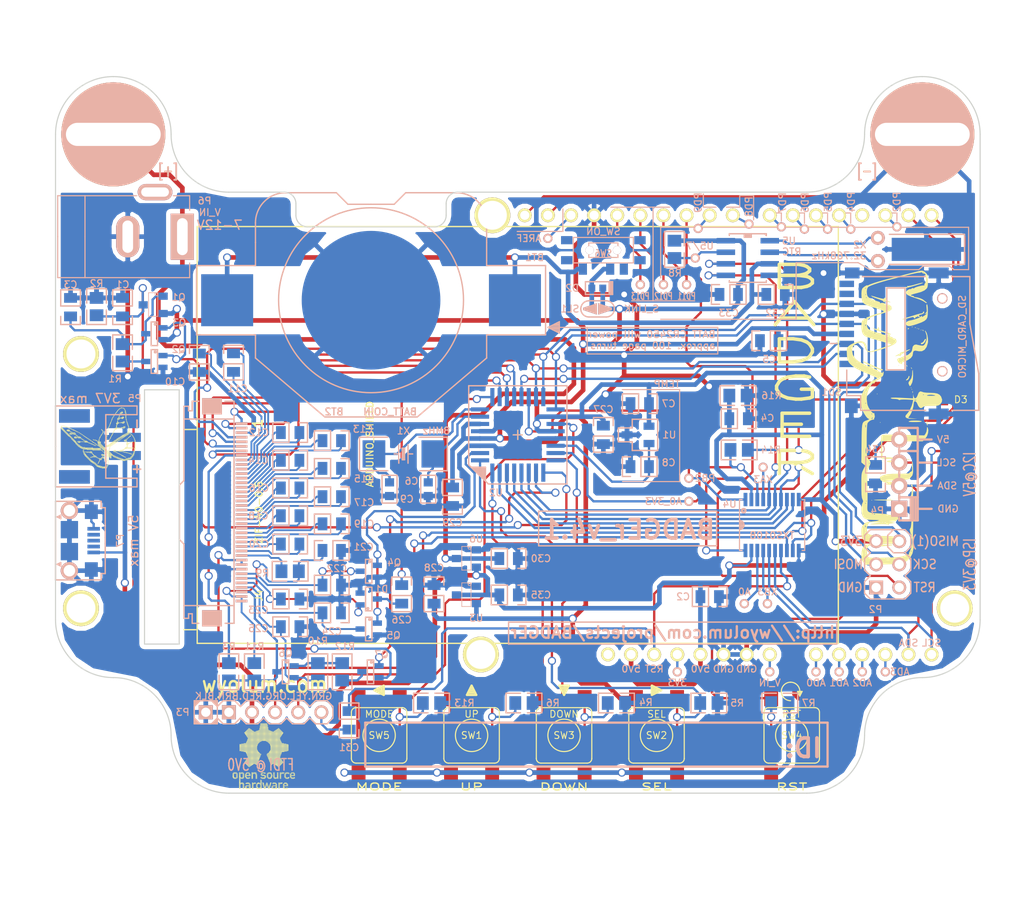
<source format=kicad_pcb>
(kicad_pcb (version 4) (host pcbnew "(2015-07-01 BZR 5850)-product")
  (layers (0 F.Cu signal hide) (31 B.Cu signal hide) (34 B.Paste user) (35 F.Paste user) (36 B.SilkS user) (37 F.SilkS user) (38 B.Mask user) (39 F.Mask user) (44 Edge.Cuts user))
  (net 0 "")
  (net 1 //EPD_CS_3V3)
  (net 2 //RESET_3V3)
  (net 3 /3V)
  (net 4 /3V3)
  (net 5 /A0)
  (net 6 /A0_3V3)
  (net 7 /AD0)
  (net 8 /AD1)
  (net 9 /AD2)
  (net 10 /AD3)
  (net 11 /BATT_3V)
  (net 12 /BATT_RTC)
  (net 13 /BORDER)
  (net 14 /BORDER_CONTROL)
  (net 15 /BUSY_3V3)
  (net 16 /C11M)
  (net 17 /C11P)
  (net 18 /C12M)
  (net 19 /C12P)
  (net 20 /C13M)
  (net 21 /C13P)
  (net 22 /C14M)
  (net 23 /C14P)
  (net 24 /C15M)
  (net 25 /C15P)
  (net 26 /C16M)
  (net 27 /C16P)
  (net 28 /C21M)
  (net 29 /C21P)
  (net 30 /C31M)
  (net 31 /C31P)
  (net 32 /C41M)
  (net 33 /C41P)
  (net 34 /C42M)
  (net 35 /C42P)
  (net 36 /DISCHARGE)
  (net 37 /DOWN)
  (net 38 /DTR)
  (net 39 /MODE)
  (net 40 /PANEL_ON)
  (net 41 /PD11)
  (net 42 /PD12)
  (net 43 /PD13)
  (net 44 /PD2)
  (net 45 /PD4)
  (net 46 /PD5)
  (net 47 /PD6)
  (net 48 /PD7)
  (net 49 /PD8)
  (net 50 /PD9)
  (net 51 /PWM)
  (net 52 /RST)
  (net 53 /RST_3V3)
  (net 54 /RXD)
  (net 55 /RXD_3V3)
  (net 56 /SCL)
  (net 57 /SCL_3V3)
  (net 58 /SDA)
  (net 59 /SDA_3V3)
  (net 60 /SD_CS_3V3)
  (net 61 /SEL)
  (net 62 /SPI_CLK_3V3)
  (net 63 /SPI_MISO_3V3)
  (net 64 /SPI_MOSI_3V3)
  (net 65 /SPI_SS)
  (net 66 /SPI_SS_3V3)
  (net 67 /SQW)
  (net 68 /TEMPERATURE)
  (net 69 /TXD)
  (net 70 /TXD_3V3)
  (net 71 /UP)
  (net 72 /VCC5V)
  (net 73 /VCC_T)
  (net 74 /VCL)
  (net 75 /VCOM)
  (net 76 /VCOM_DRIVER)
  (net 77 /VDH)
  (net 78 /VDL)
  (net 79 /VGH)
  (net 80 /VGL)
  (net 81 /VIN)
  (net 82 /V_IN)
  (net 83 GND)
  (net 84 N-000001)
  (net 85 N-00000103)
  (net 86 N-0000012)
  (net 87 N-0000014)
  (net 88 N-0000016)
  (net 89 N-000002)
  (net 90 N-0000020)
  (net 91 N-0000026)
  (net 92 N-0000032)
  (net 93 N-0000039)
  (net 94 N-0000051)
  (net 95 N-0000082)
  (net 96 N-0000084)
  (net 97 N-0000088)
  (module ZIF-40-0.5-M_seeed (layer F.Cu) (at 29.718 83.439 90)
    (fp_text reference J4 (at -9.144 18.034 90) (layer F.SilkS) (effects (font (size 0.762 0.762) (thickness 0.127))))
    (fp_text value ZIF-40-0.5 (at 0 18.034 90) (layer F.SilkS) (effects (font (size 0.762 0.762) (thickness 0.127))))
    (fp_text user 1 (at 9.779 17.907 90) (layer F.SilkS) (effects (font (size 1.016 1.016) (thickness 0.2032))))
    (pad 42 smd rect (at 11.65 12.875 270) (size 1.8 2.2) (layers B.Cu B.Paste B.SilkS B.Mask))
    (pad 41 smd rect (at -11.65 12.875 270) (size 1.8 2.2) (layers B.Cu B.Paste B.SilkS B.Mask))
    (pad 1 smd rect (at 9.75 16.129 270) (size 0.3 1.3) (layers B.Cu B.Paste B.SilkS B.Mask) (net 1 //EPD_CS_3V3) (clearance 0.1))
    (pad 2 smd rect (at 9.25 16.129 270) (size 0.3 1.3) (layers B.Cu B.Paste B.SilkS B.Mask) (net 15 /BUSY_3V3) (clearance 0.1))
    (pad 3 smd rect (at 8.75 16.129 270) (size 0.3 1.3) (layers B.Cu B.Paste B.SilkS B.Mask) (net 83 GND) (clearance 0.1))
    (pad 4 smd rect (at 8.25 16.129 270) (size 0.3 1.3) (layers B.Cu B.Paste B.SilkS B.Mask) (net 62 /SPI_CLK_3V3) (clearance 0.1))
    (pad 5 smd rect (at 7.75 16.129 270) (size 0.3 1.3) (layers B.Cu B.Paste B.SilkS B.Mask) (net 64 /SPI_MOSI_3V3) (clearance 0.1))
    (pad 6 smd rect (at 7.25 16.129 270) (size 0.3 1.3) (layers B.Cu B.Paste B.SilkS B.Mask) (net 63 /SPI_MISO_3V3) (clearance 0.1))
    (pad 7 smd rect (at 6.75 16.129 270) (size 0.3 1.3) (layers B.Cu B.Paste B.SilkS B.Mask) (net 2 //RESET_3V3) (clearance 0.1))
    (pad 8 smd rect (at 6.25 16.129 270) (size 0.3 1.3) (layers B.Cu B.Paste B.SilkS B.Mask) (net 96 N-0000084) (clearance 0.1))
    (pad 9 smd rect (at 5.75 16.129 270) (size 0.3 1.3) (layers B.Cu B.Paste B.SilkS B.Mask) (net 74 /VCL) (clearance 0.1))
    (pad 10 smd rect (at 5.25 16.129 270) (size 0.3 1.3) (layers B.Cu B.Paste B.SilkS B.Mask) (net 35 /C42P) (clearance 0.1))
    (pad 11 smd rect (at 4.75 16.129 270) (size 0.3 1.3) (layers B.Cu B.Paste B.SilkS B.Mask) (net 34 /C42M) (clearance 0.1))
    (pad 12 smd rect (at 4.25 16.129 270) (size 0.3 1.3) (layers B.Cu B.Paste B.SilkS B.Mask) (net 33 /C41P) (clearance 0.1))
    (pad 13 smd rect (at 3.75 16.129 270) (size 0.3 1.3) (layers B.Cu B.Paste B.SilkS B.Mask) (net 32 /C41M) (clearance 0.1))
    (pad 14 smd rect (at 3.25 16.129 270) (size 0.3 1.3) (layers B.Cu B.Paste B.SilkS B.Mask) (net 30 /C31M) (clearance 0.1))
    (pad 15 smd rect (at 2.75 16.129 270) (size 0.3 1.3) (layers B.Cu B.Paste B.SilkS B.Mask) (net 31 /C31P) (clearance 0.1))
    (pad 16 smd rect (at 2.25 16.129 270) (size 0.3 1.3) (layers B.Cu B.Paste B.SilkS B.Mask) (net 28 /C21M) (clearance 0.1))
    (pad 17 smd rect (at 1.75 16.129 270) (size 0.3 1.3) (layers B.Cu B.Paste B.SilkS B.Mask) (net 29 /C21P) (clearance 0.1))
    (pad 18 smd rect (at 1.25 16.129 270) (size 0.3 1.3) (layers B.Cu B.Paste B.SilkS B.Mask) (net 26 /C16M) (clearance 0.1))
    (pad 19 smd rect (at 0.75 16.129 270) (size 0.3 1.3) (layers B.Cu B.Paste B.SilkS B.Mask) (net 27 /C16P) (clearance 0.1))
    (pad 20 smd rect (at 0.25 16.129 270) (size 0.3 1.3) (layers B.Cu B.Paste B.SilkS B.Mask) (net 24 /C15M) (clearance 0.1))
    (pad 21 smd rect (at -0.25 16.129 270) (size 0.3 1.3) (layers B.Cu B.Paste B.SilkS B.Mask) (net 25 /C15P) (clearance 0.1))
    (pad 22 smd rect (at -0.75 16.129 270) (size 0.3 1.3) (layers B.Cu B.Paste B.SilkS B.Mask) (net 22 /C14M) (clearance 0.1))
    (pad 23 smd rect (at -1.25 16.129 270) (size 0.3 1.3) (layers B.Cu B.Paste B.SilkS B.Mask) (net 23 /C14P) (clearance 0.1))
    (pad 24 smd rect (at -1.75 16.129 270) (size 0.3 1.3) (layers B.Cu B.Paste B.SilkS B.Mask) (net 20 /C13M) (clearance 0.1))
    (pad 25 smd rect (at -2.25 16.129 270) (size 0.3 1.3) (layers B.Cu B.Paste B.SilkS B.Mask) (net 21 /C13P) (clearance 0.1))
    (pad 26 smd rect (at -2.75 16.129 270) (size 0.3 1.3) (layers B.Cu B.Paste B.SilkS B.Mask) (net 18 /C12M) (clearance 0.1))
    (pad 27 smd rect (at -3.25 16.129 270) (size 0.3 1.3) (layers B.Cu B.Paste B.SilkS B.Mask) (net 19 /C12P) (clearance 0.1))
    (pad 28 smd rect (at -3.75 16.129 270) (size 0.3 1.3) (layers B.Cu B.Paste B.SilkS B.Mask) (net 16 /C11M) (clearance 0.1))
    (pad 29 smd rect (at -4.25 16.129 270) (size 0.3 1.3) (layers B.Cu B.Paste B.SilkS B.Mask) (net 17 /C11P) (clearance 0.1))
    (pad 30 smd rect (at -4.75 16.129 270) (size 0.3 1.3) (layers B.Cu B.Paste B.SilkS B.Mask) (net 76 /VCOM_DRIVER) (clearance 0.1))
    (pad 31 smd rect (at -5.25 16.129 270) (size 0.3 1.3) (layers B.Cu B.Paste B.SilkS B.Mask) (net 73 /VCC_T) (clearance 0.1))
    (pad 32 smd rect (at -5.75 16.129 270) (size 0.3 1.3) (layers B.Cu B.Paste B.SilkS B.Mask) (net 73 /VCC_T) (clearance 0.1))
    (pad 33 smd rect (at -6.25 16.129 270) (size 0.3 1.3) (layers B.Cu B.Paste B.SilkS B.Mask) (net 83 GND) (clearance 0.1))
    (pad 34 smd rect (at -6.75 16.129 270) (size 0.3 1.3) (layers B.Cu B.Paste B.SilkS B.Mask) (net 79 /VGH) (clearance 0.1))
    (pad 35 smd rect (at -7.25 16.129 270) (size 0.3 1.3) (layers B.Cu B.Paste B.SilkS B.Mask) (net 80 /VGL) (clearance 0.1))
    (pad 36 smd rect (at -7.75 16.129 270) (size 0.3 1.3) (layers B.Cu B.Paste B.SilkS B.Mask) (net 77 /VDH) (clearance 0.1))
    (pad 37 smd rect (at -8.25 16.129 270) (size 0.3 1.3) (layers B.Cu B.Paste B.SilkS B.Mask) (net 78 /VDL) (clearance 0.1))
    (pad 38 smd rect (at -8.75 16.129 270) (size 0.3 1.3) (layers B.Cu B.Paste B.SilkS B.Mask) (net 13 /BORDER) (clearance 0.1))
    (pad 39 smd rect (at -9.25 16.129 270) (size 0.3 1.3) (layers B.Cu B.Paste B.SilkS B.Mask) (net 75 /VCOM) (clearance 0.1))
    (pad 40 smd rect (at -9.75 16.129 270) (size 0.3 1.3) (layers B.Cu B.Paste B.SilkS B.Mask) (net 75 /VCOM) (clearance 0.1))
  )
  (module SOT323 (layer B.Cu) (at 59.817 96.266 90)
    (fp_text reference Q5 (at -0.6985 2.7305 180) (layer B.SilkS) (effects (font (size 0.762 0.762) (thickness 0.127)) (justify mirror)))
    (fp_text value 2N7002KW hide)
    (pad 2 smd rect (at -0.65024 0.94996 90) (size 0.59944 1.00076) (layers B.Cu B.Paste B.Mask) (net 83 GND))
    (pad 1 smd rect (at 0.65024 0.94996 90) (size 0.59944 1.00076) (layers B.Cu B.Paste B.Mask) (net 36 /DISCHARGE))
    (pad 3 smd rect (at 0 -0.94996 90) (size 0.59944 1.00076) (layers B.Cu B.Paste B.Mask) (net 77 /VDH))
  )
  (module SOT323 (layer B.Cu) (at 36.2585 66.8655 90)
    (fp_text reference Q2 (at 1.3335 2.667 180) (layer B.SilkS) (effects (font (size 0.762 0.762) (thickness 0.127)) (justify mirror)))
    (fp_text value 2N7002KW hide)
    (pad 2 smd rect (at -0.65024 0.94996 90) (size 0.59944 1.00076) (layers B.Cu B.Paste B.Mask) (net 83 GND))
    (pad 1 smd rect (at 0.65024 0.94996 90) (size 0.59944 1.00076) (layers B.Cu B.Paste B.Mask) (net 40 /PANEL_ON))
    (pad 3 smd rect (at 0 -0.94996 90) (size 0.59944 1.00076) (layers B.Cu B.Paste B.Mask) (net 86 N-0000012))
  )
  (module SOT323 (layer B.Cu) (at 59.817 89.916 90)
    (fp_text reference Q4 (at 0.9525 2.794 180) (layer B.SilkS) (effects (font (size 0.762 0.762) (thickness 0.127)) (justify mirror)))
    (fp_text value 2N7002KW hide)
    (pad 2 smd rect (at -0.65024 0.94996 90) (size 0.59944 1.00076) (layers B.Cu B.Paste B.Mask) (net 83 GND))
    (pad 1 smd rect (at 0.65024 0.94996 90) (size 0.59944 1.00076) (layers B.Cu B.Paste B.Mask) (net 36 /DISCHARGE))
    (pad 3 smd rect (at 0 -0.94996 90) (size 0.59944 1.00076) (layers B.Cu B.Paste B.Mask) (net 79 /VGH))
  )
  (module SOT323 (layer B.Cu) (at 50.673 100.965 90)
    (fp_text reference Q6 (at 2.032 0 180) (layer B.SilkS) (effects (font (size 0.762 0.762) (thickness 0.127)) (justify mirror)))
    (fp_text value 2N7002KW hide)
    (pad 2 smd rect (at -0.65024 0.94996 90) (size 0.59944 1.00076) (layers B.Cu B.Paste B.Mask) (net 78 /VDL))
    (pad 1 smd rect (at 0.65024 0.94996 90) (size 0.59944 1.00076) (layers B.Cu B.Paste B.Mask) (net 85 N-00000103))
    (pad 3 smd rect (at 0 -0.94996 90) (size 0.59944 1.00076) (layers B.Cu B.Paste B.Mask) (net 13 /BORDER))
  )
  (module SOT323 (layer B.Cu) (at 59.817 92.964 270)
    (fp_text reference D1 (at -1.0795 -1.397 360) (layer B.SilkS) (effects (font (size 0.762 0.762) (thickness 0.127)) (justify mirror)))
    (fp_text value BAT54SW hide)
    (pad 2 smd rect (at -0.65024 0.94996 270) (size 0.59944 1.00076) (layers B.Cu B.Paste B.Mask) (net 83 GND))
    (pad 1 smd rect (at 0.65024 0.94996 270) (size 0.59944 1.00076) (layers B.Cu B.Paste B.Mask) (net 80 /VGL))
    (pad 3 smd rect (at 0 -0.94996 270) (size 0.59944 1.00076) (layers B.Cu B.Paste B.Mask) (net 95 N-0000082))
  )
  (module SOT323 (layer B.Cu) (at 60.0075 100.965 90)
    (fp_text reference Q7 (at 1.905 1.2065 180) (layer B.SilkS) (effects (font (size 0.762 0.762) (thickness 0.127)) (justify mirror)))
    (fp_text value BSS84W hide)
    (pad 2 smd rect (at -0.65024 0.94996 90) (size 0.59944 1.00076) (layers B.Cu B.Paste B.Mask) (net 73 /VCC_T))
    (pad 1 smd rect (at 0.65024 0.94996 90) (size 0.59944 1.00076) (layers B.Cu B.Paste B.Mask) (net 14 /BORDER_CONTROL))
    (pad 3 smd rect (at 0 -0.94996 90) (size 0.59944 1.00076) (layers B.Cu B.Paste B.Mask) (net 97 N-0000088))
  )
  (module SOT323 (layer B.Cu) (at 36.2585 63.8175 90)
    (fp_text reference Q3 (at 1.2065 2.7305 180) (layer B.SilkS) (effects (font (size 0.762 0.762) (thickness 0.127)) (justify mirror)))
    (fp_text value BSS84W hide)
    (pad 2 smd rect (at -0.65024 0.94996 90) (size 0.59944 1.00076) (layers B.Cu B.Paste B.Mask) (net 4 /3V3))
    (pad 1 smd rect (at 0.65024 0.94996 90) (size 0.59944 1.00076) (layers B.Cu B.Paste B.Mask) (net 40 /PANEL_ON))
    (pad 3 smd rect (at 0 -0.94996 90) (size 0.59944 1.00076) (layers B.Cu B.Paste B.Mask) (net 88 N-0000016))
  )
  (module SOT23 (layer B.Cu) (at 36.1315 60.6425 270)
    (fp_text reference Q1 (at -0.8255 -2.794 360) (layer B.SilkS) (effects (font (size 0.762 0.762) (thickness 0.127)) (justify mirror)))
    (fp_text value DMG2301U-7 hide)
    (pad 3 smd rect (at 0 1.09982 270) (size 0.8001 1.00076) (layers B.Cu B.Paste B.Mask) (net 73 /VCC_T))
    (pad 2 smd rect (at 0.9525 -1.09982 270) (size 0.8001 1.00076) (layers B.Cu B.Paste B.Mask) (net 4 /3V3))
    (pad 1 smd rect (at -0.9525 -1.09982 270) (size 0.8001 1.00076) (layers B.Cu B.Paste B.Mask) (net 88 N-0000016))
  )
  (module c_0805 (layer B.Cu) (at 103.8225 64.5795)
    (fp_text reference C5 (at 0 2.032) (layer B.SilkS) (effects (font (size 0.762 0.762) (thickness 0.127)) (justify mirror)))
    (fp_text value 0.1u,16V hide)
    (pad 1 smd rect (at 1.016 0) (size 1.0668 1.4224) (layers B.Cu B.Paste B.Mask) (net 4 /3V3))
    (pad 2 smd rect (at -1.016 0) (size 1.0668 1.4224) (layers B.Cu B.Paste B.Mask) (net 83 GND))
  )
  (module c_0805 (layer B.Cu) (at 75.184 88.519 180)
    (fp_text reference C30 (at -3.556 0 180) (layer B.SilkS) (effects (font (size 0.762 0.762) (thickness 0.127)) (justify mirror)))
    (fp_text value 2.2u,16V hide)
    (pad 1 smd rect (at 1.016 0 180) (size 1.0668 1.4224) (layers B.Cu B.Paste B.Mask) (net 82 /V_IN))
    (pad 2 smd rect (at -1.016 0 180) (size 1.0668 1.4224) (layers B.Cu B.Paste B.Mask) (net 83 GND))
  )
  (module c_0805 (layer B.Cu) (at 51.181 86.9315 180)
    (fp_text reference C20 (at 3.429 0 360) (layer B.SilkS) (effects (font (size 0.762 0.762) (thickness 0.127)) (justify mirror)))
    (fp_text value 2.2u,16V hide)
    (pad 1 smd rect (at 1.016 0 180) (size 1.0668 1.4224) (layers B.Cu B.Paste B.Mask) (net 16 /C11M))
    (pad 2 smd rect (at -1.016 0 180) (size 1.0668 1.4224) (layers B.Cu B.Paste B.Mask) (net 17 /C11P))
  )
  (module c_0805 (layer B.Cu) (at 55.753 78.613 180)
    (fp_text reference C15 (at -3.556 -1.143 360) (layer B.SilkS) (effects (font (size 0.762 0.762) (thickness 0.127)) (justify mirror)))
    (fp_text value 2.2u,25V hide)
    (pad 1 smd rect (at 1.016 0 180) (size 1.0668 1.4224) (layers B.Cu B.Paste B.Mask) (net 26 /C16M))
    (pad 2 smd rect (at -1.016 0 180) (size 1.0668 1.4224) (layers B.Cu B.Paste B.Mask) (net 27 /C16P))
  )
  (module c_0805 (layer B.Cu) (at 51.181 83.82 180)
    (fp_text reference C18 (at 3.4925 0 360) (layer B.SilkS) (effects (font (size 0.762 0.762) (thickness 0.127)) (justify mirror)))
    (fp_text value 2.2u,16V hide)
    (pad 1 smd rect (at 1.016 0 180) (size 1.0668 1.4224) (layers B.Cu B.Paste B.Mask) (net 20 /C13M))
    (pad 2 smd rect (at -1.016 0 180) (size 1.0668 1.4224) (layers B.Cu B.Paste B.Mask) (net 21 /C13P))
  )
  (module c_0805 (layer B.Cu) (at 55.753 81.7245 180)
    (fp_text reference C17 (at -3.556 -0.635 360) (layer B.SilkS) (effects (font (size 0.762 0.762) (thickness 0.127)) (justify mirror)))
    (fp_text value 2.2u,16V hide)
    (pad 1 smd rect (at 1.016 0 180) (size 1.0668 1.4224) (layers B.Cu B.Paste B.Mask) (net 22 /C14M))
    (pad 2 smd rect (at -1.016 0 180) (size 1.0668 1.4224) (layers B.Cu B.Paste B.Mask) (net 23 /C14P))
  )
  (module c_0805 (layer B.Cu) (at 41.1988 67.0052 270)
    (fp_text reference C10 (at 2.0828 2.6543 360) (layer B.SilkS) (effects (font (size 0.762 0.762) (thickness 0.127)) (justify mirror)))
    (fp_text value 2.2u,10V hide)
    (pad 1 smd rect (at 1.016 0 270) (size 1.0668 1.4224) (layers B.Cu B.Paste B.Mask) (net 83 GND))
    (pad 2 smd rect (at -1.016 0 270) (size 1.0668 1.4224) (layers B.Cu B.Paste B.Mask) (net 74 /VCL))
  )
  (module c_0805 (layer B.Cu) (at 55.753 75.565 180)
    (fp_text reference C13 (at -3.429 1.27 360) (layer B.SilkS) (effects (font (size 0.762 0.762) (thickness 0.127)) (justify mirror)))
    (fp_text value 2.2u,25V hide)
    (pad 1 smd rect (at 1.016 0 180) (size 1.0668 1.4224) (layers B.Cu B.Paste B.Mask) (net 30 /C31M))
    (pad 2 smd rect (at -1.016 0 180) (size 1.0668 1.4224) (layers B.Cu B.Paste B.Mask) (net 31 /C31P))
  )
  (module c_0805 (layer B.Cu) (at 51.181 77.724 180)
    (fp_text reference C14 (at 3.4925 0 360) (layer B.SilkS) (effects (font (size 0.762 0.762) (thickness 0.127)) (justify mirror)))
    (fp_text value 2.2u,16V hide)
    (pad 1 smd rect (at 1.016 0 180) (size 1.0668 1.4224) (layers B.Cu B.Paste B.Mask) (net 28 /C21M))
    (pad 2 smd rect (at -1.016 0 180) (size 1.0668 1.4224) (layers B.Cu B.Paste B.Mask) (net 29 /C21P))
  )
  (module c_0805 (layer B.Cu) (at 44.958 66.9925 270)
    (fp_text reference C11 (at 2.8575 -0.4445 360) (layer B.SilkS) (effects (font (size 0.762 0.762) (thickness 0.127)) (justify mirror)))
    (fp_text value 2.2u,16V hide)
    (pad 1 smd rect (at 1.016 0 270) (size 1.0668 1.4224) (layers B.Cu B.Paste B.Mask) (net 35 /C42P))
    (pad 2 smd rect (at -1.016 0 270) (size 1.0668 1.4224) (layers B.Cu B.Paste B.Mask) (net 34 /C42M))
  )
  (module c_0805 (layer B.Cu) (at 55.753 84.709 180)
    (fp_text reference C19 (at -3.556 0 360) (layer B.SilkS) (effects (font (size 0.762 0.762) (thickness 0.127)) (justify mirror)))
    (fp_text value 2.2u,16V hide)
    (pad 1 smd rect (at 1.016 0 180) (size 1.0668 1.4224) (layers B.Cu B.Paste B.Mask) (net 18 /C12M))
    (pad 2 smd rect (at -1.016 0 180) (size 1.0668 1.4224) (layers B.Cu B.Paste B.Mask) (net 19 /C12P))
  )
  (module c_0805 (layer B.Cu) (at 55.753 94.488 180)
    (fp_text reference C24 (at 0 -2.032 180) (layer B.SilkS) (effects (font (size 0.762 0.762) (thickness 0.127)) (justify mirror)))
    (fp_text value 2.2u,16V hide)
    (pad 1 smd rect (at 1.016 0 180) (size 1.0668 1.4224) (layers B.Cu B.Paste B.Mask) (net 77 /VDH))
    (pad 2 smd rect (at -1.016 0 180) (size 1.0668 1.4224) (layers B.Cu B.Paste B.Mask) (net 83 GND))
  )
  (module c_0805 (layer B.Cu) (at 51.181 80.772 180)
    (fp_text reference C16 (at 3.429 0 360) (layer B.SilkS) (effects (font (size 0.762 0.762) (thickness 0.127)) (justify mirror)))
    (fp_text value 2.2u,25V hide)
    (pad 1 smd rect (at 1.016 0 180) (size 1.0668 1.4224) (layers B.Cu B.Paste B.Mask) (net 24 /C15M))
    (pad 2 smd rect (at -1.016 0 180) (size 1.0668 1.4224) (layers B.Cu B.Paste B.Mask) (net 25 /C15P))
  )
  (module c_0805 (layer B.Cu) (at 55.753 91.44 180)
    (fp_text reference C22 (at -0.5588 1.8288 180) (layer B.SilkS) (effects (font (size 0.762 0.762) (thickness 0.127)) (justify mirror)))
    (fp_text value 2.2u,25V hide)
    (pad 1 smd rect (at 1.016 0 180) (size 1.0668 1.4224) (layers B.Cu B.Paste B.Mask) (net 79 /VGH))
    (pad 2 smd rect (at -1.016 0 180) (size 1.0668 1.4224) (layers B.Cu B.Paste B.Mask) (net 83 GND))
  )
  (module c_0805 (layer B.Cu) (at 89.5985 71.501 180)
    (fp_text reference C7 (at -3.175 0 180) (layer B.SilkS) (effects (font (size 0.762 0.762) (thickness 0.127)) (justify mirror)))
    (fp_text value 1u,16V hide)
    (pad 1 smd rect (at 1.016 0 180) (size 1.0668 1.4224) (layers B.Cu B.Paste B.Mask) (net 83 GND))
    (pad 2 smd rect (at -1.016 0 180) (size 1.0668 1.4224) (layers B.Cu B.Paste B.Mask) (net 4 /3V3))
  )
  (module c_0805 (layer B.Cu) (at 55.753 87.63)
    (fp_text reference C21 (at 3.4925 -0.381 180) (layer B.SilkS) (effects (font (size 0.762 0.762) (thickness 0.127)) (justify mirror)))
    (fp_text value 1u,10V hide)
    (pad 1 smd rect (at 1.016 0) (size 1.0668 1.4224) (layers B.Cu B.Paste B.Mask) (net 83 GND))
    (pad 2 smd rect (at -1.016 0) (size 1.0668 1.4224) (layers B.Cu B.Paste B.Mask) (net 75 /VCOM))
  )
  (module c_0805 (layer B.Cu) (at 51.181 92.964 180)
    (fp_text reference C23 (at 3.4925 -1.2065 180) (layer B.SilkS) (effects (font (size 0.762 0.762) (thickness 0.127)) (justify mirror)))
    (fp_text value 2.2u,25V hide)
    (pad 1 smd rect (at 1.016 0 180) (size 1.0668 1.4224) (layers B.Cu B.Paste B.Mask) (net 80 /VGL))
    (pad 2 smd rect (at -1.016 0 180) (size 1.0668 1.4224) (layers B.Cu B.Paste B.Mask) (net 83 GND))
  )
  (module c_0805 (layer B.Cu) (at 51.181 96.012 180)
    (fp_text reference C25 (at 3.4925 -0.1905 360) (layer B.SilkS) (effects (font (size 0.762 0.762) (thickness 0.127)) (justify mirror)))
    (fp_text value 2.2u,16V hide)
    (pad 1 smd rect (at 1.016 0 180) (size 1.0668 1.4224) (layers B.Cu B.Paste B.Mask) (net 78 /VDL))
    (pad 2 smd rect (at -1.016 0 180) (size 1.0668 1.4224) (layers B.Cu B.Paste B.Mask) (net 83 GND))
  )
  (module c_0805 (layer B.Cu) (at 51.181 74.676 180)
    (fp_text reference C12 (at 3.429 0 360) (layer B.SilkS) (effects (font (size 0.762 0.762) (thickness 0.127)) (justify mirror)))
    (fp_text value 2.2u,16V hide)
    (pad 1 smd rect (at 1.016 0 180) (size 1.0668 1.4224) (layers B.Cu B.Paste B.Mask) (net 33 /C41P))
    (pad 2 smd rect (at -1.016 0 180) (size 1.0668 1.4224) (layers B.Cu B.Paste B.Mask) (net 32 /C41M))
  )
  (module c_0805 (layer B.Cu) (at 66.9925 92.456 270)
    (fp_text reference C28 (at -2.921 0 360) (layer B.SilkS) (effects (font (size 0.762 0.762) (thickness 0.127)) (justify mirror)))
    (fp_text value 2.2u,16V hide)
    (pad 1 smd rect (at 1.016 0 270) (size 1.0668 1.4224) (layers B.Cu B.Paste B.Mask) (net 4 /3V3))
    (pad 2 smd rect (at -1.016 0 270) (size 1.0668 1.4224) (layers B.Cu B.Paste B.Mask) (net 83 GND))
  )
  (module r_0805 (layer B.Cu) (at 32.766 65.913 270)
    (fp_text reference R1 (at 2.8575 0.8255 360) (layer B.SilkS) (effects (font (size 0.762 0.762) (thickness 0.127)) (justify mirror)))
    (fp_text value 33k hide)
    (pad 1 smd rect (at 0.9525 0 270) (size 1.30048 1.4986) (layers B.Cu B.Paste B.Mask) (net 86 N-0000012))
    (pad 2 smd rect (at -0.9525 0 270) (size 1.30048 1.4986) (layers B.Cu B.Paste B.Mask) (net 88 N-0000016))
  )
  (module r_0805 (layer B.Cu) (at 56.896 100.965 90)
    (fp_text reference R12 (at 2.794 0.3175 180) (layer B.SilkS) (effects (font (size 0.762 0.762) (thickness 0.127)) (justify mirror)))
    (fp_text value 100k hide)
    (pad 1 smd rect (at 0.9525 0 90) (size 1.30048 1.4986) (layers B.Cu B.Paste B.Mask) (net 85 N-00000103))
    (pad 2 smd rect (at -0.9525 0 90) (size 1.30048 1.4986) (layers B.Cu B.Paste B.Mask) (net 97 N-0000088))
  )
  (module r_0805 (layer B.Cu) (at 47.244 100.965 270)
    (fp_text reference R11 (at -2.794 0 360) (layer B.SilkS) (effects (font (size 0.762 0.762) (thickness 0.127)) (justify mirror)))
    (fp_text value 100k hide)
    (pad 1 smd rect (at 0.9525 0 270) (size 1.30048 1.4986) (layers B.Cu B.Paste B.Mask) (net 13 /BORDER))
    (pad 2 smd rect (at -0.9525 0 270) (size 1.30048 1.4986) (layers B.Cu B.Paste B.Mask) (net 75 /VCOM))
  )
  (module r_0805 (layer B.Cu) (at 51.181 89.916 180)
    (fp_text reference R9 (at 3.048 -0.1905 360) (layer B.SilkS) (effects (font (size 0.762 0.762) (thickness 0.127)) (justify mirror)))
    (fp_text value 2k hide)
    (pad 1 smd rect (at 0.9525 0 180) (size 1.30048 1.4986) (layers B.Cu B.Paste B.Mask) (net 76 /VCOM_DRIVER))
    (pad 2 smd rect (at -0.9525 0 180) (size 1.30048 1.4986) (layers B.Cu B.Paste B.Mask) (net 75 /VCOM))
  )
  (module r_0805 (layer B.Cu) (at 44.45 100.965 90)
    (fp_text reference R3 (at 2.794 0 180) (layer B.SilkS) (effects (font (size 0.762 0.762) (thickness 0.127)) (justify mirror)))
    (fp_text value "0R(NC)" hide)
    (pad 1 smd rect (at 0.9525 0 90) (size 1.30048 1.4986) (layers B.Cu B.Paste B.Mask) (net 96 N-0000084))
    (pad 2 smd rect (at -0.9525 0 90) (size 1.30048 1.4986) (layers B.Cu B.Paste B.Mask) (net 13 /BORDER))
  )
  (module r_0805 (layer B.Cu) (at 54.229 100.965 90)
    (fp_text reference R10 (at 3.4036 0 180) (layer B.SilkS) (effects (font (size 0.762 0.762) (thickness 0.127)) (justify mirror)))
    (fp_text value 100k hide)
    (pad 1 smd rect (at 0.9525 0 90) (size 1.30048 1.4986) (layers B.Cu B.Paste B.Mask) (net 85 N-00000103))
    (pad 2 smd rect (at -0.9525 0 90) (size 1.30048 1.4986) (layers B.Cu B.Paste B.Mask) (net 78 /VDL))
  )
  (module r_0805 (layer B.Cu) (at 100.3935 70.612)
    (fp_text reference R16 (at 3.683 0) (layer B.SilkS) (effects (font (size 0.762 0.762) (thickness 0.127)) (justify mirror)))
    (fp_text value 10k hide)
    (pad 1 smd rect (at 0.9525 0) (size 1.30048 1.4986) (layers B.Cu B.Paste B.Mask) (net 83 GND))
    (pad 2 smd rect (at -0.9525 0) (size 1.30048 1.4986) (layers B.Cu B.Paste B.Mask) (net 4 /3V3))
  )
  (module r_0805 (layer B.Cu) (at 29.9085 60.833 270)
    (fp_text reference R2 (at -2.54 0 360) (layer B.SilkS) (effects (font (size 0.762 0.762) (thickness 0.127)) (justify mirror)))
    (fp_text value 33k hide)
    (pad 1 smd rect (at 0.9525 0 270) (size 1.30048 1.4986) (layers B.Cu B.Paste B.Mask) (net 73 /VCC_T))
    (pad 2 smd rect (at -0.9525 0 270) (size 1.30048 1.4986) (layers B.Cu B.Paste B.Mask) (net 83 GND))
  )
  (module c_0805 (layer B.Cu) (at 63.4365 92.456 270)
    (fp_text reference C26 (at 2.794 0 540) (layer B.SilkS) (effects (font (size 0.762 0.762) (thickness 0.127)) (justify mirror)))
    (fp_text value 0.1u,16V hide)
    (pad 1 smd rect (at 1.016 0 270) (size 1.0668 1.4224) (layers B.Cu B.Paste B.Mask) (net 95 N-0000082))
    (pad 2 smd rect (at -1.016 0 270) (size 1.0668 1.4224) (layers B.Cu B.Paste B.Mask) (net 51 /PWM))
  )
  (module c_0805 (layer B.Cu) (at 100.457 73.152 180)
    (fp_text reference C4 (at -3.175 0.0635 180) (layer B.SilkS) (effects (font (size 0.762 0.762) (thickness 0.127)) (justify mirror)))
    (fp_text value 0.1u,16V hide)
    (pad 1 smd rect (at 1.016 0 180) (size 1.0668 1.4224) (layers B.Cu B.Paste B.Mask) (net 4 /3V3))
    (pad 2 smd rect (at -1.016 0 180) (size 1.0668 1.4224) (layers B.Cu B.Paste B.Mask) (net 83 GND))
  )
  (module c_0805 (layer B.Cu) (at 97.282 92.71 180)
    (fp_text reference C2 (at 2.921 0 360) (layer B.SilkS) (effects (font (size 0.762 0.762) (thickness 0.127)) (justify mirror)))
    (fp_text value 0.1u,16V hide)
    (pad 1 smd rect (at 1.016 0 180) (size 1.0668 1.4224) (layers B.Cu B.Paste B.Mask) (net 72 /VCC5V))
    (pad 2 smd rect (at -1.016 0 180) (size 1.0668 1.4224) (layers B.Cu B.Paste B.Mask) (net 83 GND))
  )
  (module c_0805 (layer B.Cu) (at 32.766 60.8965 90)
    (fp_text reference C1 (at 2.4765 0 180) (layer B.SilkS) (effects (font (size 0.762 0.762) (thickness 0.127)) (justify mirror)))
    (fp_text value 2.2u,16V hide)
    (pad 1 smd rect (at 1.016 0 90) (size 1.0668 1.4224) (layers B.Cu B.Paste B.Mask) (net 83 GND))
    (pad 2 smd rect (at -1.016 0 90) (size 1.0668 1.4224) (layers B.Cu B.Paste B.Mask) (net 73 /VCC_T))
  )
  (module c_0805 (layer B.Cu) (at 89.5985 78.4225)
    (fp_text reference C8 (at 3.175 -0.4445) (layer B.SilkS) (effects (font (size 0.762 0.762) (thickness 0.127)) (justify mirror)))
    (fp_text value 0.1u,16V hide)
    (pad 1 smd rect (at 1.016 0) (size 1.0668 1.4224) (layers B.Cu B.Paste B.Mask) (net 68 /TEMPERATURE))
    (pad 2 smd rect (at -1.016 0) (size 1.0668 1.4224) (layers B.Cu B.Paste B.Mask) (net 83 GND))
  )
  (module c_0805 (layer B.Cu) (at 69.0245 81.7245 90)
    (fp_text reference C29 (at -2.8575 0 180) (layer B.SilkS) (effects (font (size 0.762 0.762) (thickness 0.127)) (justify mirror)))
    (fp_text value 0.1u,16V hide)
    (pad 1 smd rect (at 1.016 0 90) (size 1.0668 1.4224) (layers B.Cu B.Paste B.Mask) (net 4 /3V3))
    (pad 2 smd rect (at -1.016 0 90) (size 1.0668 1.4224) (layers B.Cu B.Paste B.Mask) (net 83 GND))
  )
  (module c_0805 (layer B.Cu) (at 27.051 60.8965 90)
    (fp_text reference C3 (at 2.4765 0 180) (layer B.SilkS) (effects (font (size 0.762 0.762) (thickness 0.127)) (justify mirror)))
    (fp_text value 0.1u,16V hide)
    (pad 1 smd rect (at 1.016 0 90) (size 1.0668 1.4224) (layers B.Cu B.Paste B.Mask) (net 83 GND))
    (pad 2 smd rect (at -1.016 0 90) (size 1.0668 1.4224) (layers B.Cu B.Paste B.Mask) (net 88 N-0000016))
  )
  (module c_0805 (layer B.Cu) (at 85.598 74.93 270)
    (fp_text reference C27 (at -2.794 0 360) (layer B.SilkS) (effects (font (size 0.762 0.762) (thickness 0.127)) (justify mirror)))
    (fp_text value 0.1u,16V hide)
    (pad 1 smd rect (at 1.016 0 270) (size 1.0668 1.4224) (layers B.Cu B.Paste B.Mask) (net 83 GND))
    (pad 2 smd rect (at -1.016 0 270) (size 1.0668 1.4224) (layers B.Cu B.Paste B.Mask) (net 4 /3V3))
  )
  (module SOT23-3-Temp (layer B.Cu) (at 89.408 74.93 270)
    (fp_text reference U1 (at 0 -3.429 360) (layer B.SilkS) (effects (font (size 0.762 0.762) (thickness 0.127)) (justify mirror)))
    (fp_text value MCP9700AT hide)
    (pad 1 smd rect (at -0.9525 -1.2065 270) (size 0.8001 1.19888) (layers B.Cu B.Paste B.Mask) (net 4 /3V3))
    (pad 3 smd rect (at 0 1.2065 270) (size 0.8001 1.19888) (layers B.Cu B.Paste B.Mask) (net 83 GND))
    (pad 2 smd rect (at 0.9525 -1.2065 270) (size 0.8001 1.19888) (layers B.Cu B.Paste B.Mask) (net 68 /TEMPERATURE))
  )
  (module r_0805 (layer B.Cu) (at 87.0331 104.394)
    (fp_text reference R4 (at 3.2385 -0.0635) (layer B.SilkS) (effects (font (size 0.762 0.762) (thickness 0.127)) (justify mirror)))
    (fp_text value 10k hide)
    (pad 1 smd rect (at 0.9525 0) (size 1.30048 1.4986) (layers B.Cu B.Paste B.Mask) (net 83 GND))
    (pad 2 smd rect (at -0.9525 0) (size 1.30048 1.4986) (layers B.Cu B.Paste B.Mask) (net 37 /DOWN))
  )
  (module r_0805 (layer B.Cu) (at 97.1931 104.394)
    (fp_text reference R5 (at 3.1115 0) (layer B.SilkS) (effects (font (size 0.762 0.762) (thickness 0.127)) (justify mirror)))
    (fp_text value 10k hide)
    (pad 1 smd rect (at 0.9525 0) (size 1.30048 1.4986) (layers B.Cu B.Paste B.Mask) (net 83 GND))
    (pad 2 smd rect (at -0.9525 0) (size 1.30048 1.4986) (layers B.Cu B.Paste B.Mask) (net 61 /SEL))
  )
  (module r_0805 (layer B.Cu) (at 76.8731 104.394)
    (fp_text reference R6 (at 3.175 0) (layer B.SilkS) (effects (font (size 0.762 0.762) (thickness 0.127)) (justify mirror)))
    (fp_text value 10k hide)
    (pad 1 smd rect (at 0.9525 0) (size 1.30048 1.4986) (layers B.Cu B.Paste B.Mask) (net 83 GND))
    (pad 2 smd rect (at -0.9525 0) (size 1.30048 1.4986) (layers B.Cu B.Paste B.Mask) (net 71 /UP))
  )
  (module r_0805 (layer B.Cu) (at 104.9909 104.394 180)
    (fp_text reference R7 (at -3.175 0 180) (layer B.SilkS) (effects (font (size 0.762 0.762) (thickness 0.127)) (justify mirror)))
    (fp_text value 10k hide)
    (pad 1 smd rect (at 0.9525 0 180) (size 1.30048 1.4986) (layers B.Cu B.Paste B.Mask) (net 53 /RST_3V3))
    (pad 2 smd rect (at -0.9525 0 180) (size 1.30048 1.4986) (layers B.Cu B.Paste B.Mask) (net 4 /3V3))
  )
  (module "" (layer B.Cu) (at 103.1494 78.486)
    (fp_text reference XA3 (at 0 1.3462) (layer B.SilkS) (effects (font (size 0.762 0.762) (thickness 0.127)) (justify mirror)))
    (fp_text value IO hide)
    (pad 1 thru_hole circle (at 0 0) (size 1.016 1.016) (drill 0.635) (layers *.Cu *.Mask B.SilkS) (net 90 N-0000020))
  )
  (module "" (layer B.Cu) (at 94.996 82.2325)
    (fp_text reference A0_3V3 (at -2.794 0) (layer B.SilkS) (effects (font (size 0.762 0.762) (thickness 0.127)) (justify mirror)))
    (fp_text value IO hide)
    (pad 1 thru_hole circle (at 0 0) (size 1.016 1.016) (drill 0.635) (layers *.Cu *.Mask B.SilkS) (net 6 /A0_3V3))
  )
  (module Header_FTDI (layer B.Cu) (at 48.26 105.41)
    (fp_text reference P3 (at -8.89 0) (layer B.SilkS) (effects (font (size 0.762 0.762) (thickness 0.127)) (justify mirror)))
    (fp_text value FTDI (at 1.9685 5.7785) (layer B.SilkS) (effects (font (size 1.27 0.889) (thickness 0.1524)) (justify mirror)))
    (fp_text user GRN.YEL.ORG.RED.BRN.BLK (at 0 -1.778) (layer B.SilkS) (effects (font (size 0.762 0.762) (thickness 0.127)) (justify mirror)))
    (pad 1 thru_hole rect (at -6.35 0) (size 1.524 1.524) (drill 1.016) (layers *.Cu *.Mask B.SilkS) (net 83 GND))
    (pad 2 thru_hole rect (at -3.81 0) (size 1.524 1.524) (drill 1.016) (layers *.Cu *.Mask B.SilkS) (net 83 GND))
    (pad 3 thru_hole circle (at -1.27 0) (size 1.524 1.524) (drill 1.016) (layers *.Cu *.Mask B.SilkS) (net 72 /VCC5V))
    (pad 4 thru_hole circle (at 1.27 0) (size 1.524 1.524) (drill 1.016) (layers *.Cu *.Mask B.SilkS) (net 54 /RXD))
    (pad 5 thru_hole circle (at 3.81 0) (size 1.524 1.524) (drill 1.016) (layers *.Cu *.Mask B.SilkS) (net 69 /TXD))
    (pad 6 thru_hole circle (at 6.35 0) (size 1.524 1.524) (drill 1.016) (layers *.Cu *.Mask B.SilkS) (net 38 /DTR))
  )
  (module c_0805 (layer B.Cu) (at 57.658 106.299 90)
    (fp_text reference C31 (at -2.9845 0 180) (layer B.SilkS) (effects (font (size 0.762 0.762) (thickness 0.127)) (justify mirror)))
    (fp_text value 0.1u,16V hide)
    (pad 1 smd rect (at 1.016 0 90) (size 1.0668 1.4224) (layers B.Cu B.Paste B.Mask) (net 52 /RST))
    (pad 2 smd rect (at -1.016 0 90) (size 1.0668 1.4224) (layers B.Cu B.Paste B.Mask) (net 38 /DTR))
  )
  (module TQFP32 (layer B.Cu) (at 76.2 74.93)
    (fp_text reference U2 (at -2.413 6.35) (layer B.SilkS) (effects (font (size 0.762 0.762) (thickness 0.127)) (justify mirror)))
    (fp_text value ATMEGA328-AU-ND hide)
    (pad 8 smd rect (at -4.15036 -2.79908) (size 1.99898 0.44958) (layers B.Cu B.Paste B.Mask) (net 84 N-000001) (clearance 0.127))
    (pad 7 smd rect (at -4.15036 -1.99898) (size 1.99898 0.44958) (layers B.Cu B.Paste B.Mask) (net 89 N-000002) (clearance 0.14986))
    (pad 6 smd rect (at -4.15036 -1.19888) (size 1.99898 0.44958) (layers B.Cu B.Paste B.Mask) (net 4 /3V3) (clearance 0.14986))
    (pad 5 smd rect (at -4.15036 -0.39878) (size 1.99898 0.44958) (layers B.Cu B.Paste B.Mask) (net 83 GND) (clearance 0.14986))
    (pad 4 smd rect (at -4.15036 0.39878) (size 1.99898 0.44958) (layers B.Cu B.Paste B.Mask) (net 4 /3V3) (clearance 0.14986))
    (pad 3 smd rect (at -4.15036 1.19888) (size 1.99898 0.44958) (layers B.Cu B.Paste B.Mask) (net 83 GND) (clearance 0.14986))
    (pad 2 smd rect (at -4.15036 1.99898) (size 1.99898 0.44958) (layers B.Cu B.Paste B.Mask) (net 36 /DISCHARGE) (clearance 0.14986))
    (pad 1 smd rect (at -4.15036 2.79908) (size 1.99898 0.44958) (layers B.Cu B.Paste B.Mask) (net 61 /SEL) (clearance 0.127))
    (pad 24 smd rect (at 4.15036 2.79908) (size 1.99898 0.44958) (layers B.Cu B.Paste B.Mask) (net 37 /DOWN) (clearance 0.127))
    (pad 17 smd rect (at 4.15036 -2.79908) (size 1.99898 0.44958) (layers B.Cu B.Paste B.Mask) (net 62 /SPI_CLK_3V3) (clearance 0.127))
    (pad 18 smd rect (at 4.15036 -1.99898) (size 1.99898 0.44958) (layers B.Cu B.Paste B.Mask) (net 4 /3V3) (clearance 0.14986))
    (pad 19 smd rect (at 4.15036 -1.19888) (size 1.99898 0.44958) (layers B.Cu B.Paste B.Mask) (net 39 /MODE) (clearance 0.14986))
    (pad 20 smd rect (at 4.15036 -0.39878) (size 1.99898 0.44958) (layers B.Cu B.Paste B.Mask) (net 4 /3V3) (clearance 0.14986))
    (pad 21 smd rect (at 4.15036 0.39878) (size 1.99898 0.44958) (layers B.Cu B.Paste B.Mask) (net 83 GND) (clearance 0.14986))
    (pad 22 smd rect (at 4.15036 1.19888) (size 1.99898 0.44958) (layers B.Cu B.Paste B.Mask) (net 68 /TEMPERATURE) (clearance 0.14986))
    (pad 23 smd rect (at 4.15036 1.99898) (size 1.99898 0.44958) (layers B.Cu B.Paste B.Mask) (net 6 /A0_3V3) (clearance 0.14986))
    (pad 32 smd rect (at -2.79908 4.15036 270) (size 1.99898 0.44958) (layers B.Cu B.Paste B.Mask) (net 71 /UP) (clearance 0.127))
    (pad 31 smd rect (at -1.99898 4.15036 270) (size 1.99898 0.44958) (layers B.Cu B.Paste B.Mask) (net 70 /TXD_3V3) (clearance 0.14986))
    (pad 30 smd rect (at -1.19888 4.15036 270) (size 1.99898 0.44958) (layers B.Cu B.Paste B.Mask) (net 55 /RXD_3V3) (clearance 0.14986))
    (pad 29 smd rect (at -0.39878 4.15036 270) (size 1.99898 0.44958) (layers B.Cu B.Paste B.Mask) (net 53 /RST_3V3) (clearance 0.14986))
    (pad 28 smd rect (at 0.39878 4.15036 270) (size 1.99898 0.44958) (layers B.Cu B.Paste B.Mask) (net 57 /SCL_3V3) (clearance 0.14986))
    (pad 27 smd rect (at 1.19888 4.15036 270) (size 1.99898 0.44958) (layers B.Cu B.Paste B.Mask) (net 59 /SDA_3V3) (clearance 0.14986))
    (pad 26 smd rect (at 1.99898 4.15036 270) (size 1.99898 0.44958) (layers B.Cu B.Paste B.Mask) (net 14 /BORDER_CONTROL) (clearance 0.14986))
    (pad 25 smd rect (at 2.79908 4.15036 270) (size 1.99898 0.44958) (layers B.Cu B.Paste B.Mask) (net 40 /PANEL_ON) (clearance 0.127))
    (pad 9 smd rect (at -2.79908 -4.15036 270) (size 1.99898 0.44958) (layers B.Cu B.Paste B.Mask) (net 51 /PWM) (clearance 0.127))
    (pad 10 smd rect (at -1.99898 -4.15036 270) (size 1.99898 0.44958) (layers B.Cu B.Paste B.Mask) (net 2 //RESET_3V3) (clearance 0.14986))
    (pad 11 smd rect (at -1.19888 -4.15036 270) (size 1.99898 0.44958) (layers B.Cu B.Paste B.Mask) (net 15 /BUSY_3V3) (clearance 0.14986))
    (pad 12 smd rect (at -0.39878 -4.15036 270) (size 1.99898 0.44958) (layers B.Cu B.Paste B.Mask) (net 1 //EPD_CS_3V3) (clearance 0.14986))
    (pad 13 smd rect (at 0.39878 -4.15036 270) (size 1.99898 0.44958) (layers B.Cu B.Paste B.Mask) (net 60 /SD_CS_3V3) (clearance 0.14986))
    (pad 14 smd rect (at 1.19888 -4.15036 270) (size 1.99898 0.44958) (layers B.Cu B.Paste B.Mask) (net 66 /SPI_SS_3V3) (clearance 0.14986))
    (pad 15 smd rect (at 1.99898 -4.15036 270) (size 1.99898 0.44958) (layers B.Cu B.Paste B.Mask) (net 64 /SPI_MOSI_3V3) (clearance 0.14986))
    (pad 16 smd rect (at 2.79908 -4.15036 270) (size 1.99898 0.44958) (layers B.Cu B.Paste B.Mask) (net 63 /SPI_MISO_3V3) (clearance 0.127))
  )
  (module vite_3mm (layer F.Cu) (at 31.75 41.91)
    (fp_text reference H1 hide)
    (fp_text value IO hide)
    (pad 1 thru_hole circle (at 0 0) (size 11.43 11.43) (drill oval 10.413999 2.54) (layers *.Cu *.SilkS *.Mask) (net 82 /V_IN) (clearance 0.127))
  )
  (module pin_strip_4-90 (layer B.Cu) (at 118.11 79.248 270)
    (fp_text reference P4 (at 4.0005 2.413 360) (layer B.SilkS) (effects (font (size 0.762 0.762) (thickness 0.127)) (justify mirror)))
    (fp_text value C3SB hide)
    (pad 1 thru_hole circle (at -3.81 0 270) (size 1.778 1.778) (drill 1.016) (layers *.Cu *.Mask B.SilkS) (net 72 /VCC5V))
    (pad 2 thru_hole circle (at -1.27 0 270) (size 1.778 1.778) (drill 1.016) (layers *.Cu *.Mask B.SilkS) (net 56 /SCL))
    (pad 3 thru_hole circle (at 1.27 0 270) (size 1.778 1.778) (drill 1.016) (layers *.Cu *.Mask B.SilkS) (net 58 /SDA))
    (pad 4 thru_hole rect (at 3.81 0 270) (size 1.778 1.778) (drill 1.016) (layers *.Cu *.Mask B.SilkS) (net 83 GND))
  )
  (module PCB (layer F.Cu) (at 76.2 74.93)
    (fp_text reference P1 hide)
    (fp_text value PCB hide)
  )
  (module "" (layer B.Cu) (at 94.996 79.6925)
    (fp_text reference PB2 (at 1.778 0) (layer B.SilkS) (effects (font (size 0.762 0.762) (thickness 0.127)) (justify mirror)))
    (fp_text value IO hide)
    (pad 1 thru_hole circle (at 0 0) (size 1.016 1.016) (drill 0.635) (layers *.Cu *.Mask B.SilkS) (net 66 /SPI_SS_3V3))
  )
  (module "" (layer B.Cu) (at 101.092 93.472)
    (fp_text reference A0 (at 0 -1.2954) (layer B.SilkS) (effects (font (size 0.762 0.762) (thickness 0.127)) (justify mirror)))
    (fp_text value IO hide)
    (pad 1 thru_hole circle (at 0 0) (size 1.016 1.016) (drill 0.635) (layers *.Cu *.Mask B.SilkS) (net 5 /A0))
  )
  (module "" (layer B.Cu) (at 103.632 93.472)
    (fp_text reference XB3 (at 0 -1.2954) (layer B.SilkS) (effects (font (size 0.762 0.762) (thickness 0.127)) (justify mirror)))
    (fp_text value IO hide)
    (pad 1 thru_hole circle (at 0 0) (size 1.016 1.016) (drill 0.635) (layers *.Cu *.Mask B.SilkS) (net 87 N-0000014))
  )
  (module vite_3mm (layer F.Cu) (at 120.65 41.91)
    (fp_text reference H2 hide)
    (fp_text value IO hide)
    (pad 1 thru_hole circle (at 0 0) (size 11.43 11.43) (drill oval 10.413999 2.54) (layers *.Cu *.SilkS *.Mask) (net 83 GND))
  )
  (module SOT23 (layer B.Cu) (at 70.5485 92.5195 270)
    (fp_text reference U3 (at 2.54 -1.0795 540) (layer B.SilkS) (effects (font (size 0.762 0.762) (thickness 0.127)) (justify mirror)))
    (fp_text value MCP1700T-33 hide)
    (pad 3 smd rect (at 0 1.09982 270) (size 0.8001 1.00076) (layers B.Cu B.Paste B.Mask) (net 72 /VCC5V))
    (pad 2 smd rect (at 0.9525 -1.09982 270) (size 0.8001 1.00076) (layers B.Cu B.Paste B.Mask) (net 4 /3V3))
    (pad 1 smd rect (at -0.9525 -1.09982 270) (size 0.8001 1.00076) (layers B.Cu B.Paste B.Mask) (net 83 GND))
  )
  (module r_0805 (layer B.Cu) (at 93.4085 54.5465 270)
    (fp_text reference R8 (at 2.6035 -0.0635 360) (layer B.SilkS) (effects (font (size 0.762 0.762) (thickness 0.127)) (justify mirror)))
    (fp_text value 10k hide)
    (pad 1 smd rect (at 0.9525 0 270) (size 1.30048 1.4986) (layers B.Cu B.Paste B.Mask) (net 67 /SQW))
    (pad 2 smd rect (at -0.9525 0 270) (size 1.30048 1.4986) (layers B.Cu B.Paste B.Mask) (net 4 /3V3))
  )
  (module c_0805 (layer B.Cu) (at 104.521 59.4995 180)
    (fp_text reference C32 (at 0 -2.032 180) (layer B.SilkS) (effects (font (size 0.762 0.762) (thickness 0.127)) (justify mirror)))
    (fp_text value 0.1u,16V hide)
    (pad 1 smd rect (at 1.016 0 180) (size 1.0668 1.4224) (layers B.Cu B.Paste B.Mask) (net 12 /BATT_RTC))
    (pad 2 smd rect (at -1.016 0 180) (size 1.0668 1.4224) (layers B.Cu B.Paste B.Mask) (net 83 GND))
  )
  (module r_0805 (layer B.Cu) (at 66.7131 104.394)
    (fp_text reference R13 (at 3.6195 0) (layer B.SilkS) (effects (font (size 0.762 0.762) (thickness 0.127)) (justify mirror)))
    (fp_text value 10k hide)
    (pad 1 smd rect (at 0.9525 0) (size 1.30048 1.4986) (layers B.Cu B.Paste B.Mask) (net 83 GND))
    (pad 2 smd rect (at -0.9525 0) (size 1.30048 1.4986) (layers B.Cu B.Paste B.Mask) (net 39 /MODE))
  )
  (module c_0805 (layer B.Cu) (at 99.3775 59.4995)
    (fp_text reference C33 (at 0 2.032) (layer B.SilkS) (effects (font (size 0.762 0.762) (thickness 0.127)) (justify mirror)))
    (fp_text value 0.1u,16V hide)
    (pad 1 smd rect (at 1.016 0) (size 1.0668 1.4224) (layers B.Cu B.Paste B.Mask) (net 4 /3V3))
    (pad 2 smd rect (at -1.016 0) (size 1.0668 1.4224) (layers B.Cu B.Paste B.Mask) (net 83 GND))
  )
  (module c_0805 (layer B.Cu) (at 115.5065 79.248 90)
    (fp_text reference C34 (at 2.7305 0 180) (layer B.SilkS) (effects (font (size 0.762 0.762) (thickness 0.127)) (justify mirror)))
    (fp_text value 0.1u,16V hide)
    (pad 1 smd rect (at 1.016 0 90) (size 1.0668 1.4224) (layers B.Cu B.Paste B.Mask) (net 72 /VCC5V))
    (pad 2 smd rect (at -1.016 0 90) (size 1.0668 1.4224) (layers B.Cu B.Paste B.Mask) (net 83 GND))
  )
  (module USB_B_Micro (layer B.Cu) (at 29.591 86.5505)
    (fp_text reference P7 (at 2.921 0 90) (layer B.SilkS) (effects (font (size 0.762 0.762) (thickness 0.127)) (justify mirror)))
    (fp_text value UUSB_B hide)
    (pad 3 smd rect (at 0 0) (size 1.3716 0.4064) (layers B.Cu B.Paste B.Mask) (clearance 0.2032))
    (pad 4 smd rect (at 0 -0.65024) (size 1.3716 0.4064) (layers B.Cu B.Paste B.Mask) (clearance 0.2032))
    (pad 5 smd rect (at 0 -1.30048) (size 1.3716 0.4064) (layers B.Cu B.Paste B.Mask) (net 83 GND) (clearance 0.2032))
    (pad 2 smd rect (at 0 0.65024) (size 1.3716 0.4064) (layers B.Cu B.Paste B.Mask) (clearance 0.2032))
    (pad 1 smd rect (at 0 1.30048) (size 1.3716 0.4064) (layers B.Cu B.Paste B.Mask) (net 72 /VCC5V) (clearance 0.2032))
    (pad T1 smd rect (at -0.254 3.175) (size 1.4224 1.6002) (layers B.Cu B.Paste B.Mask) (net 83 GND))
    (pad T2 smd rect (at -0.254 -3.175) (size 1.4224 1.6002) (layers B.Cu B.Paste B.Mask) (net 83 GND))
    (pad T3 smd rect (at -2.667 1.2065) (size 1.905 1.905) (layers B.Cu B.Paste B.Mask) (net 83 GND) (clearance 0.2032))
    (pad T4 smd rect (at -2.667 -1.2065) (size 1.905 1.905) (layers B.Cu B.Paste B.Mask) (net 83 GND) (clearance 0.2032))
    (pad T5 thru_hole circle (at -2.667 3.302) (size 1.905 1.905) (drill 1.27) (layers *.Cu *.Paste *.Mask B.SilkS) (net 83 GND) (clearance 0.2032))
    (pad T6 thru_hole circle (at -2.667 -3.302) (size 1.905 1.905) (drill 1.27) (layers *.Cu *.Paste *.Mask B.SilkS) (net 83 GND) (clearance 0.2032))
  )
  (module SOT23 (layer B.Cu) (at 70.5485 88.519 270)
    (fp_text reference U6 (at -2.159 -1.0795 540) (layer B.SilkS) (effects (font (size 0.762 0.762) (thickness 0.127)) (justify mirror)))
    (fp_text value MCP1702T-50 hide)
    (pad 3 smd rect (at 0 1.09982 270) (size 0.8001 1.00076) (layers B.Cu B.Paste B.Mask) (net 82 /V_IN))
    (pad 2 smd rect (at 0.9525 -1.09982 270) (size 0.8001 1.00076) (layers B.Cu B.Paste B.Mask) (net 72 /VCC5V))
    (pad 1 smd rect (at -0.9525 -1.09982 270) (size 0.8001 1.00076) (layers B.Cu B.Paste B.Mask) (net 83 GND))
  )
  (module c_0805 (layer B.Cu) (at 75.184 92.5195 180)
    (fp_text reference C35 (at -3.556 0 180) (layer B.SilkS) (effects (font (size 0.762 0.762) (thickness 0.127)) (justify mirror)))
    (fp_text value 2.2u,16V hide)
    (pad 1 smd rect (at 1.016 0 180) (size 1.0668 1.4224) (layers B.Cu B.Paste B.Mask) (net 72 /VCC5V))
    (pad 2 smd rect (at -1.016 0 180) (size 1.0668 1.4224) (layers B.Cu B.Paste B.Mask) (net 83 GND))
  )
  (module SO8E (layer B.Cu) (at 101.473 55.499 270)
    (fp_text reference U5 (at -1.8796 -4.5212 540) (layer B.SilkS) (effects (font (size 0.762 0.762) (thickness 0.127)) (justify mirror)))
    (fp_text value BQ32000 hide)
    (pad 8 smd rect (at -1.905 2.413 270) (size 0.6096 2.032) (layers B.Cu B.Paste B.Mask) (net 4 /3V3))
    (pad 1 smd rect (at -1.905 -2.413 270) (size 0.6096 2.032) (layers B.Cu B.Paste B.Mask) (net 94 N-0000051))
    (pad 7 smd rect (at -0.635 2.413 270) (size 0.6096 2.032) (layers B.Cu B.Paste B.Mask) (net 67 /SQW))
    (pad 6 smd rect (at 0.635 2.413 270) (size 0.6096 2.032) (layers B.Cu B.Paste B.Mask) (net 57 /SCL_3V3))
    (pad 5 smd rect (at 1.905 2.413 270) (size 0.6096 2.032) (layers B.Cu B.Paste B.Mask) (net 59 /SDA_3V3))
    (pad 2 smd rect (at -0.635 -2.413 270) (size 0.6096 2.032) (layers B.Cu B.Paste B.Mask) (net 93 N-0000039))
    (pad 3 smd rect (at 0.635 -2.413 270) (size 0.6096 2.032) (layers B.Cu B.Paste B.Mask) (net 12 /BATT_RTC))
    (pad 4 smd rect (at 1.905 -2.413 270) (size 0.6096 2.032) (layers B.Cu B.Paste B.Mask) (net 83 GND))
  )
  (module c_0603 (layer B.Cu) (at 66.3575 80.899 270)
    (fp_text reference C6 (at -0.889 1.8415 360) (layer B.SilkS) (effects (font (size 0.762 0.762) (thickness 0.127)) (justify mirror)))
    (fp_text value 22pF hide)
    (pad 1 smd rect (at 0.75184 0 270) (size 0.89916 1.00076) (layers B.Cu B.Paste B.Mask) (net 83 GND))
    (pad 2 smd rect (at -0.75184 0 270) (size 0.89916 1.00076) (layers B.Cu B.Paste B.Mask) (net 89 N-000002))
  )
  (module c_0603 (layer B.Cu) (at 62.103 80.899 270)
    (fp_text reference C9 (at 1.0795 -1.905 360) (layer B.SilkS) (effects (font (size 0.762 0.762) (thickness 0.127)) (justify mirror)))
    (fp_text value 22pF hide)
    (pad 1 smd rect (at 0.75184 0 270) (size 0.89916 1.00076) (layers B.Cu B.Paste B.Mask) (net 83 GND))
    (pad 2 smd rect (at -0.75184 0 270) (size 0.89916 1.00076) (layers B.Cu B.Paste B.Mask) (net 84 N-000001))
  )
  (module Xtal_SMD (layer B.Cu) (at 63.627 77.0255 180)
    (fp_text reference X1 (at 0 2.54 180) (layer B.SilkS) (effects (font (size 0.762 0.762) (thickness 0.127)) (justify mirror)))
    (fp_text value 8MHz (at -3.6195 2.54 180) (layer B.SilkS) (effects (font (size 0.762 0.762) (thickness 0.127)) (justify mirror)))
    (pad 1 smd rect (at 3.2385 0 180) (size 2.5 3) (layers B.Cu B.Paste B.Mask) (net 84 N-000001))
    (pad 2 smd rect (at -3.2385 0 180) (size 2.5 3) (layers B.Cu B.Paste B.Mask) (net 89 N-000002))
  )
  (module XTAL_3 (layer B.Cu) (at 115.7605 54.5465 270)
    (fp_text reference X2 (at -0.4953 1.9812 360) (layer B.SilkS) (effects (font (size 0.762 0.762) (thickness 0.127)) (justify mirror)))
    (fp_text value 32.768kHz (at 0.6985 4.2672 360) (layer B.SilkS) (effects (font (size 0.762 0.762) (thickness 0.127)) (justify mirror)))
    (pad 1 thru_hole circle (at -1.27 0 270) (size 1.524 1.524) (drill 0.889) (layers *.Cu *.Mask B.SilkS) (net 94 N-0000051))
    (pad 2 thru_hole circle (at 1.27 0 270) (size 1.524 1.524) (drill 0.889) (layers *.Cu *.Mask B.SilkS) (net 93 N-0000039))
    (pad 3 smd rect (at 0 -5.334 270) (size 2.54 7.62) (layers B.Cu B.Paste B.Mask) (net 83 GND))
  )
  (module CONN_JST-2_SMD (layer B.Cu) (at 25.781 76.2 90)
    (fp_text reference P5 (at 5.2705 8.3185 180) (layer B.SilkS) (effects (font (size 0.762 0.762) (thickness 0.127)) (justify mirror)))
    (fp_text value JST_3V7 hide)
    (fp_text user - (at 2.49936 8.49884 90) (layer B.SilkS) (effects (font (size 1.016 1.016) (thickness 0.2032)) (justify mirror)))
    (fp_text user + (at -2.49936 8.49884 90) (layer B.SilkS) (effects (font (size 1.016 1.016) (thickness 0.2032)) (justify mirror)))
    (pad "" smd rect (at -3.34772 1.69926 90) (size 1.4986 3.39598) (layers B.Cu B.Paste B.Mask))
    (pad 1 smd rect (at -0.99822 7.24916 90) (size 0.99568 3.49758) (layers B.Cu B.Paste B.Mask) (net 72 /VCC5V))
    (pad 2 smd rect (at 0.99822 7.24916 90) (size 0.99568 3.49758) (layers B.Cu B.Paste B.Mask) (net 83 GND))
    (pad "" smd rect (at 3.34772 1.69926 90) (size 1.4986 3.39598) (layers B.Cu B.Paste B.Mask))
  )
  (module "" (layer B.Cu) (at 95.6945 55.499)
    (fp_text reference U5/7 (at 0.508 -1.3335) (layer B.SilkS) (effects (font (size 0.762 0.762) (thickness 0.127)) (justify mirror)))
    (fp_text value IO hide)
    (pad 1 thru_hole circle (at 0 0) (size 1.016 1.016) (drill 0.635) (layers *.Cu *.Mask B.SilkS) (net 67 /SQW))
  )
  (module vite_3mm (layer F.Cu) (at 28.194 66.04)
    (fp_text reference H5 hide)
    (fp_text value IO hide)
    (pad 1 thru_hole circle (at 0 0 90) (size 3.937 3.937) (drill 3.174999) (layers *.Cu *.Mask F.SilkS))
  )
  (module vite_3mm (layer F.Cu) (at 28.194 93.98)
    (fp_text reference H6 hide)
    (fp_text value IO hide)
    (pad 1 thru_hole circle (at 0 0 90) (size 3.937 3.937) (drill 3.174999) (layers *.Cu *.Mask F.SilkS))
  )
  (module ShortLink (layer B.Cu) (at 84.963 61.087)
    (fp_text reference SL1 (at -3.048 0) (layer B.SilkS) (effects (font (size 0.762 0.762) (thickness 0.127)) (justify mirror)))
    (fp_text value S_LINK (at 4.826 0) (layer B.SilkS) (effects (font (size 0.762 0.762) (thickness 0.127)) (justify mirror)))
    (pad 1 smd trapezoid (at -0.8255 0) (size 1.524 0.762) (rect_delta -0.508 0) (layers B.Cu B.Paste B.SilkS B.Mask) (net 11 /BATT_3V) (clearance 0.127))
    (pad 2 smd trapezoid (at 0.8255 0) (size 1.524 0.762) (rect_delta 0.508 0) (layers B.Cu B.Paste B.SilkS B.Mask) (net 4 /3V3) (clearance 0.127))
  )
  (module JACK_ALIM (layer B.Cu) (at 33.3375 53.1495)
    (fp_text reference P6 (at 8.4455 -3.937) (layer B.SilkS) (effects (font (size 0.762 0.762) (thickness 0.127)) (justify mirror)))
    (fp_text value V_IN (at 9.017 -2.667) (layer B.SilkS) (effects (font (size 0.762 0.762) (thickness 0.127)) (justify mirror)))
    (pad 2 thru_hole oval (at 0 0) (size 2.54 4.572) (drill oval 1.1684 3.556) (layers *.Cu *.Mask B.SilkS) (net 83 GND))
    (pad 1 thru_hole rect (at 6 0) (size 2.54 5.08) (drill oval 1.1684 4.064) (layers *.Cu *.Mask B.SilkS) (net 82 /V_IN))
    (pad 3 thru_hole oval (at 3 -4.9) (size 3.81 1.778) (drill oval 3.048 1.016) (layers *.Cu *.Mask B.SilkS) (clearance 0.0508))
  )
  (module TXS0108EPWR (layer B.Cu) (at 104.14 84.836)
    (fp_text reference U4 (at -4.6736 -2.3114) (layer B.SilkS) (effects (font (size 0.762 0.762) (thickness 0.127)) (justify mirror)))
    (fp_text value TXS0108 (at 0 1.143) (layer B.SilkS) (effects (font (size 0.762 0.762) (thickness 0.127)) (justify mirror)))
    (pad 5 smd rect (at -0.32512 -2.79908) (size 0.4191 1.47066) (layers B.Cu B.Paste B.Mask) (net 59 /SDA_3V3) (clearance 0.1016))
    (pad 6 smd rect (at 0.32512 -2.79908) (size 0.4191 1.47066) (layers B.Cu B.Paste B.Mask) (net 57 /SCL_3V3) (clearance 0.1016))
    (pad 7 smd rect (at 0.97536 -2.79908) (size 0.4191 1.47066) (layers B.Cu B.Paste B.Mask) (net 53 /RST_3V3) (clearance 0.1016))
    (pad 8 smd rect (at 1.6256 -2.79908) (size 0.4191 1.47066) (layers B.Cu B.Paste B.Mask) (net 55 /RXD_3V3) (clearance 0.1016))
    (pad 19 smd rect (at -2.27584 2.79908) (size 0.4191 1.47066) (layers B.Cu B.Paste B.Mask) (net 72 /VCC5V) (clearance 0.1016))
    (pad 2 smd rect (at -2.27584 -2.79908) (size 0.4191 1.47066) (layers B.Cu B.Paste B.Mask) (net 4 /3V3) (clearance 0.1016))
    (pad 3 smd rect (at -1.6256 -2.79908) (size 0.4191 1.47066) (layers B.Cu B.Paste B.Mask) (net 6 /A0_3V3) (clearance 0.1016))
    (pad 4 smd rect (at -0.97536 -2.79908) (size 0.4191 1.47066) (layers B.Cu B.Paste B.Mask) (net 90 N-0000020) (clearance 0.1016))
    (pad 12 smd rect (at 2.27584 2.79908) (size 0.4191 1.47066) (layers B.Cu B.Paste B.Mask) (net 69 /TXD) (clearance 0.1016))
    (pad 13 smd rect (at 1.6256 2.79908) (size 0.4191 1.47066) (layers B.Cu B.Paste B.Mask) (net 54 /RXD) (clearance 0.1016))
    (pad 14 smd rect (at 0.97536 2.79908) (size 0.4191 1.47066) (layers B.Cu B.Paste B.Mask) (net 52 /RST) (clearance 0.1016))
    (pad 15 smd rect (at 0.32512 2.79908) (size 0.4191 1.47066) (layers B.Cu B.Paste B.Mask) (net 56 /SCL) (clearance 0.1016))
    (pad 16 smd rect (at -0.32512 2.79908) (size 0.4191 1.47066) (layers B.Cu B.Paste B.Mask) (net 58 /SDA) (clearance 0.1016))
    (pad 17 smd rect (at -0.97536 2.79908) (size 0.4191 1.47066) (layers B.Cu B.Paste B.Mask) (net 87 N-0000014) (clearance 0.1016))
    (pad 9 smd rect (at 2.27584 -2.79908) (size 0.4191 1.47066) (layers B.Cu B.Paste B.Mask) (net 70 /TXD_3V3) (clearance 0.1016))
    (pad 18 smd rect (at -1.6256 2.79908) (size 0.4191 1.47066) (layers B.Cu B.Paste B.Mask) (net 5 /A0) (clearance 0.1016))
    (pad 1 smd rect (at -2.92608 -2.79908) (size 0.4191 1.47066) (layers B.Cu B.Paste B.Mask) (net 66 /SPI_SS_3V3) (clearance 0.1016))
    (pad 10 smd rect (at 2.92608 -2.79908) (size 0.4191 1.47066) (layers B.Cu B.Paste B.Mask) (net 4 /3V3) (clearance 0.1016))
    (pad 11 smd rect (at 2.92608 2.79908) (size 0.4191 1.47066) (layers B.Cu B.Paste B.Mask) (net 83 GND) (clearance 0.1016))
    (pad 20 smd rect (at -2.92608 2.79908) (size 0.4191 1.47066) (layers B.Cu B.Paste B.Mask) (net 65 /SPI_SS) (clearance 0.1016))
  )
  (module SD_Micro_seeed (layer B.Cu) (at 112.3442 62.738)
    (fp_text reference SD1 (at -1.6637 7.493) (layer B.SilkS) (effects (font (size 0.762 0.762) (thickness 0.127)) (justify mirror)))
    (fp_text value SD_CARD_MICRO (at 12.7 1.397 270) (layer B.SilkS) (effects (font (size 0.762 0.762) (thickness 0.127)) (justify mirror)))
    (pad 5 smd rect (at 0 0) (size 1.6 0.7) (layers B.Cu B.Paste B.Mask) (net 62 /SPI_CLK_3V3))
    (pad 6 smd rect (at 0 -1.09982) (size 1.6 0.7) (layers B.Cu B.Paste B.Mask) (net 83 GND))
    (pad 7 smd rect (at 0 -2.19964) (size 1.6 0.7) (layers B.Cu B.Paste B.Mask) (net 63 /SPI_MISO_3V3))
    (pad 8 smd rect (at 0 -3.29946) (size 1.6 0.7) (layers B.Cu B.Paste B.Mask))
    (pad 9 smd rect (at 0 -4.39928) (size 1.6 0.7) (layers B.Cu B.Paste B.Mask))
    (pad 4 smd rect (at 0 1.09982) (size 1.6 0.7) (layers B.Cu B.Paste B.Mask) (net 4 /3V3))
    (pad 3 smd rect (at 0 2.19964) (size 1.6 0.7) (layers B.Cu B.Paste B.Mask) (net 64 /SPI_MOSI_3V3))
    (pad 2 smd rect (at 0 3.29946) (size 1.6 0.7) (layers B.Cu B.Paste B.Mask) (net 60 /SD_CS_3V3))
    (pad 1 smd rect (at 0 4.39928) (size 1.6 0.7) (layers B.Cu B.Paste B.Mask))
    (pad G1 smd rect (at 0.6 -5.6) (size 1.6 1.2) (layers B.Cu B.Paste B.Mask) (net 83 GND))
    (pad G2 smd rect (at 10.1 -5.6) (size 2.2 1.2) (layers B.Cu B.Paste B.Mask) (net 83 GND))
    (pad G3 smd rect (at 10.1 9.9) (size 2.2 1.2) (layers B.Cu B.Paste B.Mask) (net 83 GND))
    (pad G4 smd rect (at 0.5 9) (size 1.4 1.6) (layers B.Cu B.Paste B.Mask) (net 83 GND))
    (pad H1 thru_hole circle (at 10.5 -2.8) (size 1.143 1.143) (drill 0.889) (layers *.Cu *.Mask B.SilkS))
    (pad H2 thru_hole circle (at 10.5 5.2) (size 1.143 1.143) (drill 0.889) (layers *.Cu *.Mask B.SilkS))
  )
  (module r_0805 (layer B.Cu) (at 100.5205 76.581 180)
    (fp_text reference R14 (at -3.4925 0 180) (layer B.SilkS) (effects (font (size 0.762 0.762) (thickness 0.1016)) (justify mirror)))
    (fp_text value 1k5 hide)
    (pad 1 smd rect (at 0.9525 0 180) (size 1.30048 1.4986) (layers B.Cu B.Paste B.Mask) (net 6 /A0_3V3))
    (pad 2 smd rect (at -0.9525 0 180) (size 1.30048 1.4986) (layers B.Cu B.Paste B.Mask) (net 92 N-0000032))
  )
  (module wyo_logo (layer F.Cu) (at 25.6032 71.501)
    (fp_text reference G1 hide)
    (fp_text value WYO hide)
  )
  (module led_0805 (layer F.Cu) (at 121.9581 71.0438 180)
    (fp_text reference D3 (at -2.9169 -0.0062 180) (layer F.SilkS) (effects (font (size 0.762 0.762) (thickness 0.1016))))
    (fp_text value DEBUG hide)
    (pad 1 smd rect (at 1.016 0 180) (size 1.016 1.27) (layers F.Cu F.Paste F.Mask) (net 92 N-0000032))
    (pad 2 smd rect (at -1.016 0 180) (size 1.016 1.27) (layers F.Cu F.Paste F.Mask) (net 83 GND))
  )
  (module SW_SMD (layer F.Cu) (at 60.96 107.95 180)
    (fp_text reference SW5 (at 0 0 180) (layer F.SilkS) (effects (font (size 0.762 0.762) (thickness 0.1016))))
    (fp_text value MODE (at 0 2.3368 180) (layer F.SilkS) (effects (font (size 0.762 0.762) (thickness 0.1016))))
    (pad 1 smd rect (at -2.2606 -4.0894 90) (size 1.778 1.524) (layers F.Cu F.Paste F.Mask) (net 39 /MODE))
    (pad 1 smd rect (at -2.2606 4.0894 90) (size 1.778 1.524) (layers F.Cu F.Paste F.Mask) (net 39 /MODE))
    (pad 2 smd rect (at 2.2606 4.0894 90) (size 1.778 1.524) (layers F.Cu F.Paste F.Mask) (net 4 /3V3))
    (pad 2 smd rect (at 2.2606 -4.0894 90) (size 1.778 1.524) (layers F.Cu F.Paste F.Mask) (net 4 /3V3))
  )
  (module SW_SMD (layer F.Cu) (at 81.28 107.95 180)
    (fp_text reference SW3 (at 0 0 180) (layer F.SilkS) (effects (font (size 0.762 0.762) (thickness 0.1016))))
    (fp_text value DOWN (at 0 2.3368 180) (layer F.SilkS) (effects (font (size 0.762 0.762) (thickness 0.1016))))
    (pad 1 smd rect (at -2.2606 -4.0894 90) (size 1.778 1.524) (layers F.Cu F.Paste F.Mask) (net 37 /DOWN))
    (pad 1 smd rect (at -2.2606 4.0894 90) (size 1.778 1.524) (layers F.Cu F.Paste F.Mask) (net 37 /DOWN))
    (pad 2 smd rect (at 2.2606 4.0894 90) (size 1.778 1.524) (layers F.Cu F.Paste F.Mask) (net 4 /3V3))
    (pad 2 smd rect (at 2.2606 -4.0894 90) (size 1.778 1.524) (layers F.Cu F.Paste F.Mask) (net 4 /3V3))
  )
  (module SW_SMD (layer F.Cu) (at 91.44 107.95 180)
    (fp_text reference SW2 (at 0 0 180) (layer F.SilkS) (effects (font (size 0.762 0.762) (thickness 0.1016))))
    (fp_text value SEL (at 0 2.3368 180) (layer F.SilkS) (effects (font (size 0.762 0.762) (thickness 0.1016))))
    (pad 1 smd rect (at -2.2606 -4.0894 90) (size 1.778 1.524) (layers F.Cu F.Paste F.Mask) (net 61 /SEL))
    (pad 1 smd rect (at -2.2606 4.0894 90) (size 1.778 1.524) (layers F.Cu F.Paste F.Mask) (net 61 /SEL))
    (pad 2 smd rect (at 2.2606 4.0894 90) (size 1.778 1.524) (layers F.Cu F.Paste F.Mask) (net 4 /3V3))
    (pad 2 smd rect (at 2.2606 -4.0894 90) (size 1.778 1.524) (layers F.Cu F.Paste F.Mask) (net 4 /3V3))
  )
  (module SW_SMD (layer F.Cu) (at 71.12 107.95 180)
    (fp_text reference SW1 (at 0 0 180) (layer F.SilkS) (effects (font (size 0.762 0.762) (thickness 0.1016))))
    (fp_text value UP (at 0 2.3368 180) (layer F.SilkS) (effects (font (size 0.762 0.762) (thickness 0.1016))))
    (pad 1 smd rect (at -2.2606 -4.0894 90) (size 1.778 1.524) (layers F.Cu F.Paste F.Mask) (net 71 /UP))
    (pad 1 smd rect (at -2.2606 4.0894 90) (size 1.778 1.524) (layers F.Cu F.Paste F.Mask) (net 71 /UP))
    (pad 2 smd rect (at 2.2606 4.0894 90) (size 1.778 1.524) (layers F.Cu F.Paste F.Mask) (net 4 /3V3))
    (pad 2 smd rect (at 2.2606 -4.0894 90) (size 1.778 1.524) (layers F.Cu F.Paste F.Mask) (net 4 /3V3))
  )
  (module SW_SMD (layer F.Cu) (at 106.299 107.95 180)
    (fp_text reference SW4 (at 0 0 180) (layer F.SilkS) (effects (font (size 0.762 0.762) (thickness 0.1016))))
    (fp_text value RST (at 0 2.3368 180) (layer F.SilkS) (effects (font (size 0.762 0.762) (thickness 0.1016))))
    (pad 1 smd rect (at -2.2606 -4.0894 90) (size 1.778 1.524) (layers F.Cu F.Paste F.Mask) (net 83 GND))
    (pad 1 smd rect (at -2.2606 4.0894 90) (size 1.778 1.524) (layers F.Cu F.Paste F.Mask) (net 83 GND))
    (pad 2 smd rect (at 2.2606 4.0894 90) (size 1.778 1.524) (layers F.Cu F.Paste F.Mask) (net 53 /RST_3V3))
    (pad 2 smd rect (at 2.2606 -4.0894 90) (size 1.778 1.524) (layers F.Cu F.Paste F.Mask) (net 53 /RST_3V3))
  )
  (module d_VMD2 (layer B.Cu) (at 84.963 58.801)
    (fp_text reference D2 (at -2.794 0) (layer B.SilkS) (effects (font (size 0.762 0.762) (thickness 0.127)) (justify mirror)))
    (fp_text value DB2S20500L hide)
    (pad 2 smd rect (at 0.5715 0) (size 0.762 0.762) (layers B.Cu B.Paste B.Mask) (net 4 /3V3))
    (pad 1 smd rect (at -0.635 0) (size 0.762 0.762) (layers B.Cu B.Paste B.Mask) (net 11 /BATT_3V))
  )
  (module SW_SLIDE_seeed (layer B.Cu) (at 85.598 53.086 180)
    (fp_text reference SW6 (at 0 -1.905 180) (layer B.SilkS) (effects (font (size 0.762 0.6096) (thickness 0.127)) (justify mirror)))
    (fp_text value SW_ON (at 0 0.508 180) (layer B.SilkS) (effects (font (size 0.762 0.762) (thickness 0.127)) (justify mirror)))
    (pad 5 smd rect (at -4.025 -0.45 90) (size 0.9 1.25) (layers B.Cu B.Paste B.Mask))
    (pad 6 smd rect (at 4.025 -0.45 270) (size 0.9 1.25) (layers B.Cu B.Paste B.Mask))
    (pad 4 smd rect (at -4.025 -2.65 90) (size 0.9 1.25) (layers B.Cu B.Paste B.Mask))
    (pad 7 smd rect (at 4.025 -2.65 270) (size 0.9 1.25) (layers B.Cu B.Paste B.Mask))
    (pad 3 smd rect (at -2.25 -3.625 180) (size 0.9 1.25) (layers B.Cu B.Paste B.Mask))
    (pad 2 smd rect (at -0.75 -3.625 180) (size 0.9 1.25) (layers B.Cu B.Paste B.Mask) (net 11 /BATT_3V))
    (pad 1 smd rect (at 2.25 -3.625 180) (size 0.9 1.25) (layers B.Cu B.Paste B.Mask) (net 12 /BATT_RTC))
    (pad 8 thru_hole circle (at -1.5 -1.55 180) (size 0.9 0.9) (drill 0.9) (layers *.Cu *.Mask B.SilkS))
    (pad 9 thru_hole circle (at 1.5 -1.55 180) (size 0.9 0.9) (drill 0.9) (layers *.Cu *.Mask B.SilkS))
  )
  (module Breakout (layer B.Cu) (at 108.966 100.965)
    (fp_text reference AD0 (at 0 1.2065) (layer B.SilkS) (effects (font (size 0.762 0.762) (thickness 0.127)) (justify mirror)))
    (fp_text value IO hide)
    (pad 1 thru_hole circle (at 0 0 270) (size 1.016 1.016) (drill 0.635) (layers *.Cu *.Mask B.SilkS) (net 7 /AD0))
  )
  (module Breakout (layer B.Cu) (at 111.506 100.965)
    (fp_text reference AD1 (at 0 1.2065) (layer B.SilkS) (effects (font (size 0.762 0.762) (thickness 0.127)) (justify mirror)))
    (fp_text value IO hide)
    (pad 1 thru_hole circle (at 0 0 270) (size 1.016 1.016) (drill 0.635) (layers *.Cu *.Mask B.SilkS) (net 8 /AD1))
  )
  (module Breakout (layer B.Cu) (at 114.046 100.965)
    (fp_text reference AD2 (at 0 1.2065) (layer B.SilkS) (effects (font (size 0.762 0.762) (thickness 0.127)) (justify mirror)))
    (fp_text value IO hide)
    (pad 1 thru_hole circle (at 0 0 270) (size 1.016 1.016) (drill 0.635) (layers *.Cu *.Mask B.SilkS) (net 9 /AD2))
  )
  (module Breakout (layer B.Cu) (at 117.856 52.07)
    (fp_text reference PD2 (at 0 -2.7305 90) (layer B.SilkS) (effects (font (size 0.762 0.762) (thickness 0.127)) (justify mirror)))
    (fp_text value IO hide)
    (pad 1 thru_hole circle (at 0 0 270) (size 1.016 1.016) (drill 0.635) (layers *.Cu *.Mask B.SilkS) (net 44 /PD2))
  )
  (module Breakout (layer B.Cu) (at 112.776 52.324)
    (fp_text reference PD4 (at 0.0635 -2.9845 90) (layer B.SilkS) (effects (font (size 0.762 0.762) (thickness 0.127)) (justify mirror)))
    (fp_text value IO hide)
    (pad 1 thru_hole circle (at 0 0 270) (size 1.016 1.016) (drill 0.635) (layers *.Cu *.Mask B.SilkS) (net 45 /PD4))
  )
  (module Breakout (layer B.Cu) (at 110.236 52.324)
    (fp_text reference PD5 (at 0.0635 -2.9845 90) (layer B.SilkS) (effects (font (size 0.762 0.762) (thickness 0.127)) (justify mirror)))
    (fp_text value IO hide)
    (pad 1 thru_hole circle (at 0 0 270) (size 1.016 1.016) (drill 0.635) (layers *.Cu *.Mask B.SilkS) (net 46 /PD5))
  )
  (module Breakout (layer B.Cu) (at 107.696 52.324)
    (fp_text reference PD6 (at 0.0635 -2.921 90) (layer B.SilkS) (effects (font (size 0.762 0.762) (thickness 0.127)) (justify mirror)))
    (fp_text value IO hide)
    (pad 1 thru_hole circle (at 0 0 270) (size 1.016 1.016) (drill 0.635) (layers *.Cu *.Mask B.SilkS) (net 47 /PD6))
  )
  (module Breakout (layer B.Cu) (at 105.156 52.07)
    (fp_text reference PD7 (at 0.127 -2.667 90) (layer B.SilkS) (effects (font (size 0.762 0.762) (thickness 0.127)) (justify mirror)))
    (fp_text value IO hide)
    (pad 1 thru_hole circle (at 0 0 270) (size 1.016 1.016) (drill 0.635) (layers *.Cu *.Mask B.SilkS) (net 48 /PD7))
  )
  (module Breakout (layer B.Cu) (at 101.6 51.7652)
    (fp_text reference PD8 (at 0 -1.9177 90) (layer B.SilkS) (effects (font (size 0.762 0.762) (thickness 0.127)) (justify mirror)))
    (fp_text value IO hide)
    (pad 1 thru_hole circle (at 0 0 270) (size 1.016 1.016) (drill 0.635) (layers *.Cu *.Mask B.SilkS) (net 49 /PD8))
  )
  (module Breakout (layer B.Cu) (at 96.012 52.2478)
    (fp_text reference PD9 (at 0 -2.8448 90) (layer B.SilkS) (effects (font (size 0.762 0.762) (thickness 0.127)) (justify mirror)))
    (fp_text value IO hide)
    (pad 1 thru_hole circle (at 0 0 270) (size 1.016 1.016) (drill 0.635) (layers *.Cu *.Mask B.SilkS) (net 50 /PD9))
  )
  (module Breakout (layer B.Cu) (at 94.742 58.42)
    (fp_text reference PD11 (at 0 1.27) (layer B.SilkS) (effects (font (size 0.762 0.508) (thickness 0.127)) (justify mirror)))
    (fp_text value IO hide)
    (pad 1 thru_hole circle (at 0 0 270) (size 1.016 1.016) (drill 0.635) (layers *.Cu *.Mask B.SilkS) (net 41 /PD11))
  )
  (module Breakout (layer B.Cu) (at 92.202 58.42)
    (fp_text reference PD12 (at 0 1.27) (layer B.SilkS) (effects (font (size 0.762 0.508) (thickness 0.127)) (justify mirror)))
    (fp_text value IO hide)
    (pad 1 thru_hole circle (at 0 0 270) (size 1.016 1.016) (drill 0.635) (layers *.Cu *.Mask B.SilkS) (net 42 /PD12))
  )
  (module Breakout (layer B.Cu) (at 89.662 58.42)
    (fp_text reference PD13 (at 0 1.27) (layer B.SilkS) (effects (font (size 0.762 0.508) (thickness 0.127)) (justify mirror)))
    (fp_text value IO hide)
    (pad 1 thru_hole circle (at 0 0 270) (size 1.016 1.016) (drill 0.635) (layers *.Cu *.Mask B.SilkS) (net 43 /PD13))
  )
  (module Breakout (layer B.Cu) (at 103.886 100.965)
    (fp_text reference V1 hide)
    (fp_text value IO hide)
    (pad 1 thru_hole circle (at 0 0 270) (size 1.016 1.016) (drill 0.635) (layers *.Cu *.Mask B.SilkS) (net 81 /VIN))
  )
  (module Breakout (layer B.Cu) (at 93.726 100.965)
    (fp_text reference V2 hide)
    (fp_text value IO hide)
    (pad 1 thru_hole circle (at 0 0 270) (size 1.016 1.016) (drill 0.635) (layers *.Cu *.Mask B.SilkS) (net 3 /3V))
  )
  (module Breakout (layer B.Cu) (at 116.586 100.965)
    (fp_text reference AD3 (at 1.5875 0) (layer B.SilkS) (effects (font (size 0.762 0.762) (thickness 0.127)) (justify mirror)))
    (fp_text value IO hide)
    (pad 1 thru_hole circle (at 0 0 270) (size 1.016 1.016) (drill 0.635) (layers *.Cu *.Mask B.SilkS) (net 10 /AD3))
  )
  (module Breakout (layer B.Cu) (at 79.502 53.34)
    (fp_text reference AREF1 hide)
    (fp_text value IO hide)
    (pad 1 thru_hole circle (at 0 0 270) (size 1.016 1.016) (drill 0.635) (layers *.Cu *.Mask B.SilkS) (net 91 N-0000026))
  )
  (module ARDUINO_SHIELD_040pins (layer F.Cu) (at 58.166 101.6)
    (fp_text reference SHIELD1 hide)
    (fp_text value ARDUINO_SHIELD (at 1.778 -25.654 90) (layer F.SilkS) (effects (font (size 0.762 0.762) (thickness 0.127))))
    (pad AD5 thru_hole circle (at 63.5 -2.54 90) (size 1.524 1.524) (drill 1.016) (layers *.Cu *.Mask F.SilkS) (net 56 /SCL))
    (pad AD4 thru_hole circle (at 60.96 -2.54 90) (size 1.524 1.524) (drill 1.016) (layers *.Cu *.Mask F.SilkS) (net 58 /SDA))
    (pad AD3 thru_hole circle (at 58.42 -2.54 90) (size 1.524 1.524) (drill 1.016) (layers *.Cu *.Mask F.SilkS) (net 10 /AD3))
    (pad AD0 thru_hole circle (at 50.8 -2.54 90) (size 1.524 1.524) (drill 1.016) (layers *.Cu *.Mask F.SilkS) (net 7 /AD0))
    (pad AD1 thru_hole circle (at 53.34 -2.54 90) (size 1.524 1.524) (drill 1.016) (layers *.Cu *.Mask F.SilkS) (net 8 /AD1))
    (pad AD2 thru_hole circle (at 55.88 -2.54 90) (size 1.524 1.524) (drill 1.016) (layers *.Cu *.Mask F.SilkS) (net 9 /AD2))
    (pad V_IN thru_hole circle (at 45.72 -2.54 90) (size 1.524 1.524) (drill 1.016) (layers *.Cu *.Mask F.SilkS) (net 81 /VIN))
    (pad GND2 thru_hole circle (at 43.18 -2.54 90) (size 1.524 1.524) (drill 1.016) (layers *.Cu *.Mask F.SilkS) (net 83 GND))
    (pad GND1 thru_hole circle (at 40.64 -2.54 90) (size 1.524 1.524) (drill 1.016) (layers *.Cu *.Mask F.SilkS) (net 83 GND))
    (pad 3V3 thru_hole circle (at 35.56 -2.54 90) (size 1.524 1.524) (drill 1.016) (layers *.Cu *.Mask F.SilkS) (net 3 /3V))
    (pad RST thru_hole circle (at 33.02 -2.54 90) (size 1.524 1.524) (drill 1.016) (layers *.Cu *.Mask F.SilkS) (net 52 /RST))
    (pad 0 thru_hole circle (at 63.5 -50.8 90) (size 1.524 1.524) (drill 1.016) (layers *.Cu *.Mask F.SilkS) (net 69 /TXD))
    (pad 1 thru_hole circle (at 60.96 -50.8 90) (size 1.524 1.524) (drill 1.016) (layers *.Cu *.Mask F.SilkS) (net 54 /RXD))
    (pad 2 thru_hole circle (at 58.42 -50.8 90) (size 1.524 1.524) (drill 1.016) (layers *.Cu *.Mask F.SilkS) (net 44 /PD2))
    (pad 3 thru_hole circle (at 55.88 -50.8 90) (size 1.524 1.524) (drill 1.016) (layers *.Cu *.Mask F.SilkS))
    (pad 4 thru_hole circle (at 53.34 -50.8 90) (size 1.524 1.524) (drill 1.016) (layers *.Cu *.Mask F.SilkS) (net 45 /PD4))
    (pad 5 thru_hole circle (at 50.8 -50.8 90) (size 1.524 1.524) (drill 1.016) (layers *.Cu *.Mask F.SilkS) (net 46 /PD5))
    (pad 6 thru_hole circle (at 48.26 -50.8 90) (size 1.524 1.524) (drill 1.016) (layers *.Cu *.Mask F.SilkS) (net 47 /PD6))
    (pad 7 thru_hole circle (at 45.72 -50.8 90) (size 1.524 1.524) (drill 1.016) (layers *.Cu *.Mask F.SilkS) (net 48 /PD7))
    (pad 8 thru_hole circle (at 41.656 -50.8 90) (size 1.524 1.524) (drill 1.016) (layers *.Cu *.Mask F.SilkS) (net 49 /PD8))
    (pad 9 thru_hole circle (at 39.116 -50.8 90) (size 1.524 1.524) (drill 1.016) (layers *.Cu *.Mask F.SilkS) (net 50 /PD9))
    (pad 10 thru_hole circle (at 36.576 -50.8 90) (size 1.524 1.524) (drill 1.016) (layers *.Cu *.Mask F.SilkS) (net 65 /SPI_SS))
    (pad 11 thru_hole circle (at 34.036 -50.8 90) (size 1.524 1.524) (drill 1.016) (layers *.Cu *.Mask F.SilkS) (net 41 /PD11))
    (pad 12 thru_hole circle (at 31.496 -50.8 90) (size 1.524 1.524) (drill 1.016) (layers *.Cu *.Mask F.SilkS) (net 42 /PD12))
    (pad 13 thru_hole circle (at 28.956 -50.8 90) (size 1.524 1.524) (drill 1.016) (layers *.Cu *.Mask F.SilkS) (net 43 /PD13))
    (pad GND3 thru_hole circle (at 26.416 -50.8 90) (size 1.524 1.524) (drill 1.016) (layers *.Cu *.Mask F.SilkS) (net 83 GND))
    (pad AREF thru_hole circle (at 23.876 -50.8 90) (size 1.524 1.524) (drill 1.016) (layers *.Cu *.Mask F.SilkS) (net 91 N-0000026))
    (pad 5V_2 thru_hole circle (at 38.1 -2.54 90) (size 1.524 1.524) (drill 1.016) (layers *.Cu *.Mask F.SilkS) (net 72 /VCC5V))
    (pad H2 thru_hole circle (at 66.04 -7.62 90) (size 3.937 3.937) (drill 3.174999) (layers *.Cu *.Mask F.SilkS))
    (pad H4 thru_hole circle (at 15.24 -50.8 90) (size 3.937 3.937) (drill 3.174999) (layers *.Cu *.Mask F.SilkS))
    (pad H1 thru_hole circle (at 13.97 -2.54 90) (size 3.937 3.937) (drill 3.174999) (layers *.Cu *.Mask F.SilkS))
    (pad 5V_1 thru_hole circle (at 30.48 -2.54 90) (size 1.524 1.524) (drill 1.016) (layers *.Cu *.Mask F.SilkS) (net 72 /VCC5V))
    (pad AD42 thru_hole circle (at 21.336 -50.8 90) (size 1.524 1.524) (drill 1.016) (layers *.Cu *.Mask F.SilkS) (net 58 /SDA))
    (pad AD52 thru_hole circle (at 18.796 -50.8 90) (size 1.524 1.524) (drill 1.016) (layers *.Cu *.Mask F.SilkS) (net 56 /SCL))
    (pad NC thru_hole circle (at 27.94 -2.54 90) (size 1.524 1.524) (drill 1.016) (layers *.Cu *.Mask F.SilkS))
  )
  (module CR2032 (layer B.Cu) (at 60.071 60.1345)
    (fp_text reference BT2 (at -4.064 12.2555) (layer B.SilkS) (effects (font (size 0.762 0.762) (thickness 0.1524)) (justify mirror)))
    (fp_text value BATT_COIN (at 2.0955 12.2555) (layer B.SilkS) (effects (font (size 0.762 0.762) (thickness 0.1524)) (justify mirror)))
  )
  (module CR2450_SMD (layer B.Cu) (at 60.071 60.1345 180)
    (fp_text reference BT1 (at -17.9705 4.699 180) (layer B.SilkS) (effects (font (size 0.762 0.762) (thickness 0.127)) (justify mirror)))
    (fp_text value Batt_Clip hide)
    (pad + smd rect (at -15.8115 0 180) (size 5.715 5.715) (layers B.Cu B.Paste B.Mask) (net 12 /BATT_RTC) (clearance 0.889))
    (pad + smd rect (at 15.8115 0 180) (size 5.715 5.715) (layers B.Cu B.Paste B.Mask) (net 12 /BATT_RTC) (clearance 0.889))
    (pad - smd circle (at 0 0 180) (size 15.24 15.24) (layers B.Cu B.Paste B.Mask) (net 83 GND) (clearance 1.016) (thermal_gap 1.016))
  )
  (module Header_ISP (layer B.Cu) (at 116.84 89.154 90)
    (fp_text reference P2 (at -4.953 -1.3335 360) (layer B.SilkS) (effects (font (size 0.762 0.762) (thickness 0.127)) (justify mirror)))
    (fp_text value ISP hide)
    (fp_text user 3V3 (at 2.54 -4.0005 180) (layer B.SilkS) (effects (font (size 1.016 0.889) (thickness 0.1524)) (justify mirror)))
    (fp_text user MOSI (at 0 -4.318 180) (layer B.SilkS) (effects (font (size 1.016 0.889) (thickness 0.1524)) (justify mirror)))
    (fp_text user GND (at -2.54 -4.1275 180) (layer B.SilkS) (effects (font (size 1.016 0.889) (thickness 0.1524)) (justify mirror)))
    (fp_text user "MISO(1)" (at 2.54 5.207 180) (layer B.SilkS) (effects (font (size 1.016 0.889) (thickness 0.1524)) (justify mirror)))
    (fp_text user SCK (at 0 4.064 180) (layer B.SilkS) (effects (font (size 1.016 0.889) (thickness 0.1524)) (justify mirror)))
    (fp_text user RST (at -2.54 4.064 180) (layer B.SilkS) (effects (font (size 1.016 0.889) (thickness 0.1524)) (justify mirror)))
    (pad 6 thru_hole rect (at -2.54 -1.27 90) (size 1.524 1.524) (drill 1.016) (layers *.Cu *.Mask B.SilkS) (net 83 GND))
    (pad 5 thru_hole circle (at -2.54 1.27 90) (size 1.524 1.524) (drill 1.016) (layers *.Cu *.Mask B.SilkS) (net 53 /RST_3V3))
    (pad 4 thru_hole circle (at 0 -1.27 90) (size 1.524 1.524) (drill 1.016) (layers *.Cu *.Mask B.SilkS) (net 64 /SPI_MOSI_3V3))
    (pad 3 thru_hole circle (at 0 1.27 90) (size 1.524 1.524) (drill 1.016) (layers *.Cu *.Mask B.SilkS) (net 62 /SPI_CLK_3V3))
    (pad 2 thru_hole circle (at 2.54 -1.27 90) (size 1.524 1.524) (drill 1.016) (layers *.Cu *.Mask B.SilkS) (net 4 /3V3))
    (pad 1 thru_hole circle (at 2.54 1.27 90) (size 1.524 1.524) (drill 1.016) (layers *.Cu *.Mask B.SilkS) (net 63 /SPI_MISO_3V3))
  )
  (module OSHW_logo (layer F.Cu) (at 44.6532 106.426)
    (fp_text reference G4 hide)
    (fp_text value OSHW hide)
  )
  (module wyolum_logo_1 (layer F.Cu) (at 117.675 73.1 270)
    (fp_text reference G*** hide)
    (fp_text value LOGO hide)
  )
  (gr_text "B\nA\nD\nG\nE\nR" (at 106.6 67.8) (layer F.SilkS) (effects (font (size 2.54 6.35) (thickness 0.381))))
  (gr_line (start 75.184 97.917) (end 75.184 95.504) (angle 90) (layer B.SilkS) (width 0.1524))
  (gr_line (start 111.252 97.917) (end 75.184 97.917) (angle 90) (layer B.SilkS) (width 0.1524))
  (gr_line (start 111.252 95.504) (end 111.252 97.917) (angle 90) (layer B.SilkS) (width 0.1524))
  (gr_line (start 111.252 95.504) (end 75.184 95.504) (angle 90) (layer B.SilkS) (width 0.1524))
  (gr_line (start 98.044 83.312) (end 98.044 87.122) (angle 90) (layer B.SilkS) (width 0.1524))
  (gr_line (start 78.486 83.312) (end 98.044 83.312) (angle 90) (layer B.SilkS) (width 0.1524))
  (gr_line (start 78.486 87.122) (end 78.486 83.312) (angle 90) (layer B.SilkS) (width 0.1524))
  (gr_line (start 78.486 87.122) (end 98.044 87.122) (angle 90) (layer B.SilkS) (width 0.1524))
  (gr_line (start 91.059 49.911) (end 92.9005 49.911) (angle 90) (layer B.SilkS) (width 0.127))
  (gr_line (start 88.9635 49.911) (end 86.4235 49.911) (angle 90) (layer B.SilkS) (width 0.127))
  (gr_line (start 91.059 60.198) (end 88.7095 60.198) (angle 90) (layer B.SilkS) (width 0.127))
  (gr_line (start 91.059 60.198) (end 95.631 60.198) (angle 90) (layer B.SilkS) (width 0.127))
  (gr_line (start 91.059 60.071) (end 91.059 60.198) (angle 90) (layer B.SilkS) (width 0.127))
  (gr_line (start 81.153 52.578) (end 81.153 50.1015) (angle 90) (layer B.SilkS) (width 0.127))
  (gr_line (start 76.1365 52.578) (end 81.153 52.578) (angle 90) (layer B.SilkS) (width 0.127))
  (gr_line (start 91.059 49.911) (end 88.9635 49.911) (angle 90) (layer B.SilkS) (width 0.127))
  (gr_line (start 91.059 53.4035) (end 91.059 49.911) (angle 90) (layer B.SilkS) (width 0.127))
  (gr_line (start 91.059 60.071) (end 91.059 53.4035) (angle 90) (layer B.SilkS) (width 0.127))
  (gr_line (start 100.584 49.911) (end 99.1235 49.911) (angle 90) (layer B.SilkS) (width 0.127))
  (gr_line (start 100.584 48.641) (end 100.584 49.911) (angle 90) (layer B.SilkS) (width 0.127))
  (gr_line (start 102.108 48.641) (end 100.584 48.641) (angle 90) (layer B.SilkS) (width 0.127))
  (gr_line (start 102.108 48.895) (end 102.108 48.641) (angle 90) (layer B.SilkS) (width 0.127))
  (gr_line (start 96.5835 49.911) (end 97.9805 49.911) (angle 90) (layer B.SilkS) (width 0.127))
  (gr_line (start 96.5835 48.4505) (end 96.5835 49.911) (angle 90) (layer B.SilkS) (width 0.127))
  (gr_line (start 102.108 48.895) (end 102.108 51.308) (angle 90) (layer B.SilkS) (width 0.127))
  (gr_line (start 105.156 50.546) (end 105.156 51.435) (angle 90) (layer B.SilkS) (width 0.127))
  (gr_line (start 104.648 50.546) (end 105.156 50.546) (angle 90) (layer B.SilkS) (width 0.127))
  (gr_line (start 107.696 50.546) (end 107.696 51.689) (angle 90) (layer B.SilkS) (width 0.127))
  (gr_line (start 107.188 50.546) (end 107.696 50.546) (angle 90) (layer B.SilkS) (width 0.127))
  (gr_line (start 110.236 50.546) (end 110.236 51.689) (angle 90) (layer B.SilkS) (width 0.127))
  (gr_line (start 109.728 50.546) (end 110.236 50.546) (angle 90) (layer B.SilkS) (width 0.127))
  (gr_line (start 112.776 50.546) (end 112.776 51.689) (angle 90) (layer B.SilkS) (width 0.127))
  (gr_line (start 112.268 50.546) (end 112.776 50.546) (angle 90) (layer B.SilkS) (width 0.127))
  (gr_line (start 117.856 50.546) (end 117.856 51.435) (angle 90) (layer B.SilkS) (width 0.127))
  (gr_line (start 117.348 50.546) (end 117.856 50.546) (angle 90) (layer B.SilkS) (width 0.127))
  (gr_text SCL (at 121.666 97.79) (layer B.SilkS) (effects (font (size 0.762 0.762) (thickness 0.127)) (justify mirror)))
  (gr_text SDA (at 119.126 97.79) (layer B.SilkS) (effects (font (size 0.762 0.762) (thickness 0.127)) (justify mirror)))
  (gr_text RST (at 91.186 100.6475) (layer B.SilkS) (effects (font (size 0.762 0.762) (thickness 0.127)) (justify mirror)))
  (gr_text 5V0 (at 88.646 100.6475) (layer B.SilkS) (effects (font (size 0.762 0.762) (thickness 0.127)) (justify mirror)))
  (gr_text 5V0 (at 96.266 100.6475) (layer B.SilkS) (effects (font (size 0.762 0.762) (thickness 0.127)) (justify mirror)))
  (gr_text GND (at 98.806 100.6475) (layer B.SilkS) (effects (font (size 0.762 0.762) (thickness 0.127)) (justify mirror)))
  (gr_text GND (at 101.346 100.6475) (layer B.SilkS) (effects (font (size 0.762 0.762) (thickness 0.127)) (justify mirror)))
  (gr_line (start 50.546 48.26) (end 44.45 48.26) (angle 90) (layer Edge.Cuts) (width 0.127))
  (gr_text http://wyolum.com/projects/BADGEr (at 93.218 96.647) (layer B.SilkS) (effects (font (size 1.27 1.27) (thickness 0.254)) (justify mirror)))
  (gr_line (start 91.8972 52.1208) (end 91.8972 57.6834) (angle 90) (layer B.SilkS) (width 0.127))
  (gr_text AREF (at 77.4065 53.34) (layer B.SilkS) (effects (font (size 0.762 0.762) (thickness 0.127)) (justify mirror)))
  (gr_text 3V3 (at 93.726 102.1715) (layer B.SilkS) (effects (font (size 0.762 0.762) (thickness 0.127)) (justify mirror)))
  (gr_text V_IN (at 103.886 102.1715) (layer B.SilkS) (effects (font (size 0.762 0.762) (thickness 0.127)) (justify mirror)))
  (gr_line (start 80.772 62.611) (end 80.518 62.611) (angle 90) (layer B.SilkS) (width 0.127))
  (gr_line (start 80.772 62.738) (end 80.264 62.738) (angle 90) (layer B.SilkS) (width 0.127))
  (gr_line (start 80.772 62.865) (end 80.01 62.865) (angle 90) (layer B.SilkS) (width 0.127))
  (gr_line (start 80.772 62.992) (end 79.756 62.992) (angle 90) (layer B.SilkS) (width 0.127))
  (gr_line (start 80.772 63.627) (end 80.518 63.627) (angle 90) (layer B.SilkS) (width 0.127))
  (gr_line (start 80.772 63.5) (end 80.264 63.5) (angle 90) (layer B.SilkS) (width 0.127))
  (gr_line (start 80.772 63.373) (end 80.01 63.373) (angle 90) (layer B.SilkS) (width 0.127))
  (gr_line (start 80.772 63.246) (end 79.756 63.246) (angle 90) (layer B.SilkS) (width 0.127))
  (gr_line (start 80.772 63.754) (end 79.502 63.119) (angle 90) (layer B.SilkS) (width 0.127))
  (gr_line (start 80.772 62.484) (end 80.772 63.754) (angle 90) (layer B.SilkS) (width 0.127))
  (gr_line (start 79.502 63.119) (end 80.772 62.484) (angle 90) (layer B.SilkS) (width 0.127))
  (gr_line (start 83.82 63.119) (end 79.502 63.119) (angle 90) (layer B.SilkS) (width 0.127))
  (gr_line (start 98.171 66.04) (end 98.171 63.119) (angle 90) (layer B.SilkS) (width 0.127))
  (gr_line (start 83.82 66.04) (end 98.171 66.04) (angle 90) (layer B.SilkS) (width 0.127))
  (gr_line (start 83.82 63.119) (end 83.82 66.04) (angle 90) (layer B.SilkS) (width 0.127))
  (gr_line (start 98.171 63.119) (end 83.82 63.119) (angle 90) (layer B.SilkS) (width 0.127))
  (gr_text "BATT CR2450 will power\napprox. 100 page turns" (at 98 64.5) (layer B.SilkS) (effects (font (size 0.762 0.762) (thickness 0.127)) (justify left mirror)))
  (gr_line (start 110.236 106.553) (end 110.236 111.379) (angle 90) (layer B.SilkS) (width 0.254))
  (gr_line (start 59.436 106.553) (end 110.236 106.553) (angle 90) (layer B.SilkS) (width 0.254))
  (gr_line (start 59.436 111.379) (end 59.436 106.553) (angle 90) (layer B.SilkS) (width 0.254))
  (gr_line (start 110.236 111.379) (end 59.436 111.379) (angle 90) (layer B.SilkS) (width 0.254))
  (gr_line (start 107.315 103.124) (end 107.315 103.378) (angle 90) (layer F.SilkS) (width 0.127))
  (gr_line (start 107.061 103.124) (end 107.061 103.378) (angle 90) (layer F.SilkS) (width 0.127))
  (gr_line (start 107.188 103.632) (end 107.188 103.124) (angle 90) (layer F.SilkS) (width 0.127))
  (gr_line (start 107.188 103.632) (end 107.442 103.124) (angle 90) (layer F.SilkS) (width 0.127))
  (gr_line (start 107.188 103.632) (end 106.934 103.124) (angle 90) (layer F.SilkS) (width 0.127))
  (gr_line (start 107.188 103.124) (end 106.934 103.124) (angle 90) (layer F.SilkS) (width 0.127))
  (gr_line (start 107.188 103.124) (end 107.442 103.124) (angle 90) (layer F.SilkS) (width 0.127))
  (gr_arc (start 106.172 103.124) (end 106.172 104.14) (angle 90) (layer F.SilkS) (width 0.127))
  (gr_arc (start 106.172 103.124) (end 105.156 103.124) (angle 90) (layer F.SilkS) (width 0.127))
  (gr_arc (start 106.172 103.124) (end 106.172 102.108) (angle 90) (layer F.SilkS) (width 0.127))
  (gr_text RST (at 106.299 113.6015) (layer F.SilkS) (effects (font (size 0.762 1.27) (thickness 0.1524))))
  (gr_text BADGEr_v4.1 (at 88.392 85.344) (layer B.SilkS) (effects (font (size 2.032 2.032) (thickness 0.4064)) (justify mirror)))
  (gr_text - (at 114.5794 45.8978) (layer F.SilkS) (effects (font (size 1.27 0.889) (thickness 0.2032)) (justify mirror)))
  (gr_text + (at 37.7698 45.8978) (layer F.SilkS) (effects (font (size 1.27 0.889) (thickness 0.2032)) (justify mirror)))
  (gr_arc (start 50.546 49.53) (end 50.546 48.26) (angle 90) (layer Edge.Cuts) (width 0.127))
  (gr_arc (start 69.596 49.53) (end 68.326 49.53) (angle 90) (layer Edge.Cuts) (width 0.127))
  (gr_arc (start 67.056 50.8) (end 68.326 50.8) (angle 90) (layer Edge.Cuts) (width 0.127))
  (gr_arc (start 53.086 50.8) (end 53.086 52.07) (angle 90) (layer Edge.Cuts) (width 0.127))
  (gr_line (start 68.326 49.53) (end 68.326 50.8) (angle 90) (layer Edge.Cuts) (width 0.127))
  (gr_line (start 51.816 49.53) (end 51.816 50.8) (angle 90) (layer Edge.Cuts) (width 0.127))
  (gr_line (start 53.086 52.07) (end 67.056 52.07) (angle 90) (layer Edge.Cuts) (width 0.127))
  (gr_line (start 124.1425 56.769) (end 125.73 56.769) (angle 90) (layer B.SilkS) (width 0.127))
  (gr_line (start 123.6345 56.388) (end 124.1425 56.769) (angle 90) (layer B.SilkS) (width 0.127))
  (gr_line (start 120.7135 56.388) (end 123.6345 56.388) (angle 90) (layer B.SilkS) (width 0.127))
  (gr_line (start 120.269 56.769) (end 120.7135 56.388) (angle 90) (layer B.SilkS) (width 0.127))
  (gr_line (start 114.8715 56.769) (end 113.6015 56.007) (angle 90) (layer B.SilkS) (width 0.127))
  (gr_line (start 120.269 56.769) (end 114.8715 56.769) (angle 90) (layer B.SilkS) (width 0.127))
  (gr_text RTC (at 106.299 54.8005) (layer B.SilkS) (effects (font (size 0.762 0.762) (thickness 0.127)) (justify mirror)))
  (gr_text TEMP (at 92.583 69.342) (layer B.SilkS) (effects (font (size 0.762 0.762) (thickness 0.127)) (justify mirror)))
  (gr_line (start 93.98 69.9516) (end 87.6808 69.9516) (angle 90) (layer B.SilkS) (width 0.127))
  (gr_line (start 93.98 80.0608) (end 93.98 69.9516) (angle 90) (layer B.SilkS) (width 0.127))
  (gr_line (start 87.7062 80.0608) (end 93.98 80.0608) (angle 90) (layer B.SilkS) (width 0.127))
  (gr_line (start 106.7816 56.007) (end 113.5888 56.007) (angle 90) (layer B.SilkS) (width 0.127))
  (gr_line (start 106.7816 62.23) (end 106.7816 56.007) (angle 90) (layer B.SilkS) (width 0.127))
  (gr_line (start 91.8972 62.23) (end 106.7816 62.23) (angle 90) (layer B.SilkS) (width 0.127))
  (gr_line (start 125.73 52.1208) (end 91.8972 52.1208) (angle 90) (layer B.SilkS) (width 0.127))
  (gr_line (start 125.73 56.769) (end 125.73 52.1208) (angle 90) (layer B.SilkS) (width 0.127))
  (gr_text [-] (at 114.5794 45.8978) (layer B.SilkS) (effects (font (size 1.27 0.889) (thickness 0.2032)) (justify mirror)))
  (gr_text [+] (at 37.7698 45.8978) (layer B.SilkS) (effects (font (size 1.27 0.889) (thickness 0.2032)) (justify mirror)))
  (gr_text "@ 5V0" (at 46.4185 111.1885) (layer B.SilkS) (effects (font (size 1.27 0.889) (thickness 0.1524)) (justify mirror)))
  (gr_text ID: (at 107.569 109.347) (layer B.SilkS) (effects (font (size 2.032 2.032) (thickness 0.4064)) (justify mirror)))
  (gr_text 7-12V (at 43.434 51.8795) (layer B.SilkS) (effects (font (size 1.016 1.016) (thickness 0.1524)) (justify mirror)))
  (gr_text "5V max" (at 33.9725 86.5505 90) (layer B.SilkS) (effects (font (size 1.016 1.016) (thickness 0.1524)) (justify mirror)))
  (gr_text "3V7 max" (at 29.21 70.9295) (layer B.SilkS) (effects (font (size 1.016 1.016) (thickness 0.1524)) (justify mirror)))
  (gr_text I2C@5V (at 125.857 79.248 90) (layer B.SilkS) (effects (font (size 1.27 0.889) (thickness 0.1524)) (justify mirror)))
  (gr_line (start 91.694 103.124) (end 91.694 102.87) (angle 90) (layer F.SilkS) (width 0.254))
  (gr_line (start 91.44 102.743) (end 91.44 103.251) (angle 90) (layer F.SilkS) (width 0.254))
  (gr_line (start 91.186 103.378) (end 91.186 102.616) (angle 90) (layer F.SilkS) (width 0.254))
  (gr_line (start 90.932 102.489) (end 90.932 103.505) (angle 90) (layer F.SilkS) (width 0.254))
  (gr_line (start 81.153 103.251) (end 81.407 103.251) (angle 90) (layer F.SilkS) (width 0.254))
  (gr_line (start 81.534 102.997) (end 81.026 102.997) (angle 90) (layer F.SilkS) (width 0.254))
  (gr_line (start 80.899 102.743) (end 81.661 102.743) (angle 90) (layer F.SilkS) (width 0.254))
  (gr_line (start 81.788 102.489) (end 80.772 102.489) (angle 90) (layer F.SilkS) (width 0.254))
  (gr_line (start 71.247 102.743) (end 70.993 102.743) (angle 90) (layer F.SilkS) (width 0.254))
  (gr_line (start 70.866 102.997) (end 71.374 102.997) (angle 90) (layer F.SilkS) (width 0.254))
  (gr_line (start 71.501 103.251) (end 70.739 103.251) (angle 90) (layer F.SilkS) (width 0.254))
  (gr_line (start 70.612 103.505) (end 71.628 103.505) (angle 90) (layer F.SilkS) (width 0.254))
  (gr_line (start 60.706 102.87) (end 60.706 103.124) (angle 90) (layer F.SilkS) (width 0.254))
  (gr_line (start 60.96 103.251) (end 60.96 102.743) (angle 90) (layer F.SilkS) (width 0.254))
  (gr_line (start 61.214 102.616) (end 61.214 103.378) (angle 90) (layer F.SilkS) (width 0.254))
  (gr_line (start 61.468 102.489) (end 61.468 103.505) (angle 90) (layer F.SilkS) (width 0.254))
  (gr_text SEL (at 91.44 113.6015) (layer F.SilkS) (effects (font (size 0.762 1.27) (thickness 0.1524))))
  (gr_text DOWN (at 81.28 113.6015) (layer F.SilkS) (effects (font (size 0.762 1.27) (thickness 0.1524))))
  (gr_text UP (at 71.12 113.6015) (layer F.SilkS) (effects (font (size 0.762 1.27) (thickness 0.1524))))
  (gr_text MODE (at 60.96 113.6015) (layer F.SilkS) (effects (font (size 0.762 1.27) (thickness 0.1524))))
  (gr_line (start 91.948 102.997) (end 90.932 102.489) (angle 90) (layer F.SilkS) (width 0.254))
  (gr_line (start 90.932 103.505) (end 91.948 102.997) (angle 90) (layer F.SilkS) (width 0.254))
  (gr_line (start 81.28 103.505) (end 81.788 102.489) (angle 90) (layer F.SilkS) (width 0.254))
  (gr_line (start 80.772 102.489) (end 81.28 103.505) (angle 90) (layer F.SilkS) (width 0.254))
  (gr_line (start 71.12 102.489) (end 71.628 103.505) (angle 90) (layer F.SilkS) (width 0.254))
  (gr_line (start 70.612 103.505) (end 71.12 102.489) (angle 90) (layer F.SilkS) (width 0.254))
  (gr_line (start 60.452 102.997) (end 61.468 102.489) (angle 90) (layer F.SilkS) (width 0.254))
  (gr_line (start 61.468 103.505) (end 60.452 102.997) (angle 90) (layer F.SilkS) (width 0.254))
  (gr_text ISP@3V3 (at 125.857 89.154 90) (layer B.SilkS) (effects (font (size 1.27 0.889) (thickness 0.1524)) (justify mirror)))
  (gr_line (start 69.596 48.26) (end 107.95 48.26) (angle 90) (layer Edge.Cuts) (width 0.127))
  (gr_text wyolum.com (at 48.387 102.362) (layer F.SilkS) (effects (font (size 1.778 1.524) (thickness 0.254))))
  (gr_text GND (at 122.2375 83.058) (layer B.SilkS) (effects (font (size 0.762 0.762) (thickness 0.127)) (justify right mirror)))
  (gr_text SDA (at 122.2375 80.518) (layer B.SilkS) (effects (font (size 0.762 0.762) (thickness 0.127)) (justify right mirror)))
  (gr_text SCL (at 122.174 77.978) (layer B.SilkS) (effects (font (size 0.762 0.762) (thickness 0.127)) (justify right mirror)))
  (gr_text 5V (at 122.174 75.438) (layer B.SilkS) (effects (font (size 0.762 0.762) (thickness 0.127)) (justify right mirror)))
  (gr_arc (start 120.65 95.25) (end 127 95.25) (angle 90) (layer Edge.Cuts) (width 0.127))
  (gr_arc (start 107.95 107.95) (end 114.3 107.95) (angle 90) (layer Edge.Cuts) (width 0.127))
  (gr_arc (start 120.65 107.95) (end 114.3 107.95) (angle 90) (layer Edge.Cuts) (width 0.127))
  (gr_arc (start 44.45 107.95) (end 44.45 114.3) (angle 90) (layer Edge.Cuts) (width 0.127))
  (gr_arc (start 31.75 95.25) (end 31.75 101.6) (angle 90) (layer Edge.Cuts) (width 0.127))
  (gr_arc (start 31.75 107.95) (end 31.75 101.6) (angle 90) (layer Edge.Cuts) (width 0.127))
  (gr_arc (start 107.95 41.91) (end 114.3 41.91) (angle 90) (layer Edge.Cuts) (width 0.127))
  (gr_arc (start 120.65 41.91) (end 120.65 35.56) (angle 90) (layer Edge.Cuts) (width 0.127))
  (gr_arc (start 120.65 41.91) (end 114.3 41.91) (angle 90) (layer Edge.Cuts) (width 0.127))
  (gr_arc (start 44.45 41.91) (end 44.45 48.26) (angle 90) (layer Edge.Cuts) (width 0.127))
  (gr_arc (start 31.75 41.91) (end 31.75 35.56) (angle 90) (layer Edge.Cuts) (width 0.127))
  (gr_arc (start 31.75 41.91) (end 25.4 41.91) (angle 90) (layer Edge.Cuts) (width 0.127))
  (gr_line (start 35.179 97.917) (end 38.989 97.917) (angle 90) (layer Edge.Cuts) (width 0.127))
  (gr_line (start 35.179 69.977) (end 35.179 97.917) (angle 90) (layer Edge.Cuts) (width 0.127))
  (gr_line (start 38.989 69.977) (end 35.179 69.977) (angle 90) (layer Edge.Cuts) (width 0.127))
  (gr_line (start 38.989 97.917) (end 38.989 69.977) (angle 90) (layer Edge.Cuts) (width 0.127))
  (gr_line (start 107.95 114.3) (end 44.45 114.3) (angle 90) (layer Edge.Cuts) (width 0.127))
  (gr_line (start 25.4 95.25) (end 25.4 41.91) (angle 90) (layer Edge.Cuts) (width 0.127))
  (gr_line (start 127 41.91) (end 127 95.25) (angle 90) (layer Edge.Cuts) (width 0.127))
  (segment (start 50.6349 68.4911) (end 50.6349 71.5772) (width 0.254) (layer F.Cu) (net 1))
  (segment (start 49.8221 72.39) (end 45.0596 72.39) (width 0.254) (layer F.Cu) (net 1))
  (segment (start 50.6349 71.5772) (end 49.8221 72.39) (width 0.254) (layer F.Cu) (net 1))
  (segment (start 45.847 73.689) (end 45.847 73.1774) (width 0.254) (layer B.Cu) (net 1))
  (via (at 45.0596 72.39) (size 0.889) (layers F.Cu B.Cu) (net 1))
  (segment (start 45.847 73.1774) (end 45.0596 72.39) (width 0.254) (layer B.Cu) (net 1))
  (segment (start 51.78425 67.34175) (end 75.08875 67.34175) (width 0.254) (layer F.Cu) (net 1))
  (segment (start 75.08875 67.34175) (end 75.3745 67.6275) (width 0.254) (layer F.Cu) (net 1))
  (segment (start 51.78425 67.34175) (end 50.6349 68.4911) (width 0.254) (layer F.Cu) (net 1))
  (segment (start 75.3745 67.6275) (end 75.80122 68.05422) (width 0.254) (layer B.Cu) (net 1))
  (via (at 75.3745 67.6275) (size 0.889) (layers F.Cu B.Cu) (net 1))
  (segment (start 75.80122 68.05422) (end 75.80122 70.77964) (width 0.254) (layer B.Cu) (net 1))
  (segment (start 52.0954 69.8246) (end 52.0954 76.1746) (width 0.254) (layer F.Cu) (net 2))
  (segment (start 51.181 77.089) (end 42.672 77.089) (width 0.254) (layer F.Cu) (net 2))
  (segment (start 52.0954 76.1746) (end 51.181 77.089) (width 0.254) (layer F.Cu) (net 2))
  (segment (start 45.847 76.689) (end 43.072 76.689) (width 0.254) (layer B.Cu) (net 2))
  (via (at 42.672 77.089) (size 0.889) (layers F.Cu B.Cu) (net 2))
  (segment (start 43.072 76.689) (end 42.672 77.089) (width 0.254) (layer B.Cu) (net 2))
  (segment (start 73.8505 68.961) (end 52.959 68.961) (width 0.254) (layer F.Cu) (net 2))
  (segment (start 52.959 68.961) (end 52.0954 69.8246) (width 0.254) (layer F.Cu) (net 2))
  (segment (start 74.20102 69.31152) (end 74.20102 70.77964) (width 0.254) (layer B.Cu) (net 2))
  (via (at 73.8505 68.961) (size 0.889) (layers F.Cu B.Cu) (net 2))
  (segment (start 73.8505 68.961) (end 74.20102 69.31152) (width 0.254) (layer B.Cu) (net 2))
  (segment (start 93.726 99.06) (end 93.726 100.965) (width 0.254) (layer B.Cu) (net 3))
  (segment (start 87.376 61.087) (end 87.376 64.135) (width 0.508) (layer F.Cu) (net 4))
  (segment (start 86.5505 64.9605) (end 83.3755 64.9605) (width 0.508) (layer F.Cu) (net 4))
  (segment (start 87.376 64.135) (end 86.5505 64.9605) (width 0.508) (layer F.Cu) (net 4))
  (via (at 87.376 61.087) (size 0.889) (layers F.Cu B.Cu) (net 4))
  (segment (start 87.376 61.087) (end 99.7712 61.087) (width 0.508) (layer B.Cu) (net 4))
  (segment (start 100.3935 59.4995) (end 100.3935 60.4647) (width 0.508) (layer B.Cu) (net 4))
  (segment (start 99.7712 61.087) (end 100.3935 60.4647) (width 0.508) (layer B.Cu) (net 4))
  (segment (start 87.376 61.087) (end 85.7885 61.087) (width 0.508) (layer B.Cu) (net 4))
  (segment (start 85.5345 58.801) (end 85.5345 60.833) (width 0.508) (layer B.Cu) (net 4))
  (segment (start 85.5345 60.833) (end 85.7885 61.087) (width 0.508) (layer B.Cu) (net 4))
  (segment (start 82.2325 95.123) (end 82.2325 101.2825) (width 0.508) (layer F.Cu) (net 4))
  (segment (start 83.185 102.235) (end 85.8012 102.235) (width 0.508) (layer F.Cu) (net 4))
  (segment (start 82.2325 101.2825) (end 83.185 102.235) (width 0.508) (layer F.Cu) (net 4))
  (segment (start 83.3755 64.9605) (end 83.3755 63.0555) (width 0.508) (layer F.Cu) (net 4))
  (segment (start 83.3755 63.0555) (end 82.677 62.357) (width 0.508) (layer F.Cu) (net 4))
  (segment (start 83.3755 64.9605) (end 100.2411 64.9605) (width 0.508) (layer B.Cu) (net 4))
  (segment (start 100.2411 64.9605) (end 101.9556 63.246) (width 0.508) (layer B.Cu) (net 4))
  (segment (start 90.6145 71.501) (end 90.6145 69.4055) (width 0.508) (layer B.Cu) (net 4))
  (segment (start 85.4075 69.4055) (end 90.6145 69.4055) (width 0.508) (layer B.Cu) (net 4))
  (segment (start 83.2485 71.5645) (end 83.2485 72.93102) (width 0.508) (layer B.Cu) (net 4))
  (segment (start 85.4075 69.4055) (end 83.2485 71.5645) (width 0.508) (layer B.Cu) (net 4))
  (segment (start 90.6145 69.4055) (end 95.6945 69.4055) (width 0.508) (layer B.Cu) (net 4))
  (segment (start 107.8865 68.1355) (end 96.9645 68.1355) (width 0.508) (layer B.Cu) (net 4))
  (segment (start 109.601 69.85) (end 107.8865 68.1355) (width 0.508) (layer B.Cu) (net 4))
  (segment (start 109.601 74.93) (end 109.601 69.85) (width 0.508) (layer B.Cu) (net 4))
  (segment (start 95.6945 69.4055) (end 96.9645 68.1355) (width 0.508) (layer B.Cu) (net 4))
  (segment (start 71.64832 93.472) (end 71.64832 95.123) (width 0.508) (layer B.Cu) (net 4))
  (segment (start 89.1794 112.0394) (end 87.63 112.0394) (width 0.508) (layer F.Cu) (net 4))
  (via (at 87.63 112.0394) (size 0.889) (layers F.Cu B.Cu) (net 4))
  (segment (start 79.0194 112.0394) (end 77.47 112.0394) (width 0.508) (layer F.Cu) (net 4))
  (via (at 77.47 112.0394) (size 0.889) (layers F.Cu B.Cu) (net 4))
  (segment (start 68.8594 112.0394) (end 67.31 112.0394) (width 0.508) (layer F.Cu) (net 4))
  (via (at 67.31 112.0394) (size 0.889) (layers F.Cu B.Cu) (net 4))
  (segment (start 105.9434 104.394) (end 105.9434 110.871) (width 0.508) (layer B.Cu) (net 4))
  (segment (start 105.9434 110.871) (end 104.775 112.0394) (width 0.508) (layer B.Cu) (net 4))
  (segment (start 104.775 112.0394) (end 87.63 112.0394) (width 0.508) (layer B.Cu) (net 4))
  (segment (start 87.63 112.0394) (end 77.47 112.0394) (width 0.508) (layer B.Cu) (net 4))
  (segment (start 77.47 112.0394) (end 67.31 112.0394) (width 0.508) (layer B.Cu) (net 4))
  (segment (start 57.15 112.0394) (end 58.6994 112.0394) (width 0.508) (layer F.Cu) (net 4))
  (segment (start 67.31 112.0394) (end 57.15 112.0394) (width 0.508) (layer B.Cu) (net 4))
  (via (at 57.15 112.0394) (size 0.889) (layers F.Cu B.Cu) (net 4))
  (segment (start 89.1794 103.8606) (end 87.4268 103.8606) (width 0.508) (layer F.Cu) (net 4))
  (segment (start 87.4268 103.8606) (end 85.8012 102.235) (width 0.508) (layer F.Cu) (net 4))
  (segment (start 89.1794 103.8606) (end 89.1794 112.0394) (width 0.508) (layer F.Cu) (net 4))
  (segment (start 79.0194 103.8606) (end 79.0194 112.0394) (width 0.508) (layer F.Cu) (net 4))
  (segment (start 68.8594 103.8606) (end 68.8594 112.0394) (width 0.508) (layer F.Cu) (net 4))
  (segment (start 58.6994 103.8606) (end 58.6994 112.0394) (width 0.508) (layer F.Cu) (net 4))
  (segment (start 104.8385 63.246) (end 101.9556 63.246) (width 0.508) (layer B.Cu) (net 4))
  (segment (start 99.441 74.93) (end 98.679 74.93) (width 0.508) (layer B.Cu) (net 4))
  (segment (start 98.679 74.93) (end 98.044 75.565) (width 0.508) (layer B.Cu) (net 4))
  (segment (start 99.441 73.152) (end 99.441 74.93) (width 0.508) (layer B.Cu) (net 4))
  (segment (start 109.601 74.93) (end 99.441 74.93) (width 0.508) (layer B.Cu) (net 4))
  (segment (start 100.8253 79.7687) (end 99.1997 79.7687) (width 0.508) (layer B.Cu) (net 4))
  (segment (start 101.86416 80.80756) (end 101.86416 82.03692) (width 0.254) (layer B.Cu) (net 4))
  (segment (start 100.8253 79.7687) (end 101.86416 80.80756) (width 0.508) (layer B.Cu) (net 4))
  (segment (start 99.1997 79.7687) (end 98.044 78.613) (width 0.508) (layer B.Cu) (net 4))
  (segment (start 98.044 78.613) (end 98.044 75.565) (width 0.508) (layer B.Cu) (net 4))
  (segment (start 83.6676 73.6346) (end 83.6676 93.6879) (width 0.508) (layer F.Cu) (net 4))
  (segment (start 83.6676 93.6879) (end 82.2325 95.123) (width 0.508) (layer F.Cu) (net 4))
  (segment (start 82.9945 72.9615) (end 81.5213 72.9615) (width 0.508) (layer F.Cu) (net 4))
  (segment (start 83.6676 73.6346) (end 82.9945 72.9615) (width 0.508) (layer F.Cu) (net 4))
  (segment (start 74.2315 75.311) (end 75.692 75.311) (width 0.508) (layer F.Cu) (net 4))
  (segment (start 76.073 75.692) (end 75.692 75.311) (width 0.508) (layer F.Cu) (net 4))
  (segment (start 81.5213 72.9615) (end 80.899 73.5838) (width 0.508) (layer F.Cu) (net 4))
  (segment (start 80.899 73.5838) (end 80.899 75.1078) (width 0.508) (layer F.Cu) (net 4))
  (segment (start 80.899 75.1078) (end 80.3148 75.692) (width 0.508) (layer F.Cu) (net 4))
  (segment (start 80.3148 75.692) (end 76.073 75.692) (width 0.508) (layer F.Cu) (net 4))
  (segment (start 99.441 70.612) (end 99.441 73.152) (width 0.508) (layer B.Cu) (net 4))
  (via (at 78.2955 73.7235) (size 0.889) (layers F.Cu B.Cu) (net 4))
  (segment (start 78.2955 71.3105) (end 78.2955 73.7235) (width 0.508) (layer F.Cu) (net 4))
  (segment (start 82.0801 71.3105) (end 78.2955 71.3105) (width 0.508) (layer F.Cu) (net 4))
  (segment (start 78.2955 71.3105) (end 75.5269 71.3105) (width 0.508) (layer F.Cu) (net 4))
  (segment (start 74.2315 72.6059) (end 74.2315 75.311) (width 0.508) (layer F.Cu) (net 4))
  (segment (start 75.5269 71.3105) (end 74.2315 72.6059) (width 0.508) (layer F.Cu) (net 4))
  (segment (start 111.125 86.614) (end 111.125 83.6676) (width 0.508) (layer B.Cu) (net 4))
  (segment (start 111.125 83.6676) (end 109.49432 82.03692) (width 0.508) (layer B.Cu) (net 4))
  (segment (start 107.7722 82.03692) (end 109.49432 82.03692) (width 0.508) (layer B.Cu) (net 4))
  (segment (start 107.06608 82.03692) (end 107.7722 82.03692) (width 0.254) (layer B.Cu) (net 4))
  (segment (start 109.49432 82.03692) (end 109.601 82.03692) (width 0.508) (layer B.Cu) (net 4))
  (segment (start 109.601 82.03692) (end 109.601 74.93) (width 0.508) (layer B.Cu) (net 4))
  (segment (start 37.23132 61.595) (end 38.227 61.595) (width 0.508) (layer B.Cu) (net 4))
  (segment (start 38.227 61.595) (end 38.735 61.087) (width 0.508) (layer B.Cu) (net 4))
  (segment (start 37.20846 64.46774) (end 37.95776 64.46774) (width 0.508) (layer B.Cu) (net 4))
  (segment (start 37.95776 64.46774) (end 38.735 63.6905) (width 0.508) (layer B.Cu) (net 4))
  (segment (start 69.0245 80.7085) (end 69.0245 76.5683) (width 0.508) (layer B.Cu) (net 4))
  (segment (start 69.0245 76.5683) (end 70.26402 75.32878) (width 0.508) (layer B.Cu) (net 4))
  (segment (start 82.677 62.357) (end 38.735 62.357) (width 0.508) (layer F.Cu) (net 4))
  (segment (start 38.735 63.6905) (end 38.735 62.357) (width 0.508) (layer F.Cu) (net 4))
  (via (at 38.735 63.6905) (size 0.889) (layers F.Cu B.Cu) (net 4))
  (segment (start 38.735 62.357) (end 38.735 61.087) (width 0.508) (layer F.Cu) (net 4))
  (via (at 38.735 61.087) (size 0.889) (layers F.Cu B.Cu) (net 4))
  (segment (start 71.64832 95.123) (end 71.628 95.123) (width 0.508) (layer B.Cu) (net 4))
  (segment (start 71.628 95.123) (end 67.437 95.123) (width 0.508) (layer B.Cu) (net 4))
  (segment (start 66.9925 94.6785) (end 66.9925 93.472) (width 0.508) (layer B.Cu) (net 4))
  (segment (start 67.437 95.123) (end 66.9925 94.6785) (width 0.508) (layer B.Cu) (net 4))
  (segment (start 71.628 95.123) (end 82.2325 95.123) (width 0.508) (layer B.Cu) (net 4))
  (via (at 82.2325 95.123) (size 0.889) (layers F.Cu B.Cu) (net 4))
  (segment (start 83.3755 70.0151) (end 83.3755 64.9605) (width 0.508) (layer F.Cu) (net 4))
  (segment (start 82.0801 71.3105) (end 83.3755 70.0151) (width 0.508) (layer F.Cu) (net 4))
  (segment (start 104.8385 64.5795) (end 104.8385 63.246) (width 0.508) (layer B.Cu) (net 4))
  (segment (start 112.3442 63.83782) (end 108.73232 63.83782) (width 0.508) (layer B.Cu) (net 4))
  (via (at 83.3755 64.9605) (size 0.889) (layers F.Cu B.Cu) (net 4))
  (segment (start 108.1405 63.246) (end 104.8385 63.246) (width 0.508) (layer B.Cu) (net 4))
  (segment (start 108.73232 63.83782) (end 108.1405 63.246) (width 0.508) (layer B.Cu) (net 4))
  (segment (start 99.06 53.594) (end 100.6475 53.594) (width 0.508) (layer B.Cu) (net 4))
  (segment (start 100.6475 53.594) (end 101.0285 53.975) (width 0.508) (layer B.Cu) (net 4))
  (segment (start 101.0285 53.975) (end 101.0285 57.8485) (width 0.508) (layer B.Cu) (net 4))
  (segment (start 101.0285 57.8485) (end 100.3935 58.4835) (width 0.508) (layer B.Cu) (net 4))
  (segment (start 100.3935 58.4835) (end 100.3935 59.4995) (width 0.508) (layer B.Cu) (net 4))
  (segment (start 99.06 53.594) (end 93.4085 53.594) (width 0.508) (layer B.Cu) (net 4))
  (segment (start 83.2485 72.93102) (end 85.25002 72.93102) (width 0.508) (layer B.Cu) (net 4))
  (segment (start 85.598 73.279) (end 85.598 73.914) (width 0.508) (layer B.Cu) (net 4))
  (segment (start 85.25002 72.93102) (end 85.598 73.279) (width 0.508) (layer B.Cu) (net 4))
  (segment (start 80.35036 74.53122) (end 78.53172 74.53122) (width 0.508) (layer B.Cu) (net 4))
  (segment (start 78.53172 74.53122) (end 78.2955 74.295) (width 0.508) (layer B.Cu) (net 4))
  (segment (start 78.2955 74.295) (end 78.2955 73.7235) (width 0.508) (layer B.Cu) (net 4))
  (segment (start 80.35036 72.93102) (end 78.51648 72.93102) (width 0.508) (layer B.Cu) (net 4))
  (segment (start 78.51648 72.93102) (end 78.2955 73.152) (width 0.508) (layer B.Cu) (net 4))
  (segment (start 78.2955 73.152) (end 78.2955 73.7235) (width 0.508) (layer B.Cu) (net 4))
  (segment (start 72.04964 75.32878) (end 74.21372 75.32878) (width 0.508) (layer B.Cu) (net 4))
  (segment (start 74.21372 75.32878) (end 74.2315 75.311) (width 0.508) (layer B.Cu) (net 4))
  (via (at 74.2315 75.311) (size 0.889) (layers F.Cu B.Cu) (net 4))
  (segment (start 90.6145 71.501) (end 90.6145 73.9775) (width 0.508) (layer B.Cu) (net 4))
  (segment (start 80.35036 72.93102) (end 83.2485 72.93102) (width 0.508) (layer B.Cu) (net 4))
  (segment (start 72.04964 75.32878) (end 70.26402 75.32878) (width 0.508) (layer B.Cu) (net 4))
  (segment (start 70.26402 75.32878) (end 70.231 75.32878) (width 0.508) (layer B.Cu) (net 4))
  (segment (start 72.04964 73.73112) (end 70.66788 73.73112) (width 0.508) (layer B.Cu) (net 4))
  (segment (start 70.231 74.168) (end 70.231 75.32878) (width 0.508) (layer B.Cu) (net 4))
  (segment (start 70.66788 73.73112) (end 70.231 74.168) (width 0.508) (layer B.Cu) (net 4))
  (via (at 111.125 86.614) (size 0.889) (layers F.Cu B.Cu) (net 4))
  (segment (start 115.57 86.614) (end 111.125 86.614) (width 0.508) (layer F.Cu) (net 4))
  (segment (start 102.5144 87.63508) (end 102.5144 92.0496) (width 0.254) (layer B.Cu) (net 5))
  (segment (start 102.5144 92.0496) (end 101.092 93.472) (width 0.254) (layer B.Cu) (net 5))
  (segment (start 94.996 82.2325) (end 84.5185 82.2325) (width 0.254) (layer B.Cu) (net 6))
  (segment (start 83.8454 81.5594) (end 83.8454 78.6257) (width 0.254) (layer B.Cu) (net 6))
  (segment (start 84.5185 82.2325) (end 83.8454 81.5594) (width 0.254) (layer B.Cu) (net 6))
  (segment (start 100.711 78.486) (end 96.6851 78.486) (width 0.254) (layer F.Cu) (net 6))
  (segment (start 96.1517 81.8769) (end 95.7961 82.2325) (width 0.254) (layer F.Cu) (net 6))
  (segment (start 96.1517 79.0194) (end 96.1517 81.8769) (width 0.254) (layer F.Cu) (net 6))
  (segment (start 96.6851 78.486) (end 96.1517 79.0194) (width 0.254) (layer F.Cu) (net 6))
  (segment (start 94.996 82.2325) (end 95.7961 82.2325) (width 0.254) (layer F.Cu) (net 6))
  (via (at 100.711 78.486) (size 0.889) (layers F.Cu B.Cu) (net 6))
  (segment (start 83.8454 78.6257) (end 82.14868 76.92898) (width 0.254) (layer B.Cu) (net 6))
  (segment (start 82.14868 76.92898) (end 80.35036 76.92898) (width 0.254) (layer B.Cu) (net 6))
  (segment (start 99.568 76.581) (end 99.568 78.232) (width 0.254) (layer B.Cu) (net 6))
  (segment (start 99.822 78.486) (end 100.711 78.486) (width 0.254) (layer B.Cu) (net 6))
  (segment (start 99.568 78.232) (end 99.822 78.486) (width 0.254) (layer B.Cu) (net 6))
  (segment (start 102.5144 82.03692) (end 102.5144 80.2894) (width 0.254) (layer B.Cu) (net 6))
  (segment (start 102.5144 80.2894) (end 100.711 78.486) (width 0.254) (layer B.Cu) (net 6))
  (segment (start 108.966 99.06) (end 108.966 100.965) (width 0.254) (layer B.Cu) (net 7))
  (segment (start 111.506 99.06) (end 111.506 100.965) (width 0.254) (layer B.Cu) (net 8))
  (segment (start 114.046 99.06) (end 114.046 100.965) (width 0.254) (layer B.Cu) (net 9))
  (segment (start 116.586 99.06) (end 116.586 100.965) (width 0.254) (layer B.Cu) (net 10))
  (segment (start 84.328 58.801) (end 84.328 58.0136) (width 0.508) (layer B.Cu) (net 11))
  (segment (start 85.6306 56.711) (end 86.348 56.711) (width 0.508) (layer B.Cu) (net 11))
  (segment (start 84.328 58.0136) (end 85.6306 56.711) (width 0.508) (layer B.Cu) (net 11))
  (segment (start 84.328 58.801) (end 84.328 60.8965) (width 0.508) (layer B.Cu) (net 11))
  (segment (start 84.328 60.8965) (end 84.1375 61.087) (width 0.508) (layer B.Cu) (net 11))
  (segment (start 99.695 62.611) (end 82.804 62.611) (width 0.508) (layer B.Cu) (net 12))
  (segment (start 99.695 62.611) (end 101.9175 60.3885) (width 0.508) (layer B.Cu) (net 12))
  (segment (start 101.9175 59.4995) (end 101.9175 60.3885) (width 0.508) (layer B.Cu) (net 12))
  (segment (start 81.7245 61.5315) (end 81.7245 57.023) (width 0.508) (layer B.Cu) (net 12))
  (segment (start 82.804 62.611) (end 81.7245 61.5315) (width 0.508) (layer B.Cu) (net 12))
  (segment (start 83.348 56.711) (end 82.735 56.711) (width 0.508) (layer B.Cu) (net 12))
  (segment (start 82.735 56.711) (end 82.423 57.023) (width 0.508) (layer B.Cu) (net 12))
  (segment (start 82.423 57.023) (end 81.7245 57.023) (width 0.508) (layer B.Cu) (net 12))
  (segment (start 79.3115 55.4355) (end 75.8825 55.4355) (width 0.508) (layer B.Cu) (net 12))
  (segment (start 81.7245 57.023) (end 80.899 57.023) (width 0.508) (layer B.Cu) (net 12))
  (segment (start 80.899 57.023) (end 79.3115 55.4355) (width 0.508) (layer B.Cu) (net 12))
  (segment (start 75.8825 60.1345) (end 75.8825 55.4355) (width 0.508) (layer B.Cu) (net 12))
  (segment (start 44.2595 55.4355) (end 44.2595 60.1345) (width 0.508) (layer B.Cu) (net 12))
  (via (at 75.8825 55.4355) (size 0.889) (layers F.Cu B.Cu) (net 12))
  (segment (start 44.2595 55.4355) (end 75.8825 55.4355) (width 0.508) (layer F.Cu) (net 12))
  (via (at 44.2595 55.4355) (size 0.889) (layers F.Cu B.Cu) (net 12))
  (segment (start 103.886 56.134) (end 102.5525 56.134) (width 0.508) (layer B.Cu) (net 12))
  (segment (start 102.5525 56.134) (end 101.9175 56.769) (width 0.508) (layer B.Cu) (net 12))
  (segment (start 101.9175 56.769) (end 101.9175 59.4995) (width 0.508) (layer B.Cu) (net 12))
  (segment (start 101.9175 59.4995) (end 103.505 59.4995) (width 0.508) (layer B.Cu) (net 12))
  (segment (start 45.847 92.189) (end 46.7865 92.189) (width 0.254) (layer B.Cu) (net 13))
  (segment (start 46.7865 92.189) (end 47.3075 92.71) (width 0.254) (layer B.Cu) (net 13))
  (segment (start 49.72304 100.965) (end 49.72304 97.53854) (width 0.254) (layer B.Cu) (net 13))
  (segment (start 49.72304 97.53854) (end 47.3075 95.123) (width 0.254) (layer B.Cu) (net 13))
  (segment (start 49.72304 100.965) (end 49.72304 101.53396) (width 0.254) (layer B.Cu) (net 13))
  (segment (start 49.72304 101.53396) (end 49.3395 101.9175) (width 0.254) (layer B.Cu) (net 13))
  (segment (start 47.3075 92.71) (end 47.3075 95.123) (width 0.254) (layer B.Cu) (net 13))
  (segment (start 47.244 101.9175) (end 49.3395 101.9175) (width 0.254) (layer B.Cu) (net 13))
  (segment (start 47.244 101.9175) (end 44.45 101.9175) (width 0.254) (layer B.Cu) (net 13))
  (segment (start 75.2475 84.1375) (end 75.2475 81.9277) (width 0.254) (layer F.Cu) (net 14))
  (segment (start 75.8952 81.28) (end 80.3275 81.28) (width 0.254) (layer F.Cu) (net 14))
  (segment (start 75.2475 81.9277) (end 75.8952 81.28) (width 0.254) (layer F.Cu) (net 14))
  (segment (start 60.95746 100.31476) (end 60.95746 99.38004) (width 0.254) (layer B.Cu) (net 14))
  (segment (start 62.1665 98.171) (end 62.1665 84.201) (width 0.254) (layer F.Cu) (net 14))
  (segment (start 60.96 99.3775) (end 62.1665 98.171) (width 0.254) (layer F.Cu) (net 14))
  (via (at 60.96 99.3775) (size 0.889) (layers F.Cu B.Cu) (net 14))
  (segment (start 60.95746 99.38004) (end 60.96 99.3775) (width 0.254) (layer B.Cu) (net 14))
  (segment (start 74.8665 84.5185) (end 75.2475 84.1375) (width 0.254) (layer B.Cu) (net 14))
  (segment (start 78.19898 79.08036) (end 78.19898 80.61198) (width 0.254) (layer B.Cu) (net 14))
  (via (at 80.3275 81.28) (size 0.889) (layers F.Cu B.Cu) (net 14))
  (segment (start 78.867 81.28) (end 80.3275 81.28) (width 0.254) (layer B.Cu) (net 14))
  (segment (start 78.19898 80.61198) (end 78.867 81.28) (width 0.254) (layer B.Cu) (net 14))
  (via (at 62.1665 84.201) (size 0.889) (layers F.Cu B.Cu) (net 14))
  (segment (start 62.611 84.201) (end 62.9285 84.5185) (width 0.254) (layer B.Cu) (net 14))
  (segment (start 62.1665 84.201) (end 62.611 84.201) (width 0.254) (layer B.Cu) (net 14))
  (segment (start 62.9285 84.5185) (end 74.8665 84.5185) (width 0.254) (layer B.Cu) (net 14))
  (via (at 75.2475 84.1375) (size 0.889) (layers F.Cu B.Cu) (net 14))
  (segment (start 51.3715 69.0753) (end 51.3715 72.7837) (width 0.254) (layer F.Cu) (net 15))
  (segment (start 50.4317 73.7235) (end 44.069 73.7235) (width 0.254) (layer F.Cu) (net 15))
  (segment (start 51.3715 72.7837) (end 50.4317 73.7235) (width 0.254) (layer F.Cu) (net 15))
  (segment (start 45.847 74.189) (end 44.5345 74.189) (width 0.254) (layer B.Cu) (net 15))
  (via (at 44.069 73.7235) (size 0.889) (layers F.Cu B.Cu) (net 15))
  (segment (start 44.5345 74.189) (end 44.069 73.7235) (width 0.254) (layer B.Cu) (net 15))
  (segment (start 51.3715 69.0753) (end 52.3748 68.072) (width 0.254) (layer F.Cu) (net 15))
  (segment (start 74.3585 68.072) (end 74.9935 68.707) (width 0.254) (layer F.Cu) (net 15))
  (segment (start 52.3748 68.072) (end 74.3585 68.072) (width 0.254) (layer F.Cu) (net 15))
  (segment (start 75.00112 68.71462) (end 75.00112 70.77964) (width 0.254) (layer B.Cu) (net 15))
  (via (at 74.9935 68.707) (size 0.889) (layers F.Cu B.Cu) (net 15))
  (segment (start 74.9935 68.707) (end 75.00112 68.71462) (width 0.254) (layer B.Cu) (net 15))
  (segment (start 45.847 87.189) (end 48.6375 87.189) (width 0.2032) (layer B.Cu) (net 16))
  (segment (start 48.895 86.9315) (end 50.165 86.9315) (width 0.2032) (layer B.Cu) (net 16))
  (segment (start 48.6375 87.189) (end 48.895 86.9315) (width 0.2032) (layer B.Cu) (net 16))
  (segment (start 45.847 87.689) (end 48.827 87.689) (width 0.2032) (layer B.Cu) (net 17))
  (segment (start 48.827 87.689) (end 49.149 88.011) (width 0.2032) (layer B.Cu) (net 17))
  (segment (start 49.149 88.011) (end 51.943 88.011) (width 0.2032) (layer B.Cu) (net 17))
  (segment (start 51.943 88.011) (end 52.197 87.757) (width 0.2032) (layer B.Cu) (net 17))
  (segment (start 52.197 87.757) (end 52.197 86.9315) (width 0.2032) (layer B.Cu) (net 17))
  (segment (start 45.847 86.189) (end 48.6215 86.189) (width 0.2032) (layer B.Cu) (net 18))
  (segment (start 49.403 85.4075) (end 53.4035 85.4075) (width 0.2032) (layer B.Cu) (net 18))
  (segment (start 48.6215 86.189) (end 49.403 85.4075) (width 0.2032) (layer B.Cu) (net 18))
  (segment (start 53.4035 85.4075) (end 54.102 84.709) (width 0.2032) (layer B.Cu) (net 18))
  (segment (start 54.102 84.709) (end 54.737 84.709) (width 0.2032) (layer B.Cu) (net 18))
  (segment (start 45.847 86.689) (end 48.6295 86.689) (width 0.2032) (layer B.Cu) (net 19))
  (segment (start 49.4665 85.852) (end 56.4515 85.852) (width 0.2032) (layer B.Cu) (net 19))
  (segment (start 48.6295 86.689) (end 49.4665 85.852) (width 0.2032) (layer B.Cu) (net 19))
  (segment (start 56.769 85.5345) (end 56.769 84.709) (width 0.2032) (layer B.Cu) (net 19))
  (segment (start 56.4515 85.852) (end 56.769 85.5345) (width 0.2032) (layer B.Cu) (net 19))
  (segment (start 50.165 83.82) (end 49.5935 83.82) (width 0.2032) (layer B.Cu) (net 20))
  (segment (start 49.276 84.1375) (end 49.276 84.5185) (width 0.2032) (layer B.Cu) (net 20))
  (segment (start 49.5935 83.82) (end 49.276 84.1375) (width 0.2032) (layer B.Cu) (net 20))
  (segment (start 45.847 85.189) (end 48.6055 85.189) (width 0.2032) (layer B.Cu) (net 20))
  (segment (start 48.6055 85.189) (end 49.276 84.5185) (width 0.2032) (layer B.Cu) (net 20))
  (segment (start 45.847 85.689) (end 48.6135 85.689) (width 0.2032) (layer B.Cu) (net 21))
  (segment (start 49.403 84.8995) (end 51.943 84.8995) (width 0.2032) (layer B.Cu) (net 21))
  (segment (start 48.6135 85.689) (end 49.403 84.8995) (width 0.2032) (layer B.Cu) (net 21))
  (segment (start 52.197 84.6455) (end 52.197 83.82) (width 0.2032) (layer B.Cu) (net 21))
  (segment (start 51.943 84.8995) (end 52.197 84.6455) (width 0.2032) (layer B.Cu) (net 21))
  (segment (start 45.847 84.189) (end 47.5735 84.189) (width 0.2032) (layer B.Cu) (net 22))
  (segment (start 49.4665 82.296) (end 53.5305 82.296) (width 0.2032) (layer B.Cu) (net 22))
  (segment (start 47.5735 84.189) (end 49.4665 82.296) (width 0.2032) (layer B.Cu) (net 22))
  (segment (start 54.737 81.7245) (end 54.102 81.7245) (width 0.2032) (layer B.Cu) (net 22))
  (segment (start 53.5305 82.296) (end 54.102 81.7245) (width 0.2032) (layer B.Cu) (net 22))
  (segment (start 45.847 84.689) (end 47.5815 84.689) (width 0.2032) (layer B.Cu) (net 23))
  (segment (start 49.53 82.7405) (end 56.5785 82.7405) (width 0.2032) (layer B.Cu) (net 23))
  (segment (start 47.5815 84.689) (end 49.53 82.7405) (width 0.2032) (layer B.Cu) (net 23))
  (segment (start 56.5785 82.7405) (end 56.769 82.55) (width 0.2032) (layer B.Cu) (net 23))
  (segment (start 56.769 82.55) (end 56.769 81.7245) (width 0.2032) (layer B.Cu) (net 23))
  (segment (start 50.165 80.772) (end 49.7205 80.772) (width 0.2032) (layer B.Cu) (net 24))
  (segment (start 49.7205 80.772) (end 49.403 81.0895) (width 0.2032) (layer B.Cu) (net 24))
  (segment (start 49.403 81.0895) (end 49.403 81.3435) (width 0.2032) (layer B.Cu) (net 24))
  (segment (start 45.847 83.189) (end 47.5575 83.189) (width 0.2032) (layer B.Cu) (net 24))
  (segment (start 47.5575 83.189) (end 49.403 81.3435) (width 0.2032) (layer B.Cu) (net 24))
  (segment (start 45.847 83.689) (end 47.5615 83.689) (width 0.2032) (layer B.Cu) (net 25))
  (segment (start 49.399 81.8515) (end 51.943 81.8515) (width 0.2032) (layer B.Cu) (net 25))
  (segment (start 47.5615 83.689) (end 49.399 81.8515) (width 0.2032) (layer B.Cu) (net 25))
  (segment (start 52.197 81.5975) (end 52.197 80.772) (width 0.2032) (layer B.Cu) (net 25))
  (segment (start 51.943 81.8515) (end 52.197 81.5975) (width 0.2032) (layer B.Cu) (net 25))
  (segment (start 45.847 82.189) (end 46.589 82.189) (width 0.2032) (layer B.Cu) (net 26))
  (segment (start 46.589 82.189) (end 49.53 79.248) (width 0.2032) (layer B.Cu) (net 26))
  (segment (start 54.102 78.613) (end 54.737 78.613) (width 0.2032) (layer B.Cu) (net 26))
  (segment (start 49.53 79.248) (end 53.467 79.248) (width 0.2032) (layer B.Cu) (net 26))
  (segment (start 53.467 79.248) (end 54.102 78.613) (width 0.2032) (layer B.Cu) (net 26))
  (segment (start 45.847 82.689) (end 46.609 82.689) (width 0.2032) (layer B.Cu) (net 27))
  (segment (start 46.609 82.689) (end 49.6055 79.6925) (width 0.2032) (layer B.Cu) (net 27))
  (segment (start 56.769 79.4385) (end 56.769 78.613) (width 0.2032) (layer B.Cu) (net 27))
  (segment (start 56.515 79.6925) (end 56.769 79.4385) (width 0.2032) (layer B.Cu) (net 27))
  (segment (start 49.6055 79.6925) (end 56.515 79.6925) (width 0.2032) (layer B.Cu) (net 27))
  (segment (start 50.165 77.724) (end 49.5935 77.724) (width 0.2032) (layer B.Cu) (net 28))
  (segment (start 49.403 78.395) (end 46.609 81.189) (width 0.2032) (layer B.Cu) (net 28))
  (segment (start 49.403 77.9145) (end 49.403 78.395) (width 0.2032) (layer B.Cu) (net 28))
  (segment (start 49.5935 77.724) (end 49.403 77.9145) (width 0.2032) (layer B.Cu) (net 28))
  (segment (start 45.847 81.189) (end 46.609 81.189) (width 0.2032) (layer B.Cu) (net 28))
  (segment (start 45.847 81.689) (end 46.609 81.689) (width 0.2032) (layer B.Cu) (net 29))
  (segment (start 46.609 81.689) (end 49.4945 78.8035) (width 0.2032) (layer B.Cu) (net 29))
  (segment (start 49.4945 78.8035) (end 51.8795 78.8035) (width 0.2032) (layer B.Cu) (net 29))
  (segment (start 51.8795 78.8035) (end 52.197 78.486) (width 0.2032) (layer B.Cu) (net 29))
  (segment (start 52.197 78.486) (end 52.197 77.724) (width 0.2032) (layer B.Cu) (net 29))
  (segment (start 45.847 80.189) (end 46.6205 80.189) (width 0.2032) (layer B.Cu) (net 30))
  (segment (start 46.6205 80.189) (end 48.641 78.1685) (width 0.2032) (layer B.Cu) (net 30))
  (segment (start 54.102 75.565) (end 54.737 75.565) (width 0.2032) (layer B.Cu) (net 30))
  (segment (start 48.641 77.0255) (end 49.453802 76.212698) (width 0.2032) (layer B.Cu) (net 30))
  (segment (start 48.641 78.1685) (end 48.641 77.0255) (width 0.2032) (layer B.Cu) (net 30))
  (segment (start 49.453802 76.212698) (end 53.454302 76.212698) (width 0.2032) (layer B.Cu) (net 30))
  (segment (start 53.454302 76.212698) (end 54.102 75.565) (width 0.2032) (layer B.Cu) (net 30))
  (segment (start 48.9585 77.1525) (end 48.9585 78.359) (width 0.2032) (layer B.Cu) (net 31))
  (segment (start 48.9585 78.359) (end 46.6285 80.689) (width 0.2032) (layer B.Cu) (net 31))
  (segment (start 45.847 80.689) (end 46.6285 80.689) (width 0.2032) (layer B.Cu) (net 31))
  (segment (start 48.9585 77.1525) (end 49.4665 76.6445) (width 0.2032) (layer B.Cu) (net 31))
  (segment (start 49.4665 76.6445) (end 56.515 76.6445) (width 0.2032) (layer B.Cu) (net 31))
  (segment (start 56.515 76.6445) (end 56.769 76.3905) (width 0.2032) (layer B.Cu) (net 31))
  (segment (start 56.769 76.3905) (end 56.769 75.565) (width 0.2032) (layer B.Cu) (net 31))
  (segment (start 45.847 79.689) (end 46.6125 79.689) (width 0.2032) (layer B.Cu) (net 32))
  (segment (start 46.6125 79.689) (end 48.3235 77.978) (width 0.2032) (layer B.Cu) (net 32))
  (segment (start 49.403 75.7555) (end 51.8795 75.7555) (width 0.2032) (layer B.Cu) (net 32))
  (segment (start 52.197 75.438) (end 52.197 74.676) (width 0.2032) (layer B.Cu) (net 32))
  (segment (start 51.8795 75.7555) (end 52.197 75.438) (width 0.2032) (layer B.Cu) (net 32))
  (segment (start 48.3235 76.835) (end 49.403 75.7555) (width 0.2032) (layer B.Cu) (net 32))
  (segment (start 48.3235 77.978) (end 48.3235 76.835) (width 0.2032) (layer B.Cu) (net 32))
  (segment (start 50.165 74.676) (end 49.53 74.676) (width 0.2032) (layer B.Cu) (net 33))
  (segment (start 49.276 75.3745) (end 48.006 76.6445) (width 0.2032) (layer B.Cu) (net 33))
  (segment (start 49.276 74.93) (end 49.276 75.3745) (width 0.2032) (layer B.Cu) (net 33))
  (segment (start 49.53 74.676) (end 49.276 74.93) (width 0.2032) (layer B.Cu) (net 33))
  (segment (start 45.847 79.189) (end 46.6045 79.189) (width 0.2032) (layer B.Cu) (net 33))
  (segment (start 48.006 77.7875) (end 48.006 76.6445) (width 0.2032) (layer B.Cu) (net 33))
  (segment (start 46.6045 79.189) (end 48.006 77.7875) (width 0.2032) (layer B.Cu) (net 33))
  (segment (start 45.847 78.689) (end 46.5965 78.689) (width 0.2032) (layer B.Cu) (net 34))
  (segment (start 47.5615 77.724) (end 47.5615 76.073) (width 0.2032) (layer B.Cu) (net 34))
  (segment (start 46.5965 78.689) (end 47.5615 77.724) (width 0.2032) (layer B.Cu) (net 34))
  (segment (start 46.0629 66.2686) (end 46.0629 69.6214) (width 0.2032) (layer B.Cu) (net 34))
  (segment (start 46.0629 69.6214) (end 48.768 72.3265) (width 0.2032) (layer B.Cu) (net 34))
  (segment (start 44.958 65.9765) (end 45.776866 65.982566) (width 0.2032) (layer B.Cu) (net 34))
  (segment (start 47.5615 76.073) (end 48.768 74.8665) (width 0.2032) (layer B.Cu) (net 34))
  (segment (start 48.768 74.8665) (end 48.768 72.3265) (width 0.2032) (layer B.Cu) (net 34))
  (segment (start 46.0629 66.2686) (end 45.776866 65.982566) (width 0.2032) (layer B.Cu) (net 34))
  (segment (start 45.847 78.189) (end 46.5885 78.189) (width 0.2032) (layer B.Cu) (net 35))
  (segment (start 47.244 77.5335) (end 47.244 75.8825) (width 0.2032) (layer B.Cu) (net 35))
  (segment (start 46.5885 78.189) (end 47.244 77.5335) (width 0.2032) (layer B.Cu) (net 35))
  (segment (start 44.958 68.0085) (end 44.958 69.1515) (width 0.2032) (layer B.Cu) (net 35))
  (segment (start 44.958 69.1515) (end 48.4124 72.6059) (width 0.2032) (layer B.Cu) (net 35))
  (segment (start 48.4124 74.7141) (end 47.244 75.8825) (width 0.2032) (layer B.Cu) (net 35))
  (segment (start 48.4124 72.6059) (end 48.4124 74.7141) (width 0.2032) (layer B.Cu) (net 35))
  (segment (start 71.4502 79.1337) (end 71.4502 82.7786) (width 0.254) (layer B.Cu) (net 36))
  (segment (start 60.452 83.312) (end 59.6265 84.1375) (width 0.254) (layer B.Cu) (net 36))
  (segment (start 62.738 83.312) (end 60.452 83.312) (width 0.254) (layer B.Cu) (net 36))
  (segment (start 63.373 83.947) (end 62.738 83.312) (width 0.254) (layer B.Cu) (net 36))
  (segment (start 70.2818 83.947) (end 63.373 83.947) (width 0.254) (layer B.Cu) (net 36))
  (segment (start 71.4502 82.7786) (end 70.2818 83.947) (width 0.254) (layer B.Cu) (net 36))
  (segment (start 71.4502 79.1337) (end 70.485 78.1685) (width 0.254) (layer B.Cu) (net 36))
  (segment (start 70.485 78.1685) (end 70.485 77.5335) (width 0.254) (layer B.Cu) (net 36))
  (segment (start 70.485 77.5335) (end 71.08952 76.92898) (width 0.254) (layer B.Cu) (net 36))
  (segment (start 71.08952 76.92898) (end 72.04964 76.92898) (width 0.254) (layer B.Cu) (net 36))
  (segment (start 59.6265 84.1375) (end 59.6265 85.9155) (width 0.254) (layer B.Cu) (net 36))
  (segment (start 59.6265 85.9155) (end 60.7695 87.0585) (width 0.254) (layer B.Cu) (net 36))
  (segment (start 60.7695 88.0745) (end 60.7695 87.0585) (width 0.254) (layer B.Cu) (net 36))
  (segment (start 60.76696 95.61576) (end 60.76696 94.36354) (width 0.254) (layer B.Cu) (net 36))
  (segment (start 60.76696 88.07704) (end 60.76696 89.26576) (width 0.254) (layer B.Cu) (net 36))
  (segment (start 60.7695 88.0745) (end 60.76696 88.07704) (width 0.254) (layer B.Cu) (net 36))
  (via (at 60.7695 88.0745) (size 0.889) (layers F.Cu B.Cu) (net 36))
  (segment (start 60.7695 94.361) (end 60.7695 88.0745) (width 0.254) (layer F.Cu) (net 36))
  (via (at 60.7695 94.361) (size 0.889) (layers F.Cu B.Cu) (net 36))
  (segment (start 60.76696 94.36354) (end 60.7695 94.361) (width 0.254) (layer B.Cu) (net 36))
  (segment (start 83.5406 105.9434) (end 85.6234 105.9434) (width 0.254) (layer B.Cu) (net 37))
  (segment (start 86.0806 105.4862) (end 86.0806 104.394) (width 0.254) (layer B.Cu) (net 37))
  (segment (start 85.6234 105.9434) (end 86.0806 105.4862) (width 0.254) (layer B.Cu) (net 37))
  (segment (start 83.5406 103.8606) (end 81.6102 103.8606) (width 0.254) (layer F.Cu) (net 37))
  (segment (start 81.6102 103.8606) (end 81.0895 103.3399) (width 0.254) (layer F.Cu) (net 37))
  (segment (start 82.677 78.7146) (end 81.69148 77.72908) (width 0.254) (layer B.Cu) (net 37))
  (segment (start 81.69148 77.72908) (end 80.35036 77.72908) (width 0.254) (layer B.Cu) (net 37))
  (segment (start 81.0895 93.472) (end 81.0895 103.3399) (width 0.254) (layer F.Cu) (net 37))
  (via (at 82.677 81.28) (size 0.889) (layers F.Cu B.Cu) (net 37))
  (segment (start 82.677 81.28) (end 82.677 91.8845) (width 0.254) (layer F.Cu) (net 37))
  (segment (start 82.677 91.8845) (end 81.0895 93.472) (width 0.254) (layer F.Cu) (net 37))
  (segment (start 82.677 81.28) (end 82.677 78.7146) (width 0.254) (layer B.Cu) (net 37))
  (via (at 83.5406 105.9434) (size 0.889) (layers F.Cu B.Cu) (net 37))
  (segment (start 83.5406 103.8606) (end 83.5406 105.9434) (width 0.254) (layer F.Cu) (net 37))
  (segment (start 83.5406 105.9434) (end 83.5406 112.0394) (width 0.254) (layer F.Cu) (net 37))
  (segment (start 58.2295 107.315) (end 55.245 107.315) (width 0.254) (layer B.Cu) (net 38))
  (segment (start 54.61 106.68) (end 54.61 105.41) (width 0.254) (layer B.Cu) (net 38))
  (segment (start 55.245 107.315) (end 54.61 106.68) (width 0.254) (layer B.Cu) (net 38))
  (segment (start 58.2295 107.315) (end 57.658 107.315) (width 0.254) (layer B.Cu) (net 38))
  (segment (start 63.2206 105.918) (end 65.1764 105.918) (width 0.254) (layer B.Cu) (net 39))
  (segment (start 65.7606 105.3338) (end 65.7606 104.394) (width 0.254) (layer B.Cu) (net 39))
  (segment (start 65.1764 105.918) (end 65.7606 105.3338) (width 0.254) (layer B.Cu) (net 39))
  (segment (start 72.5424 79.8068) (end 72.5424 92.5322) (width 0.254) (layer F.Cu) (net 39))
  (segment (start 68.199 93.4974) (end 68.199 100.203) (width 0.254) (layer F.Cu) (net 39))
  (segment (start 68.6562 93.0402) (end 68.199 93.4974) (width 0.254) (layer F.Cu) (net 39))
  (segment (start 72.0344 93.0402) (end 68.6562 93.0402) (width 0.254) (layer F.Cu) (net 39))
  (segment (start 72.5424 92.5322) (end 72.0344 93.0402) (width 0.254) (layer F.Cu) (net 39))
  (segment (start 82.296 74.168) (end 82.296 76.9112) (width 0.254) (layer F.Cu) (net 39))
  (segment (start 81.85912 73.73112) (end 82.296 74.168) (width 0.254) (layer B.Cu) (net 39))
  (via (at 82.296 74.168) (size 0.889) (layers F.Cu B.Cu) (net 39))
  (segment (start 80.35036 73.73112) (end 81.85912 73.73112) (width 0.254) (layer B.Cu) (net 39))
  (segment (start 64.5414 103.8606) (end 63.2206 103.8606) (width 0.254) (layer F.Cu) (net 39))
  (segment (start 68.199 100.203) (end 64.5414 103.8606) (width 0.254) (layer F.Cu) (net 39))
  (segment (start 74.7522 77.597) (end 72.5424 79.8068) (width 0.254) (layer F.Cu) (net 39))
  (segment (start 81.6102 77.597) (end 74.7522 77.597) (width 0.254) (layer F.Cu) (net 39))
  (segment (start 82.296 76.9112) (end 81.6102 77.597) (width 0.254) (layer F.Cu) (net 39))
  (via (at 63.2206 105.918) (size 0.889) (layers F.Cu B.Cu) (net 39))
  (segment (start 63.2206 103.8606) (end 63.2206 105.918) (width 0.254) (layer F.Cu) (net 39))
  (segment (start 63.2206 105.918) (end 63.2206 112.0394) (width 0.254) (layer F.Cu) (net 39))
  (segment (start 78.99908 79.08036) (end 81.04886 79.08036) (width 0.254) (layer B.Cu) (net 40))
  (segment (start 81.026 84.836) (end 76.2 84.836) (width 0.254) (layer F.Cu) (net 40))
  (segment (start 81.534 84.328) (end 81.026 84.836) (width 0.254) (layer F.Cu) (net 40))
  (segment (start 81.534 80.899) (end 81.534 84.328) (width 0.254) (layer F.Cu) (net 40))
  (via (at 81.534 80.899) (size 0.889) (layers F.Cu B.Cu) (net 40))
  (segment (start 81.534 79.5655) (end 81.534 80.899) (width 0.254) (layer B.Cu) (net 40))
  (segment (start 81.04886 79.08036) (end 81.534 79.5655) (width 0.254) (layer B.Cu) (net 40))
  (via (at 38.6715 66.6115) (size 0.889) (layers F.Cu B.Cu) (net 40))
  (via (at 76.2 84.836) (size 0.889) (layers F.Cu B.Cu) (net 40))
  (segment (start 76.2 84.836) (end 75.946 85.09) (width 0.254) (layer B.Cu) (net 40))
  (segment (start 75.946 85.09) (end 60.706 85.09) (width 0.254) (layer B.Cu) (net 40))
  (segment (start 40.5765 66.6115) (end 38.6715 66.6115) (width 0.254) (layer F.Cu) (net 40))
  (segment (start 41.148 67.183) (end 41.148 84.3915) (width 0.254) (layer F.Cu) (net 40))
  (segment (start 40.5765 66.6115) (end 41.148 67.183) (width 0.254) (layer F.Cu) (net 40))
  (segment (start 60.706 85.09) (end 41.8465 85.09) (width 0.254) (layer F.Cu) (net 40))
  (via (at 60.706 85.09) (size 0.889) (layers F.Cu B.Cu) (net 40))
  (segment (start 41.8465 85.09) (end 41.148 84.3915) (width 0.254) (layer F.Cu) (net 40))
  (segment (start 39.624 62.992) (end 39.624 66.1035) (width 0.254) (layer B.Cu) (net 40))
  (segment (start 39.116 66.6115) (end 38.6715 66.6115) (width 0.254) (layer B.Cu) (net 40))
  (segment (start 39.624 66.1035) (end 39.116 66.6115) (width 0.254) (layer B.Cu) (net 40))
  (segment (start 37.20846 66.21526) (end 38.27526 66.21526) (width 0.254) (layer B.Cu) (net 40))
  (segment (start 38.27526 66.21526) (end 38.6715 66.6115) (width 0.254) (layer B.Cu) (net 40))
  (segment (start 37.20846 63.16726) (end 37.92474 63.16726) (width 0.254) (layer B.Cu) (net 40))
  (segment (start 38.481 62.611) (end 39.243 62.611) (width 0.254) (layer B.Cu) (net 40))
  (segment (start 37.92474 63.16726) (end 38.481 62.611) (width 0.254) (layer B.Cu) (net 40))
  (segment (start 39.243 62.611) (end 39.624 62.992) (width 0.254) (layer B.Cu) (net 40))
  (segment (start 94.742 58.42) (end 94.742 57.5056) (width 0.254) (layer F.Cu) (net 41))
  (segment (start 94.742 57.5056) (end 92.202 54.9656) (width 0.254) (layer F.Cu) (net 41))
  (segment (start 92.202 54.9656) (end 92.202 50.8) (width 0.254) (layer F.Cu) (net 41))
  (segment (start 92.202 58.42) (end 92.202 56.4642) (width 0.254) (layer F.Cu) (net 42))
  (segment (start 92.202 56.4642) (end 89.662 53.9242) (width 0.254) (layer F.Cu) (net 42))
  (segment (start 89.662 53.9242) (end 89.662 50.8) (width 0.254) (layer F.Cu) (net 42))
  (segment (start 89.662 58.42) (end 89.662 55.3466) (width 0.254) (layer F.Cu) (net 43))
  (segment (start 89.662 55.3466) (end 87.122 52.8066) (width 0.254) (layer F.Cu) (net 43))
  (segment (start 87.122 52.8066) (end 87.122 50.8) (width 0.254) (layer F.Cu) (net 43))
  (segment (start 116.586 50.8) (end 117.856 52.07) (width 0.254) (layer B.Cu) (net 44))
  (segment (start 111.506 50.8) (end 112.776 52.324) (width 0.254) (layer B.Cu) (net 45))
  (segment (start 108.966 50.8) (end 110.236 52.324) (width 0.254) (layer B.Cu) (net 46))
  (segment (start 106.426 50.8) (end 107.696 52.324) (width 0.254) (layer B.Cu) (net 47))
  (segment (start 103.886 50.8) (end 105.156 52.07) (width 0.254) (layer B.Cu) (net 48))
  (segment (start 99.822 50.8) (end 101.6 51.7652) (width 0.254) (layer B.Cu) (net 49))
  (segment (start 97.282 50.8) (end 96.012 52.2478) (width 0.254) (layer B.Cu) (net 50))
  (segment (start 63.4365 90.2335) (end 63.4365 71.374) (width 0.254) (layer F.Cu) (net 51))
  (segment (start 63.8175 70.993) (end 71.6915 70.993) (width 0.254) (layer F.Cu) (net 51))
  (segment (start 63.4365 71.374) (end 63.8175 70.993) (width 0.254) (layer F.Cu) (net 51))
  (segment (start 63.4365 90.2335) (end 63.4365 91.44) (width 0.254) (layer B.Cu) (net 51))
  (via (at 63.4365 90.2335) (size 0.889) (layers F.Cu B.Cu) (net 51))
  (segment (start 73.40092 70.77964) (end 71.90486 70.77964) (width 0.254) (layer B.Cu) (net 51))
  (segment (start 71.90486 70.77964) (end 71.6915 70.993) (width 0.254) (layer B.Cu) (net 51))
  (via (at 71.6915 70.993) (size 0.889) (layers F.Cu B.Cu) (net 51))
  (segment (start 67.8815 96.774) (end 67.8815 102.0191) (width 0.254) (layer B.Cu) (net 52))
  (segment (start 58.3438 102.8446) (end 57.658 103.5304) (width 0.254) (layer B.Cu) (net 52))
  (segment (start 67.056 102.8446) (end 58.3438 102.8446) (width 0.254) (layer B.Cu) (net 52))
  (segment (start 67.8815 102.0191) (end 67.056 102.8446) (width 0.254) (layer B.Cu) (net 52))
  (segment (start 105.791 91.567) (end 105.791 90.7288) (width 0.254) (layer B.Cu) (net 52))
  (via (at 105.791 91.567) (size 0.889) (layers F.Cu B.Cu) (net 52))
  (segment (start 92.0115 91.567) (end 91.186 92.3925) (width 0.254) (layer F.Cu) (net 52))
  (segment (start 91.186 99.06) (end 91.186 92.3925) (width 0.254) (layer F.Cu) (net 52))
  (segment (start 105.791 91.567) (end 92.0115 91.567) (width 0.254) (layer F.Cu) (net 52))
  (segment (start 105.11536 90.05316) (end 105.11536 87.63508) (width 0.254) (layer B.Cu) (net 52))
  (segment (start 105.791 90.7288) (end 105.11536 90.05316) (width 0.254) (layer B.Cu) (net 52))
  (segment (start 68.453 96.2025) (end 90.2335 96.2025) (width 0.254) (layer B.Cu) (net 52))
  (segment (start 91.186 97.155) (end 91.186 99.06) (width 0.254) (layer B.Cu) (net 52))
  (segment (start 90.2335 96.2025) (end 91.186 97.155) (width 0.254) (layer B.Cu) (net 52))
  (segment (start 68.453 96.2025) (end 67.8815 96.774) (width 0.254) (layer B.Cu) (net 52))
  (segment (start 57.658 105.283) (end 57.658 103.5304) (width 0.254) (layer B.Cu) (net 52))
  (segment (start 116.84 90.424) (end 118.11 91.694) (width 0.254) (layer F.Cu) (net 53))
  (segment (start 104.0384 103.8606) (end 98.1456 103.8606) (width 0.254) (layer F.Cu) (net 53))
  (segment (start 97.536 103.251) (end 97.536 96.012) (width 0.254) (layer F.Cu) (net 53))
  (segment (start 98.1456 103.8606) (end 97.536 103.251) (width 0.254) (layer F.Cu) (net 53))
  (segment (start 104.0384 104.394) (end 104.0384 105.918) (width 0.254) (layer B.Cu) (net 53))
  (via (at 104.0384 105.918) (size 0.889) (layers F.Cu B.Cu) (net 53))
  (segment (start 104.0384 103.8606) (end 104.0384 105.918) (width 0.254) (layer F.Cu) (net 53))
  (segment (start 104.0384 105.918) (end 104.0384 112.0394) (width 0.254) (layer F.Cu) (net 53))
  (segment (start 97.536 96.012) (end 98.3996 95.1484) (width 0.254) (layer F.Cu) (net 53))
  (segment (start 75.80122 81.07172) (end 75.80122 79.08036) (width 0.254) (layer B.Cu) (net 53))
  (segment (start 78.9051 84.1756) (end 75.80122 81.07172) (width 0.254) (layer B.Cu) (net 53))
  (via (at 107.061 78.486) (size 0.889) (layers F.Cu B.Cu) (net 53))
  (segment (start 105.11536 82.03692) (end 105.11536 80.63484) (width 0.254) (layer B.Cu) (net 53))
  (segment (start 105.8164 79.9338) (end 105.11536 80.63484) (width 0.254) (layer B.Cu) (net 53))
  (segment (start 107.061 79.4004) (end 106.5276 79.9338) (width 0.254) (layer B.Cu) (net 53))
  (segment (start 106.5276 79.9338) (end 105.8164 79.9338) (width 0.254) (layer B.Cu) (net 53))
  (segment (start 107.061 78.486) (end 107.061 79.4004) (width 0.254) (layer B.Cu) (net 53))
  (segment (start 105.11536 82.03692) (end 105.11536 83.02244) (width 0.254) (layer B.Cu) (net 53))
  (segment (start 103.9622 84.1756) (end 78.9051 84.1756) (width 0.254) (layer B.Cu) (net 53))
  (segment (start 105.11536 83.02244) (end 103.9622 84.1756) (width 0.254) (layer B.Cu) (net 53))
  (segment (start 98.3996 95.1484) (end 111.5314 95.1484) (width 0.254) (layer F.Cu) (net 53))
  (segment (start 107.061 78.486) (end 107.061 80.3148) (width 0.254) (layer F.Cu) (net 53))
  (segment (start 111.5314 95.1484) (end 112.1664 94.5134) (width 0.254) (layer F.Cu) (net 53))
  (segment (start 107.061 80.3148) (end 106.5149 80.8609) (width 0.254) (layer F.Cu) (net 53))
  (segment (start 112.1664 90.424) (end 112.1664 94.5134) (width 0.254) (layer F.Cu) (net 53))
  (segment (start 112.1664 90.424) (end 98.7044 90.424) (width 0.254) (layer F.Cu) (net 53))
  (segment (start 98.7044 90.424) (end 98.171 89.8906) (width 0.254) (layer F.Cu) (net 53))
  (segment (start 98.171 89.8906) (end 98.171 81.4197) (width 0.254) (layer F.Cu) (net 53))
  (segment (start 98.171 81.4197) (end 98.7298 80.8609) (width 0.254) (layer F.Cu) (net 53))
  (segment (start 106.5149 80.8609) (end 98.7298 80.8609) (width 0.254) (layer F.Cu) (net 53))
  (segment (start 116.84 90.424) (end 112.1664 90.424) (width 0.254) (layer F.Cu) (net 53))
  (segment (start 115.9129 73.3806) (end 122.6566 73.3806) (width 0.254) (layer F.Cu) (net 54))
  (segment (start 124.0536 55.7276) (end 119.126 50.8) (width 0.254) (layer F.Cu) (net 54))
  (segment (start 124.0536 71.9836) (end 124.0536 55.7276) (width 0.254) (layer F.Cu) (net 54))
  (segment (start 122.6566 73.3806) (end 124.0536 71.9836) (width 0.254) (layer F.Cu) (net 54))
  (segment (start 107.4674 85.4964) (end 106.4514 85.4964) (width 0.254) (layer B.Cu) (net 54))
  (segment (start 106.4514 85.4964) (end 105.7656 86.1822) (width 0.254) (layer B.Cu) (net 54))
  (segment (start 105.7656 87.63508) (end 105.7656 86.1822) (width 0.254) (layer B.Cu) (net 54))
  (segment (start 105.7656 86.1822) (end 67.3862 86.1822) (width 0.254) (layer B.Cu) (net 54))
  (segment (start 107.4674 81.8261) (end 107.4674 85.4964) (width 0.254) (layer F.Cu) (net 54))
  (segment (start 115.9129 73.3806) (end 107.4674 81.8261) (width 0.254) (layer F.Cu) (net 54))
  (via (at 107.4674 85.4964) (size 0.889) (layers F.Cu B.Cu) (net 54))
  (segment (start 67.3862 86.1822) (end 66.7004 86.868) (width 0.254) (layer B.Cu) (net 54))
  (segment (start 62.8904 100.5332) (end 50.3682 100.5332) (width 0.254) (layer F.Cu) (net 54))
  (segment (start 66.7004 86.868) (end 64.8208 86.868) (width 0.254) (layer B.Cu) (net 54))
  (segment (start 62.8904 100.5332) (end 64.832019 98.591581) (width 0.254) (layer F.Cu) (net 54))
  (via (at 64.8208 86.868) (size 0.889) (layers F.Cu B.Cu) (net 54))
  (segment (start 64.8208 86.868) (end 64.832019 98.591581) (width 0.254) (layer F.Cu) (net 54))
  (segment (start 50.3682 100.5332) (end 49.53 101.3714) (width 0.254) (layer F.Cu) (net 54))
  (segment (start 49.53 101.3714) (end 49.53 105.41) (width 0.254) (layer F.Cu) (net 54))
  (segment (start 75.00112 81.16062) (end 75.00112 79.08036) (width 0.254) (layer B.Cu) (net 55))
  (segment (start 78.4987 84.6582) (end 75.00112 81.16062) (width 0.254) (layer B.Cu) (net 55))
  (segment (start 105.7656 82.03692) (end 105.7656 83.1088) (width 0.254) (layer B.Cu) (net 55))
  (segment (start 104.2162 84.6582) (end 78.4987 84.6582) (width 0.254) (layer B.Cu) (net 55))
  (segment (start 105.7656 83.1088) (end 104.2162 84.6582) (width 0.254) (layer B.Cu) (net 55))
  (segment (start 108.4199 95.5167) (end 119.9515 95.5167) (width 0.254) (layer B.Cu) (net 56))
  (segment (start 121.666 97.2312) (end 121.666 99.06) (width 0.254) (layer B.Cu) (net 56))
  (segment (start 119.9515 95.5167) (end 121.666 97.2312) (width 0.254) (layer B.Cu) (net 56))
  (segment (start 121.666 99.06) (end 121.666 77.978) (width 0.254) (layer F.Cu) (net 56))
  (segment (start 118.11 77.978) (end 121.666 77.978) (width 0.254) (layer F.Cu) (net 56))
  (segment (start 121.666 77.978) (end 124.4981 77.978) (width 0.254) (layer F.Cu) (net 56))
  (segment (start 124.4981 77.978) (end 126.0856 76.3905) (width 0.254) (layer F.Cu) (net 56))
  (segment (start 126.0856 76.3905) (end 126.0856 51.8414) (width 0.254) (layer F.Cu) (net 56))
  (segment (start 126.0856 51.8414) (end 122.9614 48.7172) (width 0.254) (layer F.Cu) (net 56))
  (segment (start 122.9614 48.7172) (end 79.0448 48.7172) (width 0.254) (layer F.Cu) (net 56))
  (segment (start 79.0448 48.7172) (end 76.962 50.8) (width 0.254) (layer F.Cu) (net 56))
  (segment (start 104.46512 87.63508) (end 104.46512 91.56192) (width 0.254) (layer B.Cu) (net 56))
  (segment (start 104.46512 91.56192) (end 108.4199 95.5167) (width 0.254) (layer B.Cu) (net 56))
  (segment (start 76.59878 80.98028) (end 76.59878 79.08036) (width 0.254) (layer B.Cu) (net 57))
  (segment (start 79.3115 83.693) (end 76.59878 80.98028) (width 0.254) (layer B.Cu) (net 57))
  (segment (start 105.791 78.486) (end 105.791 79.121) (width 0.254) (layer B.Cu) (net 57))
  (segment (start 105.791 79.121) (end 104.46512 80.44688) (width 0.254) (layer B.Cu) (net 57))
  (segment (start 105.791 78.486) (end 105.791 57.0992) (width 0.254) (layer F.Cu) (net 57))
  (segment (start 104.8258 56.134) (end 97.2185 56.134) (width 0.254) (layer F.Cu) (net 57))
  (segment (start 105.791 57.0992) (end 104.8258 56.134) (width 0.254) (layer F.Cu) (net 57))
  (segment (start 104.46512 82.03692) (end 104.46512 82.9818) (width 0.254) (layer B.Cu) (net 57))
  (segment (start 103.75392 83.693) (end 79.3115 83.693) (width 0.254) (layer B.Cu) (net 57))
  (segment (start 104.46512 82.9818) (end 103.75392 83.693) (width 0.254) (layer B.Cu) (net 57))
  (segment (start 104.46512 82.03692) (end 104.46512 80.44688) (width 0.254) (layer B.Cu) (net 57))
  (via (at 105.791 78.486) (size 0.889) (layers F.Cu B.Cu) (net 57))
  (via (at 97.2185 56.134) (size 0.889) (layers F.Cu B.Cu) (net 57))
  (segment (start 99.06 56.134) (end 97.2185 56.134) (width 0.254) (layer B.Cu) (net 57))
  (segment (start 118.11 80.518) (end 120.3833 80.518) (width 0.254) (layer B.Cu) (net 58))
  (via (at 121.666 76.708) (size 0.889) (layers F.Cu B.Cu) (net 58))
  (segment (start 121.666 79.2353) (end 121.666 76.708) (width 0.254) (layer B.Cu) (net 58))
  (segment (start 120.3833 80.518) (end 121.666 79.2353) (width 0.254) (layer B.Cu) (net 58))
  (segment (start 119.126 99.06) (end 119.126 96.8502) (width 0.254) (layer F.Cu) (net 58))
  (segment (start 119.507 80.518) (end 118.11 80.518) (width 0.254) (layer F.Cu) (net 58))
  (segment (start 120.2182 81.2292) (end 119.507 80.518) (width 0.254) (layer F.Cu) (net 58))
  (segment (start 120.2182 95.758) (end 120.2182 81.2292) (width 0.254) (layer F.Cu) (net 58))
  (segment (start 119.126 96.8502) (end 120.2182 95.758) (width 0.254) (layer F.Cu) (net 58))
  (segment (start 108.2294 96.139) (end 118.364 96.139) (width 0.254) (layer B.Cu) (net 58))
  (segment (start 118.364 96.139) (end 119.126 96.901) (width 0.254) (layer B.Cu) (net 58))
  (segment (start 121.666 76.708) (end 123.3297 76.708) (width 0.254) (layer F.Cu) (net 58))
  (segment (start 123.3297 76.708) (end 125.4887 74.549) (width 0.254) (layer F.Cu) (net 58))
  (segment (start 125.4887 74.549) (end 125.4887 52.1462) (width 0.254) (layer F.Cu) (net 58))
  (segment (start 125.4887 52.1462) (end 122.6058 49.2633) (width 0.254) (layer F.Cu) (net 58))
  (segment (start 122.6058 49.2633) (end 81.0387 49.2633) (width 0.254) (layer F.Cu) (net 58))
  (segment (start 81.0387 49.2633) (end 79.502 50.8) (width 0.254) (layer F.Cu) (net 58))
  (segment (start 103.81488 87.63508) (end 103.81488 91.72448) (width 0.254) (layer B.Cu) (net 58))
  (segment (start 103.81488 91.72448) (end 108.2294 96.139) (width 0.254) (layer B.Cu) (net 58))
  (segment (start 119.126 99.06) (end 119.126 96.901) (width 0.254) (layer B.Cu) (net 58))
  (segment (start 77.39888 80.89138) (end 77.39888 79.08036) (width 0.254) (layer B.Cu) (net 59))
  (segment (start 79.7306 83.2231) (end 77.39888 80.89138) (width 0.254) (layer B.Cu) (net 59))
  (segment (start 104.521 78.486) (end 104.521 58.4708) (width 0.254) (layer F.Cu) (net 59))
  (segment (start 103.4542 57.404) (end 97.155 57.404) (width 0.254) (layer F.Cu) (net 59))
  (segment (start 104.521 58.4708) (end 103.4542 57.404) (width 0.254) (layer F.Cu) (net 59))
  (segment (start 104.521 78.486) (end 104.521 79.3242) (width 0.254) (layer B.Cu) (net 59))
  (segment (start 104.521 79.3242) (end 103.8098 80.0354) (width 0.254) (layer B.Cu) (net 59))
  (segment (start 103.81488 82.03692) (end 103.81488 82.875118) (width 0.254) (layer B.Cu) (net 59))
  (segment (start 103.466898 83.2231) (end 79.7306 83.2231) (width 0.254) (layer B.Cu) (net 59))
  (segment (start 103.81488 82.875118) (end 103.466898 83.2231) (width 0.254) (layer B.Cu) (net 59))
  (segment (start 103.8098 80.0354) (end 103.8098 82.03184) (width 0.254) (layer B.Cu) (net 59))
  (segment (start 103.8098 82.03184) (end 103.81488 82.03692) (width 0.254) (layer B.Cu) (net 59))
  (via (at 104.521 78.486) (size 0.889) (layers F.Cu B.Cu) (net 59))
  (via (at 97.155 57.404) (size 0.889) (layers F.Cu B.Cu) (net 59))
  (segment (start 99.06 57.404) (end 97.155 57.404) (width 0.254) (layer B.Cu) (net 59))
  (segment (start 96.52 67.437) (end 109.7915 67.437) (width 0.254) (layer B.Cu) (net 60))
  (segment (start 96.52 67.437) (end 95.1865 68.7705) (width 0.254) (layer B.Cu) (net 60))
  (segment (start 95.1865 68.7705) (end 81.2165 68.7705) (width 0.254) (layer B.Cu) (net 60))
  (via (at 81.2165 68.7705) (size 0.889) (layers F.Cu B.Cu) (net 60))
  (segment (start 81.2165 68.7705) (end 76.8985 68.7705) (width 0.254) (layer F.Cu) (net 60))
  (via (at 76.8985 68.7705) (size 0.889) (layers F.Cu B.Cu) (net 60))
  (segment (start 76.8985 68.7705) (end 76.59878 69.07022) (width 0.254) (layer B.Cu) (net 60))
  (segment (start 76.59878 70.77964) (end 76.59878 69.07022) (width 0.254) (layer B.Cu) (net 60))
  (segment (start 111.19104 66.03746) (end 109.7915 67.437) (width 0.254) (layer B.Cu) (net 60))
  (segment (start 111.19104 66.03746) (end 112.3442 66.03746) (width 0.254) (layer B.Cu) (net 60))
  (segment (start 96.2406 104.394) (end 96.2406 103.505) (width 0.254) (layer B.Cu) (net 61))
  (via (at 79.9465 99.7585) (size 0.889) (layers F.Cu B.Cu) (net 61))
  (segment (start 79.9465 99.7585) (end 79.9465 86.8553) (width 0.254) (layer F.Cu) (net 61))
  (segment (start 79.9465 86.8553) (end 79.1972 86.106) (width 0.254) (layer F.Cu) (net 61))
  (segment (start 79.1972 86.106) (end 75.057 86.106) (width 0.254) (layer F.Cu) (net 61))
  (via (at 74.3585 83.312) (size 0.889) (layers F.Cu B.Cu) (net 61))
  (segment (start 72.04964 82.78114) (end 72.04964 77.72908) (width 0.254) (layer B.Cu) (net 61))
  (segment (start 72.5805 83.312) (end 72.04964 82.78114) (width 0.254) (layer B.Cu) (net 61))
  (segment (start 74.3585 83.312) (end 72.5805 83.312) (width 0.254) (layer B.Cu) (net 61))
  (segment (start 74.3585 85.4075) (end 75.057 86.106) (width 0.254) (layer F.Cu) (net 61))
  (segment (start 74.3585 83.312) (end 74.3585 85.4075) (width 0.254) (layer F.Cu) (net 61))
  (segment (start 95.4786 102.743) (end 80.5942 102.743) (width 0.254) (layer B.Cu) (net 61))
  (segment (start 80.5942 102.743) (end 79.9465 102.0953) (width 0.254) (layer B.Cu) (net 61))
  (segment (start 79.9465 102.0953) (end 79.9465 99.7585) (width 0.254) (layer B.Cu) (net 61))
  (segment (start 96.2406 103.505) (end 95.4786 102.743) (width 0.254) (layer B.Cu) (net 61))
  (segment (start 93.7006 105.9434) (end 95.6818 105.9434) (width 0.254) (layer B.Cu) (net 61))
  (via (at 93.7006 105.9434) (size 0.889) (layers F.Cu B.Cu) (net 61))
  (segment (start 96.2406 105.3846) (end 96.2406 104.394) (width 0.254) (layer B.Cu) (net 61))
  (segment (start 95.6818 105.9434) (end 96.2406 105.3846) (width 0.254) (layer B.Cu) (net 61))
  (segment (start 93.7006 103.8606) (end 93.7006 105.9434) (width 0.254) (layer F.Cu) (net 61))
  (segment (start 93.7006 105.9434) (end 93.7006 112.0394) (width 0.254) (layer F.Cu) (net 61))
  (segment (start 82.169 64.008) (end 100.2411 64.008) (width 0.254) (layer B.Cu) (net 62))
  (segment (start 100.2411 64.008) (end 101.9556 62.2935) (width 0.254) (layer B.Cu) (net 62))
  (segment (start 108.331 62.2935) (end 101.9556 62.2935) (width 0.254) (layer B.Cu) (net 62))
  (segment (start 108.7755 62.738) (end 108.331 62.2935) (width 0.254) (layer B.Cu) (net 62))
  (segment (start 112.3442 62.738) (end 108.7755 62.738) (width 0.254) (layer B.Cu) (net 62))
  (segment (start 80.391 65.786) (end 80.391 66.3575) (width 0.254) (layer B.Cu) (net 62))
  (segment (start 82.169 64.008) (end 80.391 65.786) (width 0.254) (layer B.Cu) (net 62))
  (segment (start 114.3 62.738) (end 112.3442 62.738) (width 0.254) (layer B.Cu) (net 62))
  (segment (start 114.7699 63.2079) (end 114.3 62.738) (width 0.254) (layer B.Cu) (net 62))
  (segment (start 114.7699 68.58) (end 114.7699 63.2079) (width 0.254) (layer B.Cu) (net 62))
  (segment (start 113.6269 69.723) (end 114.7699 68.58) (width 0.254) (layer B.Cu) (net 62))
  (segment (start 111.633 69.723) (end 113.6269 69.723) (width 0.254) (layer B.Cu) (net 62))
  (segment (start 110.998 70.358) (end 111.633 69.723) (width 0.254) (layer B.Cu) (net 62))
  (segment (start 45.847 75.189) (end 44.3534 75.189) (width 0.254) (layer B.Cu) (net 62))
  (via (at 80.391 66.3575) (size 0.889) (layers F.Cu B.Cu) (net 62))
  (segment (start 42.672 73.5076) (end 41.1988 73.5076) (width 0.254) (layer B.Cu) (net 62))
  (segment (start 41.1988 73.5076) (end 40.7035 73.0123) (width 0.254) (layer B.Cu) (net 62))
  (segment (start 40.7035 73.0123) (end 40.7035 70.1929) (width 0.254) (layer B.Cu) (net 62))
  (via (at 42.0624 69.7484) (size 0.889) (layers F.Cu B.Cu) (net 62))
  (segment (start 42.0624 69.7484) (end 41.148 69.7484) (width 0.254) (layer B.Cu) (net 62))
  (segment (start 41.148 69.7484) (end 40.7035 70.1929) (width 0.254) (layer B.Cu) (net 62))
  (segment (start 79.502 65.4685) (end 80.391 66.3575) (width 0.254) (layer F.Cu) (net 62))
  (segment (start 42.545 65.4685) (end 79.502 65.4685) (width 0.254) (layer F.Cu) (net 62))
  (segment (start 42.545 65.4685) (end 42.0624 65.9511) (width 0.254) (layer F.Cu) (net 62))
  (segment (start 42.0624 65.9511) (end 42.0624 69.7484) (width 0.254) (layer F.Cu) (net 62))
  (segment (start 44.3534 75.189) (end 42.672 73.5076) (width 0.254) (layer B.Cu) (net 62))
  (segment (start 80.391 66.3575) (end 80.391 72.09028) (width 0.254) (layer B.Cu) (net 62))
  (segment (start 80.391 72.09028) (end 80.35036 72.13092) (width 0.254) (layer B.Cu) (net 62))
  (segment (start 110.998 81.534) (end 110.998 70.358) (width 0.254) (layer B.Cu) (net 62))
  (segment (start 112.8395 83.3755) (end 110.998 81.534) (width 0.254) (layer B.Cu) (net 62))
  (segment (start 112.8395 85.725) (end 112.8395 83.3755) (width 0.254) (layer B.Cu) (net 62))
  (segment (start 114.9985 87.884) (end 112.8395 85.725) (width 0.254) (layer B.Cu) (net 62))
  (segment (start 118.11 89.154) (end 116.84 87.884) (width 0.254) (layer B.Cu) (net 62))
  (segment (start 114.9985 87.884) (end 116.84 87.884) (width 0.254) (layer B.Cu) (net 62))
  (segment (start 81.9404 63.3984) (end 100.0379 63.3984) (width 0.254) (layer B.Cu) (net 63))
  (segment (start 100.0379 63.3984) (end 101.6508 61.7855) (width 0.254) (layer B.Cu) (net 63))
  (segment (start 81.9404 63.3984) (end 78.994 66.3448) (width 0.254) (layer B.Cu) (net 63))
  (segment (start 115.5065 68.834) (end 115.5065 61.087) (width 0.254) (layer B.Cu) (net 63))
  (segment (start 114.1095 70.231) (end 115.5065 68.834) (width 0.254) (layer B.Cu) (net 63))
  (segment (start 114.95786 60.53836) (end 112.3442 60.53836) (width 0.254) (layer B.Cu) (net 63))
  (segment (start 115.5065 61.087) (end 114.95786 60.53836) (width 0.254) (layer B.Cu) (net 63))
  (segment (start 45.847 76.189) (end 42.9785 76.189) (width 0.254) (layer B.Cu) (net 63))
  (via (at 42.672 75.8825) (size 0.889) (layers F.Cu B.Cu) (net 63))
  (segment (start 42.672 75.8825) (end 42.6085 75.946) (width 0.254) (layer F.Cu) (net 63))
  (segment (start 42.6085 75.946) (end 42.1005 75.946) (width 0.254) (layer F.Cu) (net 63))
  (segment (start 42.1005 75.946) (end 41.783 75.6285) (width 0.254) (layer F.Cu) (net 63))
  (segment (start 49.149 67.3227) (end 50.3682 66.1035) (width 0.254) (layer F.Cu) (net 63))
  (segment (start 49.149 70.1675) (end 48.48225 70.83425) (width 0.254) (layer F.Cu) (net 63))
  (segment (start 49.149 67.3227) (end 49.149 70.1675) (width 0.254) (layer F.Cu) (net 63))
  (segment (start 41.783 71.8185) (end 42.76725 70.83425) (width 0.254) (layer F.Cu) (net 63))
  (segment (start 42.76725 70.83425) (end 48.48225 70.83425) (width 0.254) (layer F.Cu) (net 63))
  (segment (start 41.783 75.6285) (end 41.783 71.8185) (width 0.254) (layer F.Cu) (net 63))
  (via (at 78.994 66.3448) (size 0.889) (layers F.Cu B.Cu) (net 63))
  (segment (start 78.7527 66.1035) (end 78.994 66.3448) (width 0.254) (layer F.Cu) (net 63))
  (segment (start 50.3682 66.1035) (end 78.7527 66.1035) (width 0.254) (layer F.Cu) (net 63))
  (segment (start 42.9785 76.189) (end 42.672 75.8825) (width 0.254) (layer B.Cu) (net 63))
  (segment (start 108.331 61.7855) (end 101.6508 61.7855) (width 0.254) (layer B.Cu) (net 63))
  (segment (start 112.3442 60.53836) (end 109.57814 60.53836) (width 0.254) (layer B.Cu) (net 63))
  (segment (start 109.57814 60.53836) (end 108.331 61.7855) (width 0.254) (layer B.Cu) (net 63))
  (segment (start 78.994 66.3448) (end 78.99908 66.3448) (width 0.254) (layer B.Cu) (net 63))
  (segment (start 78.99908 70.77964) (end 78.99908 66.3448) (width 0.254) (layer B.Cu) (net 63))
  (segment (start 113.3475 83.8835) (end 113.3475 82.9691) (width 0.254) (layer B.Cu) (net 63))
  (segment (start 113.3475 82.9691) (end 111.5695 81.1911) (width 0.254) (layer B.Cu) (net 63))
  (segment (start 118.11 86.614) (end 118.11 85.852) (width 0.254) (layer B.Cu) (net 63))
  (segment (start 117.348 85.09) (end 114.554 85.09) (width 0.254) (layer B.Cu) (net 63))
  (segment (start 114.554 85.09) (end 113.3475 83.8835) (width 0.254) (layer B.Cu) (net 63))
  (segment (start 118.11 85.852) (end 117.348 85.09) (width 0.254) (layer B.Cu) (net 63))
  (segment (start 111.5695 81.1911) (end 111.5695 70.6755) (width 0.254) (layer B.Cu) (net 63))
  (segment (start 111.5695 70.6755) (end 112.014 70.231) (width 0.254) (layer B.Cu) (net 63))
  (segment (start 112.014 70.231) (end 114.1095 70.231) (width 0.254) (layer B.Cu) (net 63))
  (segment (start 110.4265 81.8388) (end 110.4265 70.1675) (width 0.254) (layer B.Cu) (net 64))
  (segment (start 112.268 86.741) (end 114.681 89.154) (width 0.254) (layer B.Cu) (net 64))
  (segment (start 115.57 89.154) (end 114.681 89.154) (width 0.254) (layer B.Cu) (net 64))
  (segment (start 112.268 83.6803) (end 110.4265 81.8388) (width 0.254) (layer B.Cu) (net 64))
  (segment (start 112.268 86.741) (end 112.268 83.6803) (width 0.254) (layer B.Cu) (net 64))
  (segment (start 81.2165 67.6275) (end 95.4405 67.6275) (width 0.254) (layer B.Cu) (net 64))
  (segment (start 95.4405 67.6275) (end 96.139 66.929) (width 0.254) (layer B.Cu) (net 64))
  (segment (start 113.50244 64.93764) (end 112.3442 64.93764) (width 0.254) (layer B.Cu) (net 64))
  (segment (start 114.0333 65.4685) (end 113.50244 64.93764) (width 0.254) (layer B.Cu) (net 64))
  (segment (start 114.0333 68.3768) (end 114.0333 65.4685) (width 0.254) (layer B.Cu) (net 64))
  (segment (start 113.1951 69.215) (end 114.0333 68.3768) (width 0.254) (layer B.Cu) (net 64))
  (segment (start 111.379 69.215) (end 113.1951 69.215) (width 0.254) (layer B.Cu) (net 64))
  (segment (start 110.4265 70.1675) (end 111.379 69.215) (width 0.254) (layer B.Cu) (net 64))
  (segment (start 45.847 75.689) (end 44.1295 75.689) (width 0.254) (layer B.Cu) (net 64))
  (segment (start 44.1295 75.689) (end 43.18 74.7395) (width 0.254) (layer B.Cu) (net 64))
  (segment (start 51.0667 66.7385) (end 77.3049 66.7385) (width 0.254) (layer F.Cu) (net 64))
  (segment (start 77.3049 66.7385) (end 78.1812 67.6148) (width 0.254) (layer F.Cu) (net 64))
  (via (at 42.672 74.7395) (size 0.889) (layers F.Cu B.Cu) (net 64))
  (segment (start 42.672 74.7395) (end 43.18 74.7395) (width 0.254) (layer B.Cu) (net 64))
  (segment (start 42.672 72.0598) (end 43.2689 71.4629) (width 0.254) (layer F.Cu) (net 64))
  (segment (start 43.2689 71.4629) (end 49.1236 71.4629) (width 0.254) (layer F.Cu) (net 64))
  (segment (start 49.1236 71.4629) (end 49.911 70.6755) (width 0.254) (layer F.Cu) (net 64))
  (segment (start 49.911 70.6755) (end 49.911 67.8942) (width 0.254) (layer F.Cu) (net 64))
  (segment (start 42.672 74.7395) (end 42.672 72.0598) (width 0.254) (layer F.Cu) (net 64))
  (segment (start 112.3442 64.93764) (end 111.21136 64.93764) (width 0.254) (layer B.Cu) (net 64))
  (segment (start 111.21136 64.93764) (end 109.22 66.929) (width 0.254) (layer B.Cu) (net 64))
  (segment (start 109.22 66.929) (end 96.139 66.929) (width 0.254) (layer B.Cu) (net 64))
  (segment (start 78.19898 70.77964) (end 78.19898 67.63258) (width 0.254) (layer B.Cu) (net 64))
  (via (at 78.1812 67.6148) (size 0.889) (layers F.Cu B.Cu) (net 64))
  (segment (start 78.19898 67.63258) (end 78.1812 67.6148) (width 0.254) (layer B.Cu) (net 64))
  (via (at 81.2165 67.6275) (size 0.889) (layers F.Cu B.Cu) (net 64))
  (segment (start 78.1939 67.6275) (end 78.1812 67.6148) (width 0.254) (layer F.Cu) (net 64))
  (segment (start 81.2165 67.6275) (end 78.1939 67.6275) (width 0.254) (layer F.Cu) (net 64))
  (segment (start 49.911 67.8942) (end 51.0667 66.7385) (width 0.254) (layer F.Cu) (net 64))
  (segment (start 94.742 66.929) (end 94.742 63.0428) (width 0.254) (layer F.Cu) (net 65))
  (segment (start 96.3168 57.8485) (end 94.742 56.2737) (width 0.254) (layer F.Cu) (net 65))
  (segment (start 96.3168 61.468) (end 96.3168 57.8485) (width 0.254) (layer F.Cu) (net 65))
  (segment (start 94.742 63.0428) (end 96.3168 61.468) (width 0.254) (layer F.Cu) (net 65))
  (segment (start 96.901 80.4037) (end 97.5487 79.756) (width 0.254) (layer F.Cu) (net 65))
  (via (at 96.901 87.63) (size 0.889) (layers F.Cu B.Cu) (net 65))
  (segment (start 96.90608 87.63508) (end 96.901 87.63) (width 0.254) (layer B.Cu) (net 65))
  (segment (start 101.21392 87.63508) (end 96.90608 87.63508) (width 0.254) (layer B.Cu) (net 65))
  (segment (start 95.1865 67.3735) (end 94.742 66.929) (width 0.254) (layer F.Cu) (net 65))
  (segment (start 94.742 56.2737) (end 94.742 50.8) (width 0.254) (layer F.Cu) (net 65))
  (segment (start 95.1865 67.3735) (end 101.219 67.3735) (width 0.254) (layer F.Cu) (net 65))
  (segment (start 101.981 68.1355) (end 101.219 67.3735) (width 0.254) (layer F.Cu) (net 65))
  (segment (start 101.981 68.1355) (end 101.981 79.0067) (width 0.254) (layer F.Cu) (net 65))
  (segment (start 96.901 87.63) (end 96.901 80.4037) (width 0.254) (layer F.Cu) (net 65))
  (segment (start 101.2317 79.756) (end 101.981 79.0067) (width 0.254) (layer F.Cu) (net 65))
  (segment (start 97.5487 79.756) (end 101.2317 79.756) (width 0.254) (layer F.Cu) (net 65))
  (segment (start 81.026 72.263) (end 94.3483 72.263) (width 0.254) (layer F.Cu) (net 66))
  (segment (start 94.996 72.9107) (end 94.996 79.6925) (width 0.254) (layer F.Cu) (net 66))
  (segment (start 94.3483 72.263) (end 94.996 72.9107) (width 0.254) (layer F.Cu) (net 66))
  (segment (start 94.996 79.6925) (end 96.2533 79.6925) (width 0.254) (layer B.Cu) (net 66))
  (segment (start 101.21392 82.03692) (end 98.59772 82.03692) (width 0.254) (layer B.Cu) (net 66))
  (segment (start 96.2533 79.6925) (end 98.59772 82.03692) (width 0.254) (layer B.Cu) (net 66))
  (segment (start 77.4065 74.549) (end 79.6925 74.549) (width 0.254) (layer F.Cu) (net 66))
  (segment (start 77.4065 74.549) (end 77.39888 74.54138) (width 0.254) (layer B.Cu) (net 66))
  (via (at 77.4065 74.549) (size 0.889) (layers F.Cu B.Cu) (net 66))
  (segment (start 77.39888 74.54138) (end 77.39888 70.77964) (width 0.254) (layer B.Cu) (net 66))
  (segment (start 79.6925 74.549) (end 80.01 74.2315) (width 0.254) (layer F.Cu) (net 66))
  (segment (start 80.01 73.279) (end 81.026 72.263) (width 0.254) (layer F.Cu) (net 66))
  (segment (start 80.01 74.2315) (end 80.01 73.279) (width 0.254) (layer F.Cu) (net 66))
  (segment (start 95.6945 55.499) (end 93.4085 55.499) (width 0.254) (layer B.Cu) (net 67))
  (segment (start 99.06 54.864) (end 96.3295 54.864) (width 0.254) (layer B.Cu) (net 67))
  (segment (start 96.3295 54.864) (end 95.6945 55.499) (width 0.254) (layer B.Cu) (net 67))
  (segment (start 89.9795 80.0735) (end 86.5505 80.0735) (width 0.254) (layer B.Cu) (net 68))
  (segment (start 86.5505 80.0735) (end 82.60588 76.12888) (width 0.254) (layer B.Cu) (net 68))
  (segment (start 90.6145 78.4225) (end 90.6145 79.4385) (width 0.254) (layer B.Cu) (net 68))
  (segment (start 90.6145 79.4385) (end 89.9795 80.0735) (width 0.254) (layer B.Cu) (net 68))
  (segment (start 82.60588 76.12888) (end 80.35036 76.12888) (width 0.254) (layer B.Cu) (net 68))
  (segment (start 90.6145 78.4225) (end 90.6145 75.8825) (width 0.254) (layer B.Cu) (net 68))
  (segment (start 116.586 73.914) (end 122.8598 73.914) (width 0.254) (layer F.Cu) (net 69))
  (segment (start 124.5997 53.7337) (end 121.666 50.8) (width 0.254) (layer F.Cu) (net 69))
  (segment (start 124.5997 72.1741) (end 124.5997 53.7337) (width 0.254) (layer F.Cu) (net 69))
  (segment (start 122.8598 73.914) (end 124.5997 72.1741) (width 0.254) (layer F.Cu) (net 69))
  (segment (start 108.4326 84.6074) (end 108.4326 82.0674) (width 0.254) (layer F.Cu) (net 69))
  (segment (start 108.4326 82.0674) (end 116.586 73.914) (width 0.254) (layer F.Cu) (net 69))
  (via (at 108.4326 84.6074) (size 0.889) (layers F.Cu B.Cu) (net 69))
  (segment (start 106.68 86.3854) (end 106.41584 86.64956) (width 0.254) (layer B.Cu) (net 69))
  (segment (start 107.95 86.3854) (end 106.68 86.3854) (width 0.254) (layer B.Cu) (net 69))
  (segment (start 108.4326 85.9028) (end 107.95 86.3854) (width 0.254) (layer B.Cu) (net 69))
  (segment (start 108.4326 84.6074) (end 108.4326 85.9028) (width 0.254) (layer B.Cu) (net 69))
  (segment (start 106.553 84.6074) (end 108.4326 84.6074) (width 0.254) (layer B.Cu) (net 69))
  (segment (start 105.4862 85.6742) (end 106.553 84.6074) (width 0.254) (layer B.Cu) (net 69))
  (segment (start 105.4862 85.6742) (end 66.7258 85.6742) (width 0.254) (layer B.Cu) (net 69))
  (segment (start 66.7258 85.6742) (end 66.421 85.979) (width 0.254) (layer B.Cu) (net 69))
  (segment (start 65.786 85.979) (end 66.421 85.979) (width 0.254) (layer B.Cu) (net 69))
  (segment (start 65.786 85.979) (end 65.786 99.0092) (width 0.254) (layer F.Cu) (net 69))
  (segment (start 65.786 99.0092) (end 63.5508 101.2444) (width 0.254) (layer F.Cu) (net 69))
  (via (at 65.786 85.979) (size 0.889) (layers F.Cu B.Cu) (net 69))
  (segment (start 52.832 101.2444) (end 52.07 102.0064) (width 0.254) (layer F.Cu) (net 69))
  (segment (start 52.07 102.0064) (end 52.07 105.41) (width 0.254) (layer F.Cu) (net 69))
  (segment (start 63.5508 101.2444) (end 52.832 101.2444) (width 0.254) (layer F.Cu) (net 69))
  (segment (start 106.41584 87.63508) (end 106.41584 86.64956) (width 0.254) (layer B.Cu) (net 69))
  (segment (start 74.20102 81.31302) (end 74.20102 79.08036) (width 0.254) (layer B.Cu) (net 70))
  (segment (start 78.0542 85.1662) (end 74.20102 81.31302) (width 0.254) (layer B.Cu) (net 70))
  (segment (start 106.41584 82.03692) (end 106.41584 83.19516) (width 0.254) (layer B.Cu) (net 70))
  (segment (start 104.4448 85.1662) (end 78.0542 85.1662) (width 0.254) (layer B.Cu) (net 70))
  (segment (start 106.41584 83.19516) (end 104.4448 85.1662) (width 0.254) (layer B.Cu) (net 70))
  (segment (start 73.3806 105.918) (end 75.3364 105.918) (width 0.254) (layer B.Cu) (net 71))
  (segment (start 75.9206 105.3338) (end 75.9206 104.394) (width 0.254) (layer B.Cu) (net 71))
  (segment (start 75.3364 105.918) (end 75.9206 105.3338) (width 0.254) (layer B.Cu) (net 71))
  (segment (start 73.3806 103.8606) (end 73.3806 102.3874) (width 0.254) (layer F.Cu) (net 71))
  (segment (start 74.0791 101.6889) (end 78.2828 101.6889) (width 0.254) (layer F.Cu) (net 71))
  (segment (start 73.3806 102.3874) (end 74.0791 101.6889) (width 0.254) (layer F.Cu) (net 71))
  (via (at 73.3806 105.918) (size 0.889) (layers F.Cu B.Cu) (net 71))
  (segment (start 73.3806 103.8606) (end 73.3806 105.918) (width 0.254) (layer F.Cu) (net 71))
  (segment (start 73.3806 105.918) (end 73.3806 112.0394) (width 0.254) (layer F.Cu) (net 71))
  (segment (start 73.406 82.4865) (end 73.406 86.2584) (width 0.254) (layer F.Cu) (net 71))
  (segment (start 78.2828 101.6889) (end 78.9305 101.0412) (width 0.254) (layer F.Cu) (net 71))
  (segment (start 78.9305 101.0412) (end 78.9305 87.63) (width 0.254) (layer F.Cu) (net 71))
  (segment (start 78.9305 87.63) (end 78.1685 86.868) (width 0.254) (layer F.Cu) (net 71))
  (segment (start 78.1685 86.868) (end 74.0156 86.868) (width 0.254) (layer F.Cu) (net 71))
  (segment (start 74.0156 86.868) (end 73.406 86.2584) (width 0.254) (layer F.Cu) (net 71))
  (segment (start 73.40092 79.08036) (end 73.40092 82.48142) (width 0.254) (layer B.Cu) (net 71))
  (via (at 73.406 82.4865) (size 0.889) (layers F.Cu B.Cu) (net 71))
  (segment (start 73.40092 82.48142) (end 73.406 82.4865) (width 0.254) (layer B.Cu) (net 71))
  (segment (start 96.266 99.06) (end 96.266 101.6) (width 0.508) (layer F.Cu) (net 72))
  (segment (start 88.646 101.6) (end 88.646 99.06) (width 0.508) (layer F.Cu) (net 72))
  (segment (start 89.3445 102.2985) (end 88.646 101.6) (width 0.508) (layer F.Cu) (net 72))
  (segment (start 95.5675 102.2985) (end 89.3445 102.2985) (width 0.508) (layer F.Cu) (net 72))
  (segment (start 96.266 101.6) (end 95.5675 102.2985) (width 0.508) (layer F.Cu) (net 72))
  (segment (start 96.266 92.71) (end 96.266 91.186) (width 0.508) (layer B.Cu) (net 72))
  (segment (start 96.266 99.06) (end 96.266 92.71) (width 0.508) (layer B.Cu) (net 72))
  (segment (start 64.1604 102.1842) (end 57.4548 102.1842) (width 0.508) (layer F.Cu) (net 72))
  (segment (start 56.515 106.807) (end 55.372 107.95) (width 0.508) (layer F.Cu) (net 72))
  (segment (start 56.515 103.124) (end 56.515 106.807) (width 0.508) (layer F.Cu) (net 72))
  (segment (start 57.4548 102.1842) (end 56.515 103.124) (width 0.508) (layer F.Cu) (net 72))
  (segment (start 64.1604 102.1842) (end 67.0814 99.2632) (width 0.508) (layer F.Cu) (net 72))
  (segment (start 109.855 87.63) (end 109.855 82.2325) (width 0.508) (layer F.Cu) (net 72))
  (segment (start 109.855 82.2325) (end 116.6495 75.438) (width 0.508) (layer F.Cu) (net 72))
  (segment (start 101.86416 87.63508) (end 101.86416 88.73744) (width 0.254) (layer B.Cu) (net 72))
  (segment (start 101.3206 89.281) (end 99.441 89.281) (width 0.254) (layer B.Cu) (net 72))
  (segment (start 101.86416 88.73744) (end 101.3206 89.281) (width 0.254) (layer B.Cu) (net 72))
  (segment (start 99.441 89.281) (end 108.204 89.281) (width 0.508) (layer F.Cu) (net 72))
  (segment (start 108.204 89.281) (end 109.855 87.63) (width 0.508) (layer F.Cu) (net 72))
  (segment (start 33.03016 87.85098) (end 33.03016 91.17584) (width 0.508) (layer B.Cu) (net 72))
  (segment (start 34.036 100.203) (end 45.72 100.203) (width 0.508) (layer F.Cu) (net 72))
  (segment (start 33.02 99.187) (end 34.036 100.203) (width 0.508) (layer F.Cu) (net 72))
  (segment (start 33.02 91.186) (end 33.02 99.187) (width 0.508) (layer F.Cu) (net 72))
  (via (at 33.02 91.186) (size 0.889) (layers F.Cu B.Cu) (net 72))
  (segment (start 33.03016 91.17584) (end 33.02 91.186) (width 0.508) (layer B.Cu) (net 72))
  (segment (start 29.591 87.85098) (end 33.03016 87.85098) (width 0.254) (layer B.Cu) (net 72))
  (segment (start 67.0814 91.4146) (end 67.0814 99.2632) (width 0.508) (layer F.Cu) (net 72))
  (segment (start 68.1355 90.3605) (end 67.0814 91.4146) (width 0.508) (layer F.Cu) (net 72))
  (segment (start 71.628 90.3605) (end 68.1355 90.3605) (width 0.508) (layer F.Cu) (net 72))
  (via (at 71.628 90.3605) (size 0.889) (layers F.Cu B.Cu) (net 72))
  (segment (start 69.44868 92.5195) (end 74.168 92.5195) (width 0.508) (layer B.Cu) (net 72))
  (segment (start 71.628 90.3605) (end 72.517 90.3605) (width 0.508) (layer B.Cu) (net 72))
  (segment (start 72.517 90.3605) (end 72.898 90.7415) (width 0.508) (layer B.Cu) (net 72))
  (segment (start 72.898 90.7415) (end 72.898 92.329) (width 0.508) (layer B.Cu) (net 72))
  (segment (start 72.898 92.329) (end 73.0885 92.5195) (width 0.508) (layer B.Cu) (net 72))
  (segment (start 73.0885 92.5195) (end 74.168 92.5195) (width 0.508) (layer B.Cu) (net 72))
  (segment (start 74.168 92.5195) (end 74.168 93.4085) (width 0.508) (layer B.Cu) (net 72))
  (segment (start 74.7395 93.98) (end 91.186 93.98) (width 0.508) (layer B.Cu) (net 72))
  (segment (start 92.202 91.186) (end 91.7575 91.6305) (width 0.508) (layer B.Cu) (net 72))
  (segment (start 91.7575 91.6305) (end 91.7575 93.4085) (width 0.508) (layer B.Cu) (net 72))
  (segment (start 91.7575 93.4085) (end 91.186 93.98) (width 0.508) (layer B.Cu) (net 72))
  (segment (start 96.266 91.186) (end 92.202 91.186) (width 0.508) (layer B.Cu) (net 72))
  (segment (start 74.168 93.4085) (end 74.7395 93.98) (width 0.508) (layer B.Cu) (net 72))
  (segment (start 98.7425 91.186) (end 96.266 91.186) (width 0.508) (layer B.Cu) (net 72))
  (segment (start 98.7425 91.186) (end 99.441 90.4875) (width 0.508) (layer B.Cu) (net 72))
  (segment (start 99.441 90.4875) (end 99.441 89.281) (width 0.508) (layer B.Cu) (net 72))
  (segment (start 116.6495 75.438) (end 118.11 75.438) (width 0.508) (layer F.Cu) (net 72))
  (via (at 99.441 89.281) (size 0.889) (layers F.Cu B.Cu) (net 72))
  (segment (start 118.11 75.438) (end 116.459 75.438) (width 0.254) (layer B.Cu) (net 72))
  (segment (start 115.5065 76.3905) (end 115.5065 78.232) (width 0.254) (layer B.Cu) (net 72))
  (segment (start 116.459 75.438) (end 115.5065 76.3905) (width 0.254) (layer B.Cu) (net 72))
  (segment (start 55.372 107.95) (end 47.9425 107.95) (width 0.508) (layer F.Cu) (net 72))
  (segment (start 46.99 105.41) (end 46.99 106.9975) (width 0.508) (layer F.Cu) (net 72))
  (segment (start 47.9425 107.95) (end 46.99 106.9975) (width 0.508) (layer F.Cu) (net 72))
  (segment (start 33.03016 77.19822) (end 33.03016 87.85098) (width 0.508) (layer B.Cu) (net 72))
  (segment (start 45.72 100.203) (end 46.99 101.473) (width 0.508) (layer F.Cu) (net 72))
  (segment (start 46.99 101.473) (end 46.99 105.41) (width 0.508) (layer F.Cu) (net 72))
  (segment (start 71.64832 89.4715) (end 71.64832 90.34018) (width 0.508) (layer B.Cu) (net 72))
  (segment (start 71.64832 90.34018) (end 71.628 90.3605) (width 0.508) (layer B.Cu) (net 72))
  (segment (start 33.9725 98.4885) (end 34.6075 99.1235) (width 0.254) (layer F.Cu) (net 73))
  (segment (start 34.9885 58.801) (end 34.9885 68.58) (width 0.254) (layer F.Cu) (net 73))
  (segment (start 33.9725 69.596) (end 33.9725 98.4885) (width 0.254) (layer F.Cu) (net 73))
  (segment (start 34.9885 68.58) (end 33.9725 69.596) (width 0.254) (layer F.Cu) (net 73))
  (segment (start 42.6085 99.1235) (end 34.6075 99.1235) (width 0.254) (layer F.Cu) (net 73))
  (segment (start 42.6085 99.1235) (end 43.307 98.425) (width 0.254) (layer F.Cu) (net 73))
  (segment (start 45.847 88.689) (end 43.858 88.689) (width 0.254) (layer B.Cu) (net 73))
  (segment (start 43.307 88.138) (end 43.307 98.425) (width 0.254) (layer F.Cu) (net 73))
  (via (at 43.307 88.138) (size 0.889) (layers F.Cu B.Cu) (net 73))
  (segment (start 43.858 88.689) (end 43.307 88.138) (width 0.254) (layer B.Cu) (net 73))
  (segment (start 45.847 89.189) (end 45.847 88.689) (width 0.254) (layer B.Cu) (net 73))
  (segment (start 34.9885 58.801) (end 34.9885 60.59932) (width 0.254) (layer B.Cu) (net 73))
  (segment (start 34.9885 60.59932) (end 35.03168 60.6425) (width 0.254) (layer B.Cu) (net 73))
  (via (at 34.9885 58.801) (size 0.889) (layers F.Cu B.Cu) (net 73))
  (segment (start 32.766 61.9125) (end 34.4805 61.9125) (width 0.254) (layer B.Cu) (net 73))
  (segment (start 34.4805 61.9125) (end 35.03168 61.36132) (width 0.254) (layer B.Cu) (net 73))
  (segment (start 35.03168 61.36132) (end 35.03168 60.6425) (width 0.254) (layer B.Cu) (net 73))
  (segment (start 53.848 98.425) (end 43.307 98.425) (width 0.254) (layer F.Cu) (net 73))
  (segment (start 32.766 61.9125) (end 30.0355 61.9125) (width 0.254) (layer B.Cu) (net 73))
  (segment (start 30.0355 61.9125) (end 29.9085 61.7855) (width 0.254) (layer B.Cu) (net 73))
  (segment (start 60.95746 101.61524) (end 61.79566 101.61524) (width 0.254) (layer B.Cu) (net 73))
  (segment (start 62.2046 98.9203) (end 61.7093 98.425) (width 0.254) (layer B.Cu) (net 73))
  (segment (start 62.2046 101.2063) (end 62.2046 98.9203) (width 0.254) (layer B.Cu) (net 73))
  (segment (start 61.79566 101.61524) (end 62.2046 101.2063) (width 0.254) (layer B.Cu) (net 73))
  (segment (start 61.7093 98.425) (end 53.848 98.425) (width 0.254) (layer B.Cu) (net 73))
  (via (at 53.848 98.425) (size 0.889) (layers F.Cu B.Cu) (net 73))
  (segment (start 45.847 77.689) (end 46.5805 77.689) (width 0.2032) (layer B.Cu) (net 74))
  (segment (start 48.0314 74.5871) (end 48.0314 72.9234) (width 0.2032) (layer B.Cu) (net 74))
  (segment (start 46.9265 75.692) (end 48.0314 74.5871) (width 0.2032) (layer B.Cu) (net 74))
  (segment (start 46.9265 77.343) (end 46.9265 75.692) (width 0.2032) (layer B.Cu) (net 74))
  (segment (start 46.5805 77.689) (end 46.9265 77.343) (width 0.2032) (layer B.Cu) (net 74))
  (segment (start 48.0314 72.9234) (end 42.4942 67.3862) (width 0.2032) (layer B.Cu) (net 74))
  (segment (start 42.4942 67.3862) (end 42.4942 66.167) (width 0.2032) (layer B.Cu) (net 74))
  (segment (start 42.4942 66.167) (end 42.3164 65.9892) (width 0.2032) (layer B.Cu) (net 74))
  (segment (start 42.3164 65.9892) (end 41.1988 65.9892) (width 0.2032) (layer B.Cu) (net 74))
  (segment (start 45.847 93.189) (end 45.847 94.4245) (width 0.2032) (layer B.Cu) (net 75))
  (segment (start 45.847 94.4245) (end 47.244 95.8215) (width 0.2032) (layer B.Cu) (net 75))
  (segment (start 51.8795 91.059) (end 48.895 91.059) (width 0.2032) (layer B.Cu) (net 75))
  (segment (start 48.5775 89.535) (end 48.1965 89.154) (width 0.2032) (layer B.Cu) (net 75))
  (segment (start 48.5775 90.7415) (end 48.5775 89.535) (width 0.2032) (layer B.Cu) (net 75))
  (segment (start 48.895 91.059) (end 48.5775 90.7415) (width 0.2032) (layer B.Cu) (net 75))
  (segment (start 47.498 89.154) (end 48.1965 89.154) (width 0.2032) (layer B.Cu) (net 75))
  (via (at 47.498 89.154) (size 0.889) (layers F.Cu B.Cu) (net 75))
  (segment (start 44.81 92.689) (end 44.196 92.075) (width 0.2032) (layer B.Cu) (net 75))
  (via (at 44.196 92.075) (size 0.889) (layers F.Cu B.Cu) (net 75))
  (segment (start 44.196 92.075) (end 46.736 92.075) (width 0.2032) (layer F.Cu) (net 75))
  (segment (start 46.736 92.075) (end 47.498 91.313) (width 0.2032) (layer F.Cu) (net 75))
  (segment (start 47.498 91.313) (end 47.498 89.154) (width 0.2032) (layer F.Cu) (net 75))
  (segment (start 45.847 92.689) (end 44.81 92.689) (width 0.2032) (layer B.Cu) (net 75))
  (segment (start 52.1335 90.805) (end 51.8795 91.059) (width 0.2032) (layer B.Cu) (net 75))
  (segment (start 52.1335 90.805) (end 52.1335 89.916) (width 0.2032) (layer B.Cu) (net 75))
  (segment (start 45.847 93.189) (end 45.847 92.689) (width 0.2032) (layer B.Cu) (net 75))
  (segment (start 47.244 95.8215) (end 47.244 100.0125) (width 0.2032) (layer B.Cu) (net 75))
  (segment (start 52.1335 89.916) (end 52.1335 89.027) (width 0.2032) (layer B.Cu) (net 75))
  (segment (start 54.483 88.7095) (end 54.737 88.4555) (width 0.2032) (layer B.Cu) (net 75))
  (segment (start 54.737 88.4555) (end 54.737 87.63) (width 0.2032) (layer B.Cu) (net 75))
  (segment (start 52.451 88.7095) (end 54.483 88.7095) (width 0.2032) (layer B.Cu) (net 75))
  (segment (start 52.1335 89.027) (end 52.451 88.7095) (width 0.2032) (layer B.Cu) (net 75))
  (segment (start 45.847 88.189) (end 48.819 88.189) (width 0.2032) (layer B.Cu) (net 76))
  (segment (start 48.819 88.189) (end 49.0855 88.4555) (width 0.2032) (layer B.Cu) (net 76))
  (segment (start 50.2285 88.773) (end 50.2285 89.916) (width 0.2032) (layer B.Cu) (net 76))
  (segment (start 49.911 88.4555) (end 50.2285 88.773) (width 0.2032) (layer B.Cu) (net 76))
  (segment (start 49.0855 88.4555) (end 49.911 88.4555) (width 0.2032) (layer B.Cu) (net 76))
  (segment (start 45.847 91.189) (end 47.1835 91.189) (width 0.2032) (layer B.Cu) (net 77))
  (segment (start 47.1835 91.189) (end 48.1965 92.202) (width 0.2032) (layer B.Cu) (net 77))
  (segment (start 48.1965 93.98) (end 48.7045 94.488) (width 0.2032) (layer B.Cu) (net 77))
  (segment (start 48.1965 92.202) (end 48.1965 93.98) (width 0.2032) (layer B.Cu) (net 77))
  (segment (start 54.737 94.488) (end 54.737 95.8215) (width 0.2032) (layer B.Cu) (net 77))
  (segment (start 54.737 95.8215) (end 55.1815 96.266) (width 0.2032) (layer B.Cu) (net 77))
  (segment (start 58.86704 96.266) (end 55.1815 96.266) (width 0.2032) (layer B.Cu) (net 77))
  (segment (start 54.737 94.488) (end 48.7045 94.488) (width 0.2032) (layer B.Cu) (net 77))
  (segment (start 45.847 91.689) (end 46.985 91.689) (width 0.2032) (layer B.Cu) (net 78))
  (segment (start 46.985 91.689) (end 47.8155 92.5195) (width 0.2032) (layer B.Cu) (net 78))
  (segment (start 51.62296 101.61524) (end 52.78374 101.61524) (width 0.2032) (layer B.Cu) (net 78))
  (segment (start 53.086 101.9175) (end 54.229 101.9175) (width 0.2032) (layer B.Cu) (net 78))
  (segment (start 52.78374 101.61524) (end 53.086 101.9175) (width 0.2032) (layer B.Cu) (net 78))
  (segment (start 51.62296 101.61524) (end 51.00574 101.61524) (width 0.2032) (layer B.Cu) (net 78))
  (segment (start 50.673 101.2825) (end 50.673 97.536) (width 0.2032) (layer B.Cu) (net 78))
  (segment (start 51.00574 101.61524) (end 50.673 101.2825) (width 0.2032) (layer B.Cu) (net 78))
  (segment (start 47.8155 94.869) (end 48.9585 96.012) (width 0.2032) (layer B.Cu) (net 78))
  (segment (start 47.8155 92.5195) (end 47.8155 94.869) (width 0.2032) (layer B.Cu) (net 78))
  (segment (start 50.165 96.012) (end 50.165 97.028) (width 0.2032) (layer B.Cu) (net 78))
  (segment (start 50.165 97.028) (end 50.673 97.536) (width 0.2032) (layer B.Cu) (net 78))
  (segment (start 48.9585 96.012) (end 50.165 96.012) (width 0.2032) (layer B.Cu) (net 78))
  (segment (start 45.847 90.189) (end 47.4535 90.189) (width 0.2032) (layer B.Cu) (net 79))
  (segment (start 47.4535 90.189) (end 48.7045 91.44) (width 0.2032) (layer B.Cu) (net 79))
  (segment (start 54.737 91.44) (end 48.7045 91.44) (width 0.2032) (layer B.Cu) (net 79))
  (segment (start 54.737 91.44) (end 54.737 89.916) (width 0.2032) (layer B.Cu) (net 79))
  (segment (start 57.8485 89.916) (end 58.86704 89.916) (width 0.2032) (layer B.Cu) (net 79))
  (via (at 57.8485 89.916) (size 0.889) (layers F.Cu B.Cu) (net 79))
  (segment (start 54.737 89.916) (end 57.8485 89.916) (width 0.2032) (layer F.Cu) (net 79))
  (via (at 54.737 89.916) (size 0.889) (layers F.Cu B.Cu) (net 79))
  (segment (start 45.847 90.689) (end 47.382 90.689) (width 0.2032) (layer B.Cu) (net 80))
  (segment (start 47.382 90.689) (end 48.9585 92.2655) (width 0.2032) (layer B.Cu) (net 80))
  (segment (start 48.9585 92.2655) (end 48.9585 92.964) (width 0.2032) (layer B.Cu) (net 80))
  (via (at 48.9585 92.964) (size 0.889) (layers F.Cu B.Cu) (net 80))
  (segment (start 58.039 92.964) (end 48.9585 92.964) (width 0.2032) (layer F.Cu) (net 80))
  (segment (start 58.674 94.4245) (end 58.674 93.599) (width 0.2032) (layer F.Cu) (net 80))
  (segment (start 58.86704 94.23146) (end 58.674 94.4245) (width 0.2032) (layer B.Cu) (net 80))
  (via (at 58.674 94.4245) (size 0.889) (layers F.Cu B.Cu) (net 80))
  (segment (start 58.86704 93.61424) (end 58.86704 94.23146) (width 0.2032) (layer B.Cu) (net 80))
  (segment (start 58.674 93.599) (end 58.039 92.964) (width 0.2032) (layer F.Cu) (net 80))
  (segment (start 50.165 92.964) (end 48.9585 92.964) (width 0.2032) (layer B.Cu) (net 80))
  (segment (start 103.886 99.06) (end 103.886 100.965) (width 0.254) (layer B.Cu) (net 81))
  (segment (start 36.703 64.3255) (end 36.703 59.4995) (width 0.508) (layer F.Cu) (net 82))
  (segment (start 39.3375 56.865) (end 39.3375 53.1495) (width 0.508) (layer F.Cu) (net 82))
  (segment (start 36.703 59.4995) (end 39.3375 56.865) (width 0.508) (layer F.Cu) (net 82))
  (segment (start 81.3943 64.4398) (end 41.7322 64.4398) (width 0.508) (layer F.Cu) (net 82))
  (segment (start 69.44868 88.519) (end 68.2625 88.519) (width 0.508) (layer B.Cu) (net 82))
  (via (at 68.2625 88.519) (size 0.889) (layers F.Cu B.Cu) (net 82))
  (segment (start 81.3943 64.4398) (end 82.3595 65.405) (width 0.508) (layer F.Cu) (net 82))
  (segment (start 82.3595 69.342) (end 82.3595 65.405) (width 0.508) (layer F.Cu) (net 82))
  (segment (start 81.28 70.4215) (end 82.3595 69.342) (width 0.508) (layer F.Cu) (net 82))
  (segment (start 74.5109 70.4215) (end 81.28 70.4215) (width 0.508) (layer F.Cu) (net 82))
  (segment (start 72.1614 72.771) (end 74.5109 70.4215) (width 0.508) (layer F.Cu) (net 82))
  (segment (start 68.2625 73.4695) (end 68.961 72.771) (width 0.508) (layer F.Cu) (net 82))
  (segment (start 68.961 72.771) (end 72.1614 72.771) (width 0.508) (layer F.Cu) (net 82))
  (segment (start 68.2625 88.519) (end 68.2625 73.4695) (width 0.508) (layer F.Cu) (net 82))
  (segment (start 41.7322 64.4398) (end 41.021 65.151) (width 0.508) (layer F.Cu) (net 82))
  (segment (start 41.021 65.151) (end 37.5285 65.151) (width 0.508) (layer F.Cu) (net 82))
  (segment (start 37.5285 65.151) (end 36.703 64.3255) (width 0.508) (layer F.Cu) (net 82))
  (segment (start 39.3375 53.1495) (end 39.3375 47.783) (width 0.508) (layer F.Cu) (net 82))
  (segment (start 39.3375 47.783) (end 37.9095 46.355) (width 0.508) (layer F.Cu) (net 82))
  (segment (start 36.195 46.355) (end 31.75 41.91) (width 0.508) (layer F.Cu) (net 82))
  (segment (start 37.9095 46.355) (end 36.195 46.355) (width 0.508) (layer F.Cu) (net 82))
  (segment (start 69.44868 88.519) (end 74.168 88.519) (width 0.508) (layer B.Cu) (net 82))
  (segment (start 115.57 91.694) (end 108.1278 91.694) (width 0.508) (layer B.Cu) (net 83))
  (segment (start 107.06608 90.63228) (end 107.06608 88.80348) (width 0.508) (layer B.Cu) (net 83))
  (segment (start 108.1278 91.694) (end 107.06608 90.63228) (width 0.508) (layer B.Cu) (net 83))
  (segment (start 115.57 95.6945) (end 115.57 91.694) (width 0.508) (layer F.Cu) (net 83))
  (segment (start 115.57 92.71) (end 115.57 91.694) (width 0.508) (layer B.Cu) (net 83))
  (segment (start 116.1415 93.2815) (end 115.57 92.71) (width 0.508) (layer B.Cu) (net 83))
  (segment (start 114.6175 96.647) (end 115.57 95.6945) (width 0.508) (layer F.Cu) (net 83))
  (segment (start 118.745 93.2815) (end 116.1415 93.2815) (width 0.508) (layer B.Cu) (net 83))
  (segment (start 106.6165 96.647) (end 106.6165 103.4415) (width 0.508) (layer F.Cu) (net 83))
  (segment (start 106.6165 103.4415) (end 107.0356 103.8606) (width 0.508) (layer F.Cu) (net 83))
  (segment (start 106.6165 96.647) (end 102.2858 96.647) (width 0.508) (layer F.Cu) (net 83))
  (segment (start 102.2858 96.647) (end 101.346 97.5868) (width 0.508) (layer F.Cu) (net 83))
  (segment (start 119.6975 92.329) (end 119.6975 83.7565) (width 0.508) (layer B.Cu) (net 83))
  (segment (start 106.6165 96.647) (end 114.6175 96.647) (width 0.508) (layer F.Cu) (net 83))
  (segment (start 119.6975 92.329) (end 118.745 93.2815) (width 0.508) (layer B.Cu) (net 83))
  (segment (start 34.0995 49.7205) (end 41.8465 49.7205) (width 0.508) (layer B.Cu) (net 83))
  (segment (start 45.974 53.848) (end 53.7845 53.848) (width 0.508) (layer B.Cu) (net 83))
  (segment (start 41.8465 49.7205) (end 45.974 53.848) (width 0.508) (layer B.Cu) (net 83))
  (segment (start 89.281 64.77) (end 89.281 60.8965) (width 0.508) (layer F.Cu) (net 83))
  (segment (start 89.281 60.8965) (end 87.884 59.4995) (width 0.508) (layer F.Cu) (net 83))
  (segment (start 89.281 64.77) (end 87.884 66.167) (width 0.508) (layer F.Cu) (net 83))
  (segment (start 87.884 59.4995) (end 83.5025 59.4995) (width 0.508) (layer F.Cu) (net 83))
  (segment (start 84.582 52.0446) (end 84.582 50.8) (width 0.508) (layer F.Cu) (net 83))
  (segment (start 82.5754 54.0512) (end 84.582 52.0446) (width 0.508) (layer F.Cu) (net 83))
  (segment (start 82.5754 58.5724) (end 82.5754 54.0512) (width 0.508) (layer F.Cu) (net 83))
  (segment (start 83.5025 59.4995) (end 82.5754 58.5724) (width 0.508) (layer F.Cu) (net 83))
  (segment (start 88.5317 60.1472) (end 96.2914 60.1472) (width 0.508) (layer B.Cu) (net 83))
  (segment (start 96.2914 60.1472) (end 96.9391 59.4995) (width 0.508) (layer B.Cu) (net 83))
  (segment (start 88.5317 60.1472) (end 87.884 59.4995) (width 0.508) (layer B.Cu) (net 83))
  (segment (start 98.3615 59.4995) (end 96.9391 59.4995) (width 0.508) (layer B.Cu) (net 83))
  (via (at 87.884 59.4995) (size 0.889) (layers F.Cu B.Cu) (net 83))
  (segment (start 84.582 50.8) (end 84.582 49.149) (width 0.508) (layer B.Cu) (net 83))
  (segment (start 107.0356 103.8606) (end 108.5596 103.8606) (width 0.508) (layer F.Cu) (net 83))
  (segment (start 87.9856 104.394) (end 87.9856 107.95) (width 0.508) (layer B.Cu) (net 83))
  (segment (start 77.8256 104.394) (end 77.8256 107.95) (width 0.508) (layer B.Cu) (net 83))
  (segment (start 67.6656 104.394) (end 67.6656 107.95) (width 0.508) (layer B.Cu) (net 83))
  (segment (start 97.1042 107.95) (end 87.9856 107.95) (width 0.508) (layer B.Cu) (net 83))
  (segment (start 87.9856 107.95) (end 77.8256 107.95) (width 0.508) (layer B.Cu) (net 83))
  (segment (start 77.8256 107.95) (end 67.6656 107.95) (width 0.508) (layer B.Cu) (net 83))
  (segment (start 67.6656 107.95) (end 59.69 107.95) (width 0.508) (layer B.Cu) (net 83))
  (segment (start 59.69 107.95) (end 58.8645 108.7755) (width 0.508) (layer B.Cu) (net 83))
  (segment (start 44.958 108.7755) (end 44.45 108.2675) (width 0.508) (layer B.Cu) (net 83))
  (segment (start 44.45 105.41) (end 44.45 108.2675) (width 0.508) (layer B.Cu) (net 83))
  (segment (start 58.8645 108.7755) (end 44.958 108.7755) (width 0.508) (layer B.Cu) (net 83))
  (segment (start 98.1456 106.9086) (end 97.1042 107.95) (width 0.508) (layer B.Cu) (net 83))
  (segment (start 98.1456 106.9086) (end 98.1456 104.394) (width 0.508) (layer B.Cu) (net 83))
  (segment (start 98.806 99.06) (end 98.806 95.631) (width 0.508) (layer B.Cu) (net 83))
  (segment (start 98.298 95.123) (end 98.298 92.71) (width 0.508) (layer B.Cu) (net 83))
  (segment (start 98.806 95.631) (end 98.298 95.123) (width 0.508) (layer B.Cu) (net 83))
  (segment (start 87.884 68.453) (end 96.0755 68.453) (width 0.508) (layer F.Cu) (net 83))
  (segment (start 101.346 69.596) (end 101.346 70.612) (width 0.508) (layer B.Cu) (net 83))
  (segment (start 101.346 69.596) (end 100.9015 69.1515) (width 0.508) (layer B.Cu) (net 83))
  (segment (start 97.663 69.1515) (end 97.2185 69.596) (width 0.508) (layer B.Cu) (net 83))
  (segment (start 100.9015 69.1515) (end 97.663 69.1515) (width 0.508) (layer B.Cu) (net 83))
  (via (at 97.2185 69.596) (size 0.889) (layers F.Cu B.Cu) (net 83))
  (segment (start 96.0755 68.453) (end 97.2185 69.596) (width 0.508) (layer F.Cu) (net 83))
  (segment (start 87.884 66.167) (end 87.884 68.453) (width 0.508) (layer F.Cu) (net 83))
  (segment (start 87.884 68.453) (end 85.852 70.485) (width 0.508) (layer F.Cu) (net 83))
  (segment (start 102.362 66.167) (end 87.884 66.167) (width 0.508) (layer B.Cu) (net 83))
  (via (at 87.884 66.167) (size 0.889) (layers F.Cu B.Cu) (net 83))
  (segment (start 88.5825 71.501) (end 86.868 71.501) (width 0.508) (layer B.Cu) (net 83))
  (via (at 85.852 70.485) (size 0.889) (layers F.Cu B.Cu) (net 83))
  (segment (start 86.868 71.501) (end 85.852 70.485) (width 0.508) (layer B.Cu) (net 83))
  (segment (start 102.8065 65.7225) (end 102.8065 64.5795) (width 0.508) (layer B.Cu) (net 83))
  (segment (start 102.362 66.167) (end 102.8065 65.7225) (width 0.508) (layer B.Cu) (net 83))
  (segment (start 108.5596 103.8606) (end 108.5596 112.0394) (width 0.508) (layer F.Cu) (net 83))
  (segment (start 101.346 97.5868) (end 101.346 99.06) (width 0.508) (layer F.Cu) (net 83))
  (segment (start 113.411 49.149) (end 84.582 49.149) (width 0.508) (layer B.Cu) (net 83))
  (segment (start 113.411 49.149) (end 120.65 41.91) (width 0.508) (layer B.Cu) (net 83))
  (segment (start 84.582 49.149) (end 78.9432 49.149) (width 0.508) (layer B.Cu) (net 83))
  (segment (start 66.3575 53.848) (end 60.071 60.1345) (width 0.508) (layer B.Cu) (net 83))
  (segment (start 76.7969 53.848) (end 66.3575 53.848) (width 0.508) (layer B.Cu) (net 83))
  (segment (start 78.232 52.4129) (end 76.7969 53.848) (width 0.508) (layer B.Cu) (net 83))
  (segment (start 78.232 49.8602) (end 78.232 52.4129) (width 0.508) (layer B.Cu) (net 83))
  (segment (start 78.9432 49.149) (end 78.232 49.8602) (width 0.508) (layer B.Cu) (net 83))
  (segment (start 122.9741 71.0438) (end 122.9741 70.1294) (width 0.508) (layer F.Cu) (net 83))
  (segment (start 122.9741 70.1294) (end 122.1867 69.342) (width 0.508) (layer F.Cu) (net 83))
  (segment (start 109.7915 68.3895) (end 109.7915 61.6585) (width 0.508) (layer F.Cu) (net 83))
  (segment (start 110.744 69.342) (end 109.7915 68.3895) (width 0.508) (layer F.Cu) (net 83))
  (segment (start 122.1867 69.342) (end 110.744 69.342) (width 0.508) (layer F.Cu) (net 83))
  (segment (start 101.473 73.152) (end 101.473 70.739) (width 0.508) (layer B.Cu) (net 83))
  (segment (start 101.473 70.739) (end 101.346 70.612) (width 0.508) (layer B.Cu) (net 83))
  (segment (start 122.4442 57.138) (end 125.7935 57.138) (width 0.508) (layer B.Cu) (net 83))
  (segment (start 125.7935 57.138) (end 125.7935 57.15) (width 0.508) (layer B.Cu) (net 83))
  (segment (start 121.0945 54.5465) (end 125.7935 54.5465) (width 0.508) (layer B.Cu) (net 83))
  (segment (start 122.4442 72.638) (end 125.0375 72.638) (width 0.508) (layer B.Cu) (net 83))
  (segment (start 125.0375 72.638) (end 125.7935 71.882) (width 0.508) (layer B.Cu) (net 83))
  (segment (start 125.7935 71.882) (end 125.7935 57.15) (width 0.508) (layer B.Cu) (net 83))
  (segment (start 125.7935 47.0535) (end 120.65 41.91) (width 0.508) (layer B.Cu) (net 83))
  (segment (start 125.7935 57.15) (end 125.7935 54.5465) (width 0.508) (layer B.Cu) (net 83))
  (segment (start 125.7935 54.5465) (end 125.7935 47.0535) (width 0.508) (layer B.Cu) (net 83))
  (segment (start 112.9442 57.138) (end 114.0975 57.138) (width 0.508) (layer B.Cu) (net 83))
  (segment (start 119.253 58.1025) (end 120.2175 57.138) (width 0.508) (layer B.Cu) (net 83))
  (segment (start 115.062 58.1025) (end 119.253 58.1025) (width 0.508) (layer B.Cu) (net 83))
  (segment (start 114.0975 57.138) (end 115.062 58.1025) (width 0.508) (layer B.Cu) (net 83))
  (segment (start 105.537 57.404) (end 109.5375 57.404) (width 0.508) (layer B.Cu) (net 83))
  (segment (start 109.5375 57.404) (end 109.7915 57.15) (width 0.508) (layer B.Cu) (net 83))
  (segment (start 112.3442 61.63818) (end 109.81182 61.63818) (width 0.508) (layer B.Cu) (net 83))
  (segment (start 109.81182 61.63818) (end 109.7915 61.6585) (width 0.508) (layer B.Cu) (net 83))
  (via (at 109.7915 61.6585) (size 0.889) (layers F.Cu B.Cu) (net 83))
  (segment (start 109.7915 61.6585) (end 109.7915 57.15) (width 0.508) (layer F.Cu) (net 83))
  (via (at 109.7915 57.15) (size 0.889) (layers F.Cu B.Cu) (net 83))
  (segment (start 109.7915 57.15) (end 109.7915 57.138) (width 0.508) (layer B.Cu) (net 83))
  (segment (start 122.4442 72.638) (end 116.2625 72.638) (width 0.508) (layer B.Cu) (net 83))
  (segment (start 115.3625 71.738) (end 112.8442 71.738) (width 0.508) (layer B.Cu) (net 83))
  (segment (start 116.2625 72.638) (end 115.3625 71.738) (width 0.508) (layer B.Cu) (net 83))
  (segment (start 112.8442 71.738) (end 112.8442 73.2837) (width 0.508) (layer B.Cu) (net 83))
  (segment (start 112.8442 73.2837) (end 114.1095 74.549) (width 0.508) (layer B.Cu) (net 83))
  (segment (start 107.06608 87.63508) (end 107.06608 88.80348) (width 0.254) (layer B.Cu) (net 83))
  (segment (start 62.103 81.65084) (end 59.12866 81.65084) (width 0.508) (layer B.Cu) (net 83))
  (segment (start 59.12866 81.65084) (end 58.293 82.4865) (width 0.508) (layer B.Cu) (net 83))
  (segment (start 33.3375 53.1495) (end 33.3375 50.4825) (width 0.508) (layer B.Cu) (net 83))
  (segment (start 33.3375 50.4825) (end 34.0995 49.7205) (width 0.508) (layer B.Cu) (net 83))
  (segment (start 53.7845 53.848) (end 60.071 60.1345) (width 0.508) (layer B.Cu) (net 83))
  (segment (start 33.3375 53.1495) (end 33.3375 68.5165) (width 0.508) (layer F.Cu) (net 83))
  (segment (start 41.1845 89.435) (end 44.0325 89.435) (width 0.508) (layer B.Cu) (net 83))
  (segment (start 40.5765 90.043) (end 41.1845 89.435) (width 0.508) (layer B.Cu) (net 83))
  (segment (start 40.5765 99.568) (end 40.5765 90.043) (width 0.508) (layer B.Cu) (net 83))
  (segment (start 44.2865 89.689) (end 45.847 89.689) (width 0.254) (layer B.Cu) (net 83))
  (segment (start 44.0325 89.435) (end 44.2865 89.689) (width 0.508) (layer B.Cu) (net 83))
  (segment (start 45.847 74.689) (end 46.9135 74.689) (width 0.2032) (layer B.Cu) (net 83))
  (segment (start 47.1805 74.422) (end 47.1805 73.0377) (width 0.508) (layer B.Cu) (net 83))
  (segment (start 42.164 68.0212) (end 47.1805 73.0377) (width 0.508) (layer B.Cu) (net 83))
  (segment (start 42.164 68.0212) (end 41.1988 68.0212) (width 0.508) (layer B.Cu) (net 83))
  (segment (start 46.9135 74.689) (end 47.1805 74.422) (width 0.508) (layer B.Cu) (net 83))
  (segment (start 114.1095 80.264) (end 114.1095 74.549) (width 0.508) (layer B.Cu) (net 83))
  (segment (start 112.9442 57.138) (end 109.7915 57.138) (width 0.508) (layer B.Cu) (net 83))
  (segment (start 120.2175 57.138) (end 122.4442 57.138) (width 0.508) (layer B.Cu) (net 83))
  (segment (start 37.20846 67.51574) (end 37.20846 68.5165) (width 0.508) (layer B.Cu) (net 83))
  (segment (start 37.20846 68.5165) (end 37.1475 68.5165) (width 0.508) (layer B.Cu) (net 83))
  (segment (start 33.3375 68.5165) (end 37.1475 68.5165) (width 0.508) (layer B.Cu) (net 83))
  (segment (start 37.1475 68.5165) (end 38.7985 68.5165) (width 0.508) (layer B.Cu) (net 83))
  (segment (start 38.7985 68.5165) (end 39.3065 68.0085) (width 0.508) (layer B.Cu) (net 83))
  (segment (start 33.03016 75.20178) (end 33.03016 70.47484) (width 0.508) (layer B.Cu) (net 83))
  (segment (start 33.03016 70.47484) (end 33.3375 70.1675) (width 0.508) (layer B.Cu) (net 83))
  (segment (start 33.3375 70.1675) (end 33.3375 68.5165) (width 0.508) (layer B.Cu) (net 83))
  (segment (start 29.9085 59.8805) (end 29.9085 53.975) (width 0.508) (layer B.Cu) (net 83))
  (segment (start 30.734 53.1495) (end 33.3375 53.1495) (width 0.508) (layer B.Cu) (net 83))
  (segment (start 29.9085 53.975) (end 30.734 53.1495) (width 0.508) (layer B.Cu) (net 83))
  (segment (start 29.9085 59.8805) (end 32.766 59.8805) (width 0.508) (layer B.Cu) (net 83))
  (segment (start 27.051 59.8805) (end 29.9085 59.8805) (width 0.508) (layer B.Cu) (net 83))
  (segment (start 29.591 85.25002) (end 29.591 84.709) (width 0.254) (layer B.Cu) (net 83))
  (segment (start 29.337 84.455) (end 29.337 83.3755) (width 0.254) (layer B.Cu) (net 83))
  (segment (start 29.591 84.709) (end 29.337 84.455) (width 0.254) (layer B.Cu) (net 83))
  (segment (start 30.226 75.8825) (end 30.226 80.8355) (width 0.508) (layer B.Cu) (net 83))
  (segment (start 33.03016 75.20178) (end 30.90672 75.20178) (width 0.508) (layer B.Cu) (net 83))
  (segment (start 30.226 75.8825) (end 30.90672 75.20178) (width 0.508) (layer B.Cu) (net 83))
  (segment (start 29.337 81.7245) (end 29.337 83.3755) (width 0.508) (layer B.Cu) (net 83))
  (segment (start 30.226 80.8355) (end 29.337 81.7245) (width 0.508) (layer B.Cu) (net 83))
  (segment (start 29.337 89.7255) (end 30.353 89.7255) (width 0.508) (layer B.Cu) (net 83))
  (segment (start 31.242 98.1075) (end 32.7025 99.568) (width 0.508) (layer B.Cu) (net 83))
  (segment (start 31.242 90.6145) (end 31.242 98.1075) (width 0.508) (layer B.Cu) (net 83))
  (segment (start 30.353 89.7255) (end 31.242 90.6145) (width 0.508) (layer B.Cu) (net 83))
  (segment (start 40.5765 99.568) (end 32.7025 99.568) (width 0.508) (layer B.Cu) (net 83))
  (segment (start 118.999 83.058) (end 118.11 83.058) (width 0.508) (layer B.Cu) (net 83))
  (segment (start 119.6975 83.7565) (end 118.999 83.058) (width 0.508) (layer B.Cu) (net 83))
  (via (at 33.3375 68.5165) (size 0.889) (layers F.Cu B.Cu) (net 83))
  (segment (start 58.293 87.0585) (end 57.7215 87.63) (width 0.508) (layer B.Cu) (net 83))
  (segment (start 57.7215 87.63) (end 56.769 87.63) (width 0.508) (layer B.Cu) (net 83))
  (segment (start 58.293 82.4865) (end 58.293 87.0585) (width 0.508) (layer B.Cu) (net 83))
  (segment (start 72.04964 76.12888) (end 70.74662 76.12888) (width 0.508) (layer B.Cu) (net 83))
  (segment (start 70.358 82.7405) (end 70.739 82.3595) (width 0.508) (layer B.Cu) (net 83))
  (segment (start 70.739 82.3595) (end 70.739 79.502) (width 0.508) (layer B.Cu) (net 83))
  (segment (start 70.739 79.502) (end 69.7865 78.5495) (width 0.508) (layer B.Cu) (net 83))
  (segment (start 69.7865 78.5495) (end 69.7865 77.089) (width 0.508) (layer B.Cu) (net 83))
  (segment (start 70.358 82.7405) (end 69.0245 82.7405) (width 0.508) (layer B.Cu) (net 83))
  (segment (start 70.74662 76.12888) (end 69.7865 77.089) (width 0.508) (layer B.Cu) (net 83))
  (segment (start 72.04964 76.12888) (end 73.58888 76.12888) (width 0.508) (layer B.Cu) (net 83))
  (segment (start 75.36688 76.454) (end 75.692 76.12888) (width 0.508) (layer B.Cu) (net 83))
  (segment (start 73.914 76.454) (end 75.36688 76.454) (width 0.508) (layer B.Cu) (net 83))
  (segment (start 73.58888 76.12888) (end 73.914 76.454) (width 0.508) (layer B.Cu) (net 83))
  (segment (start 66.3575 81.65084) (end 66.3575 82.3595) (width 0.508) (layer B.Cu) (net 83))
  (segment (start 66.3575 82.3595) (end 66.7385 82.7405) (width 0.508) (layer B.Cu) (net 83))
  (segment (start 66.7385 82.7405) (end 69.0245 82.7405) (width 0.508) (layer B.Cu) (net 83))
  (segment (start 76.2 88.519) (end 76.2 87.6046) (width 0.508) (layer B.Cu) (net 83))
  (segment (start 75.6412 87.0458) (end 72.8472 87.0458) (width 0.508) (layer B.Cu) (net 83))
  (segment (start 76.2 87.6046) (end 75.6412 87.0458) (width 0.508) (layer B.Cu) (net 83))
  (segment (start 71.64832 87.5665) (end 72.3265 87.5665) (width 0.508) (layer B.Cu) (net 83))
  (segment (start 72.3265 87.5665) (end 72.8472 87.0458) (width 0.508) (layer B.Cu) (net 83))
  (segment (start 71.64832 87.5665) (end 70.5485 87.5665) (width 0.508) (layer B.Cu) (net 83))
  (segment (start 67.8815 87.3125) (end 65.913 89.281) (width 0.508) (layer B.Cu) (net 83))
  (segment (start 70.2945 87.3125) (end 67.8815 87.3125) (width 0.508) (layer B.Cu) (net 83))
  (segment (start 70.5485 87.5665) (end 70.2945 87.3125) (width 0.508) (layer B.Cu) (net 83))
  (segment (start 39.3065 68.0085) (end 41.1861 68.0085) (width 0.508) (layer B.Cu) (net 83))
  (segment (start 41.1861 68.0085) (end 41.1988 68.0212) (width 0.508) (layer B.Cu) (net 83))
  (segment (start 62.103 81.65084) (end 66.3575 81.65084) (width 0.508) (layer B.Cu) (net 83))
  (segment (start 66.9925 91.44) (end 65.2145 91.44) (width 0.508) (layer B.Cu) (net 83))
  (segment (start 65.2145 91.44) (end 65.2145 89.281) (width 0.508) (layer B.Cu) (net 83))
  (segment (start 66.9925 90.424) (end 66.9925 91.44) (width 0.508) (layer B.Cu) (net 83))
  (segment (start 67.437 89.9795) (end 66.9925 90.424) (width 0.508) (layer B.Cu) (net 83))
  (segment (start 68.961 89.9795) (end 67.437 89.9795) (width 0.508) (layer B.Cu) (net 83))
  (segment (start 70.5485 91.567) (end 68.961 89.9795) (width 0.508) (layer B.Cu) (net 83))
  (segment (start 71.64832 91.567) (end 70.5485 91.567) (width 0.508) (layer B.Cu) (net 83))
  (segment (start 65.2145 96.52) (end 65.2145 91.44) (width 0.508) (layer B.Cu) (net 83))
  (segment (start 64.81826 96.91624) (end 60.76696 96.91624) (width 0.508) (layer B.Cu) (net 83))
  (segment (start 64.81826 96.91624) (end 65.2145 96.52) (width 0.508) (layer B.Cu) (net 83))
  (segment (start 62.8015 89.281) (end 65.2145 89.281) (width 0.508) (layer B.Cu) (net 83))
  (segment (start 61.51626 90.56624) (end 62.8015 89.281) (width 0.508) (layer B.Cu) (net 83))
  (segment (start 65.2145 89.281) (end 65.913 89.281) (width 0.508) (layer B.Cu) (net 83))
  (segment (start 41.91 105.41) (end 41.91 104.0765) (width 0.508) (layer B.Cu) (net 83))
  (segment (start 41.91 104.0765) (end 40.5765 102.743) (width 0.508) (layer B.Cu) (net 83))
  (segment (start 80.35036 75.32878) (end 83.90128 75.32878) (width 0.508) (layer B.Cu) (net 83))
  (segment (start 84.5185 75.946) (end 85.598 75.946) (width 0.508) (layer B.Cu) (net 83))
  (segment (start 83.90128 75.32878) (end 84.5185 75.946) (width 0.508) (layer B.Cu) (net 83))
  (segment (start 60.76696 90.56624) (end 61.51626 90.56624) (width 0.508) (layer B.Cu) (net 83))
  (segment (start 72.04964 74.53122) (end 73.48728 74.53122) (width 0.508) (layer B.Cu) (net 83))
  (segment (start 74.8665 74.041) (end 75.692 74.8665) (width 0.508) (layer B.Cu) (net 83))
  (segment (start 73.9775 74.041) (end 74.8665 74.041) (width 0.508) (layer B.Cu) (net 83))
  (segment (start 73.48728 74.53122) (end 73.9775 74.041) (width 0.508) (layer B.Cu) (net 83))
  (segment (start 76.2 88.519) (end 76.2 92.5195) (width 0.508) (layer B.Cu) (net 83))
  (segment (start 26.924 89.8525) (end 26.924 87.757) (width 0.508) (layer B.Cu) (net 83))
  (segment (start 26.924 83.2485) (end 26.924 85.344) (width 0.508) (layer B.Cu) (net 83))
  (segment (start 26.924 83.2485) (end 29.21 83.2485) (width 0.508) (layer B.Cu) (net 83))
  (segment (start 29.21 83.2485) (end 29.337 83.3755) (width 0.508) (layer B.Cu) (net 83))
  (segment (start 26.924 89.8525) (end 29.21 89.8525) (width 0.508) (layer B.Cu) (net 83))
  (segment (start 29.21 89.8525) (end 29.337 89.7255) (width 0.508) (layer B.Cu) (net 83))
  (segment (start 26.924 85.344) (end 26.924 87.757) (width 0.508) (layer B.Cu) (net 83))
  (segment (start 115.5065 80.264) (end 114.1095 80.264) (width 0.508) (layer B.Cu) (net 83))
  (segment (start 118.11 83.058) (end 115.189 83.058) (width 0.508) (layer B.Cu) (net 83))
  (segment (start 115.189 83.058) (end 114.1095 81.9785) (width 0.508) (layer B.Cu) (net 83))
  (segment (start 114.1095 81.9785) (end 114.1095 80.264) (width 0.508) (layer B.Cu) (net 83))
  (segment (start 105.537 59.4995) (end 105.537 57.404) (width 0.508) (layer B.Cu) (net 83))
  (segment (start 103.886 57.404) (end 105.537 57.404) (width 0.508) (layer B.Cu) (net 83))
  (segment (start 88.5825 78.4225) (end 88.5825 76.327) (width 0.508) (layer B.Cu) (net 83))
  (segment (start 88.5825 76.327) (end 88.2015 75.946) (width 0.508) (layer B.Cu) (net 83))
  (segment (start 85.598 75.946) (end 88.2015 75.946) (width 0.508) (layer B.Cu) (net 83))
  (segment (start 52.197 96.012) (end 53.5305 96.012) (width 0.508) (layer B.Cu) (net 83))
  (segment (start 60.452 97.536) (end 60.76696 97.22104) (width 0.508) (layer B.Cu) (net 83))
  (segment (start 60.76696 97.22104) (end 60.76696 96.91624) (width 0.508) (layer B.Cu) (net 83))
  (segment (start 55.0545 97.536) (end 60.452 97.536) (width 0.508) (layer B.Cu) (net 83))
  (segment (start 53.5305 96.012) (end 55.0545 97.536) (width 0.508) (layer B.Cu) (net 83))
  (segment (start 56.769 92.964) (end 52.197 92.964) (width 0.508) (layer B.Cu) (net 83))
  (segment (start 56.769 91.44) (end 56.769 92.964) (width 0.508) (layer B.Cu) (net 83))
  (segment (start 56.769 92.964) (end 56.769 94.488) (width 0.508) (layer B.Cu) (net 83))
  (segment (start 40.5765 102.743) (end 40.5765 99.568) (width 0.508) (layer B.Cu) (net 83))
  (segment (start 56.769 91.44) (end 58.8645 91.44) (width 0.508) (layer B.Cu) (net 83))
  (segment (start 58.8645 91.44) (end 58.86704 91.44254) (width 0.508) (layer B.Cu) (net 83))
  (segment (start 58.86704 92.31376) (end 58.86704 91.44254) (width 0.508) (layer B.Cu) (net 83))
  (segment (start 59.74334 90.56624) (end 60.76696 90.56624) (width 0.508) (layer B.Cu) (net 83))
  (segment (start 58.86704 91.44254) (end 59.74334 90.56624) (width 0.508) (layer B.Cu) (net 83))
  (segment (start 88.5825 71.501) (end 88.5825 73.533) (width 0.508) (layer B.Cu) (net 83))
  (segment (start 88.2015 73.914) (end 88.2015 74.93) (width 0.508) (layer B.Cu) (net 83))
  (segment (start 88.5825 73.533) (end 88.2015 73.914) (width 0.508) (layer B.Cu) (net 83))
  (segment (start 88.2015 74.93) (end 88.2015 75.946) (width 0.508) (layer B.Cu) (net 83))
  (segment (start 80.35036 75.32878) (end 78.46822 75.32878) (width 0.508) (layer B.Cu) (net 83))
  (segment (start 101.346 99.06) (end 98.806 99.06) (width 0.508) (layer B.Cu) (net 83))
  (segment (start 44.45 105.41) (end 41.91 105.41) (width 0.508) (layer B.Cu) (net 83))
  (segment (start 56.769 87.63) (end 56.769 91.44) (width 0.508) (layer B.Cu) (net 83))
  (segment (start 75.692 74.8665) (end 75.692 76.12888) (width 0.508) (layer B.Cu) (net 83))
  (segment (start 75.692 76.12888) (end 77.66812 76.12888) (width 0.508) (layer B.Cu) (net 83))
  (segment (start 77.66812 76.12888) (end 78.46822 75.32878) (width 0.508) (layer B.Cu) (net 83))
  (segment (start 72.04964 72.13092) (end 70.42658 72.13092) (width 0.254) (layer B.Cu) (net 84))
  (segment (start 68.67525 74.89825) (end 69.0245 74.549) (width 0.254) (layer B.Cu) (net 84))
  (segment (start 69.0245 74.549) (end 69.0245 73.533) (width 0.254) (layer B.Cu) (net 84))
  (segment (start 69.0245 73.533) (end 70.42658 72.13092) (width 0.254) (layer B.Cu) (net 84))
  (segment (start 68.67525 74.89825) (end 65.05575 74.89825) (width 0.254) (layer B.Cu) (net 84))
  (segment (start 62.103 80.14716) (end 62.103 79.502) (width 0.254) (layer B.Cu) (net 84))
  (segment (start 60.8965 79.121) (end 60.3885 78.613) (width 0.254) (layer B.Cu) (net 84))
  (segment (start 61.722 79.121) (end 60.8965 79.121) (width 0.254) (layer B.Cu) (net 84))
  (segment (start 62.103 79.502) (end 61.722 79.121) (width 0.254) (layer B.Cu) (net 84))
  (segment (start 60.3885 77.0255) (end 60.3885 78.613) (width 0.254) (layer B.Cu) (net 84))
  (segment (start 60.3885 77.0255) (end 62.9285 77.0255) (width 0.254) (layer B.Cu) (net 84))
  (segment (start 62.9285 77.0255) (end 65.05575 74.89825) (width 0.254) (layer B.Cu) (net 84))
  (segment (start 54.229 100.0125) (end 53.086 100.0125) (width 0.254) (layer B.Cu) (net 85))
  (segment (start 52.78374 100.31476) (end 51.62296 100.31476) (width 0.254) (layer B.Cu) (net 85))
  (segment (start 53.086 100.0125) (end 52.78374 100.31476) (width 0.254) (layer B.Cu) (net 85))
  (segment (start 56.896 100.0125) (end 54.229 100.0125) (width 0.254) (layer B.Cu) (net 85))
  (segment (start 32.766 66.8655) (end 35.30854 66.8655) (width 0.254) (layer B.Cu) (net 86))
  (segment (start 32.9565 67.2465) (end 32.766 66.8655) (width 0.254) (layer B.Cu) (net 86))
  (segment (start 33.3375 66.8655) (end 32.9565 67.2465) (width 0.254) (layer B.Cu) (net 86))
  (segment (start 103.632 93.472) (end 103.632 92.4814) (width 0.254) (layer B.Cu) (net 87))
  (segment (start 103.632 92.4814) (end 103.16464 92.01404) (width 0.254) (layer B.Cu) (net 87))
  (segment (start 103.16464 87.63508) (end 103.16464 92.01404) (width 0.254) (layer B.Cu) (net 87))
  (segment (start 27.4955 63.4365) (end 32.258 63.4365) (width 0.254) (layer B.Cu) (net 88))
  (segment (start 32.766 63.9445) (end 32.766 64.9605) (width 0.254) (layer B.Cu) (net 88))
  (segment (start 32.258 63.4365) (end 32.766 63.9445) (width 0.254) (layer B.Cu) (net 88))
  (segment (start 37.23132 59.69) (end 36.449 59.69) (width 0.254) (layer B.Cu) (net 88))
  (segment (start 36.449 59.69) (end 36.068 60.071) (width 0.254) (layer B.Cu) (net 88))
  (segment (start 36.068 60.071) (end 36.068 61.722) (width 0.254) (layer B.Cu) (net 88))
  (segment (start 35.30854 63.8175) (end 35.30854 62.48146) (width 0.254) (layer B.Cu) (net 88))
  (segment (start 36.068 61.722) (end 35.30854 62.48146) (width 0.254) (layer B.Cu) (net 88))
  (segment (start 27.051 62.992) (end 27.051 61.9125) (width 0.254) (layer B.Cu) (net 88))
  (segment (start 27.4955 63.4365) (end 27.051 62.992) (width 0.254) (layer B.Cu) (net 88))
  (segment (start 32.766 64.9605) (end 34.8615 64.9605) (width 0.254) (layer B.Cu) (net 88))
  (segment (start 35.30854 64.51346) (end 35.30854 63.8175) (width 0.254) (layer B.Cu) (net 88))
  (segment (start 34.8615 64.9605) (end 35.30854 64.51346) (width 0.254) (layer B.Cu) (net 88))
  (segment (start 66.8655 77.0255) (end 67.5005 77.0255) (width 0.254) (layer B.Cu) (net 89))
  (segment (start 69.56425 73.75525) (end 70.38848 72.93102) (width 0.254) (layer B.Cu) (net 89))
  (segment (start 69.56425 74.96175) (end 69.56425 73.75525) (width 0.254) (layer B.Cu) (net 89))
  (segment (start 67.5005 77.0255) (end 69.56425 74.96175) (width 0.254) (layer B.Cu) (net 89))
  (segment (start 66.8655 77.0255) (end 66.8655 78.613) (width 0.254) (layer B.Cu) (net 89))
  (segment (start 66.3575 79.121) (end 66.3575 80.14716) (width 0.254) (layer B.Cu) (net 89))
  (segment (start 66.8655 78.613) (end 66.3575 79.121) (width 0.254) (layer B.Cu) (net 89))
  (segment (start 72.04964 72.93102) (end 70.38848 72.93102) (width 0.254) (layer B.Cu) (net 89))
  (segment (start 103.16464 82.03692) (end 103.16464 78.50124) (width 0.254) (layer B.Cu) (net 90))
  (segment (start 103.16464 78.50124) (end 103.1494 78.486) (width 0.254) (layer B.Cu) (net 90))
  (segment (start 82.042 50.8) (end 79.502 53.34) (width 0.254) (layer B.Cu) (net 91))
  (segment (start 120.9421 71.0438) (end 107.5182 71.0438) (width 0.254) (layer F.Cu) (net 92))
  (segment (start 107.5182 71.0438) (end 107.061 71.501) (width 0.254) (layer F.Cu) (net 92))
  (segment (start 107.061 76.581) (end 107.061 71.501) (width 0.254) (layer F.Cu) (net 92))
  (segment (start 101.473 76.581) (end 107.061 76.581) (width 0.254) (layer B.Cu) (net 92))
  (via (at 107.061 76.581) (size 0.889) (layers F.Cu B.Cu) (net 92))
  (segment (start 115.7605 55.8165) (end 114.808 55.8165) (width 0.254) (layer B.Cu) (net 93))
  (segment (start 105.918 55.1815) (end 105.6005 54.864) (width 0.254) (layer B.Cu) (net 93))
  (segment (start 114.173 55.1815) (end 105.918 55.1815) (width 0.254) (layer B.Cu) (net 93))
  (segment (start 114.808 55.8165) (end 114.173 55.1815) (width 0.254) (layer B.Cu) (net 93))
  (segment (start 103.886 54.864) (end 105.6005 54.864) (width 0.254) (layer B.Cu) (net 93))
  (segment (start 115.7605 53.2765) (end 114.808 53.2765) (width 0.254) (layer B.Cu) (net 94))
  (segment (start 105.791 53.9115) (end 105.4735 53.594) (width 0.254) (layer B.Cu) (net 94))
  (segment (start 114.173 53.9115) (end 105.791 53.9115) (width 0.254) (layer B.Cu) (net 94))
  (segment (start 114.808 53.2765) (end 114.173 53.9115) (width 0.254) (layer B.Cu) (net 94))
  (segment (start 103.886 53.594) (end 105.4735 53.594) (width 0.254) (layer B.Cu) (net 94))
  (segment (start 60.76696 92.964) (end 61.849 92.964) (width 0.254) (layer B.Cu) (net 95))
  (segment (start 62.357 93.472) (end 63.4365 93.472) (width 0.254) (layer B.Cu) (net 95))
  (segment (start 61.849 92.964) (end 62.357 93.472) (width 0.254) (layer B.Cu) (net 95))
  (segment (start 45.847 77.189) (end 44.0325 77.189) (width 0.254) (layer B.Cu) (net 96))
  (segment (start 44.0325 77.189) (end 42.2275 78.994) (width 0.254) (layer B.Cu) (net 96))
  (segment (start 44.45 93.599) (end 44.45 100.0125) (width 0.254) (layer B.Cu) (net 96))
  (segment (start 42.2275 90.424) (end 42.2275 92.837) (width 0.254) (layer B.Cu) (net 96))
  (segment (start 44.0055 93.1545) (end 44.45 93.599) (width 0.254) (layer B.Cu) (net 96))
  (segment (start 42.545 93.1545) (end 44.0055 93.1545) (width 0.254) (layer B.Cu) (net 96))
  (segment (start 42.2275 92.837) (end 42.545 93.1545) (width 0.254) (layer B.Cu) (net 96))
  (via (at 42.2275 90.424) (size 0.889) (layers F.Cu B.Cu) (net 96))
  (segment (start 42.2275 86.1695) (end 42.2275 90.424) (width 0.254) (layer F.Cu) (net 96))
  (via (at 42.2275 86.1695) (size 0.889) (layers F.Cu B.Cu) (net 96))
  (segment (start 42.2275 78.994) (end 42.2275 86.1695) (width 0.254) (layer B.Cu) (net 96))
  (segment (start 56.896 101.9175) (end 58.547 101.9175) (width 0.254) (layer B.Cu) (net 97))
  (segment (start 59.05754 101.40696) (end 59.05754 100.965) (width 0.254) (layer B.Cu) (net 97))
  (segment (start 58.547 101.9175) (end 59.05754 101.40696) (width 0.254) (layer B.Cu) (net 97))
  (zone (net 83) (net_name GND) (layer B.Cu) (connect_pads (clearance 0.508)) (min_thickness 0.254) (fill yes (arc_segments 16) (thermal_gap 0.508) (thermal_bridge_width 0.508))
    (polygon (pts (xy 126.9365 95.25) (xy 125.095 99.695) (xy 120.65 101.5365) (xy 118.0465 101.5365) (xy 114.2365 105.3465) (xy 114.2365 107.95) (xy 112.395 112.395) (xy 107.95 114.2365) (xy 44.45 114.2365) (xy 40.005 112.395) (xy 38.1635 107.95) (xy 38.1635 105.3465) (xy 34.3535 101.5365) (xy 31.75 101.5365) (xy 27.305 99.695) (xy 25.4635 95.25) (xy 25.4635 48.3235) (xy 50.546 48.3235) (xy 51.7525 49.53) (xy 51.7525 50.8) (xy 51.943 51.6255) (xy 53.086 52.1335) (xy 67.056 52.1335) (xy 68.0085 51.7525) (xy 68.3895 50.8) (xy 68.3895 49.53) (xy 69.596 48.3235) (xy 126.9365 48.3235)))
    (polygon (pts (xy 118.872 67.8815) (xy 118.872 58.674) (xy 116.586 58.674) (xy 116.586 67.8815)))
    (polygon (pts (xy 79.1845 63.881) (xy 79.1845 56.388) (xy 40.9575 56.388) (xy 40.9575 63.881)))
    (polygon (pts (xy 60.0075 71.374) (xy 52.07 71.374) (xy 52.07 73.533) (xy 60.071 73.533) (xy 68.072 73.533) (xy 68.072 71.374) (xy 60.071 71.374)))
  )
)
</source>
